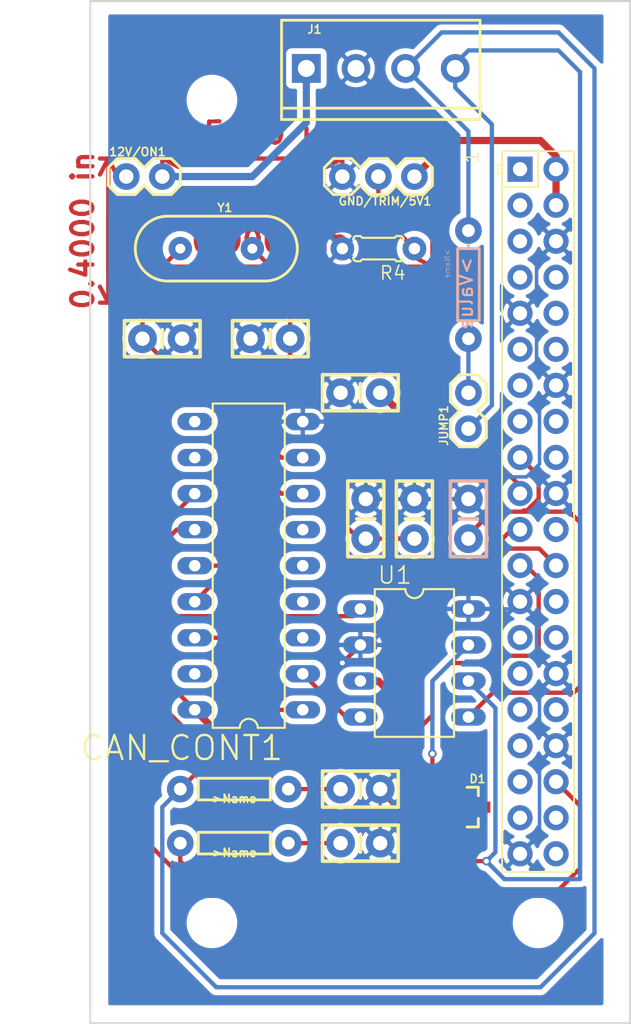
<source format=kicad_pcb>
(kicad_pcb (version 20171130) (host pcbnew "(5.0.2)-1")

  (general
    (thickness 1.6)
    (drawings 7)
    (tracks 218)
    (zones 0)
    (modules 21)
    (nets 51)
  )

  (page A4)
  (layers
    (0 Top signal)
    (31 Bottom signal)
    (32 B.Adhes user)
    (33 F.Adhes user)
    (34 B.Paste user)
    (35 F.Paste user)
    (36 B.SilkS user)
    (37 F.SilkS user)
    (38 B.Mask user)
    (39 F.Mask user)
    (40 Dwgs.User user)
    (41 Cmts.User user)
    (42 Eco1.User user)
    (43 Eco2.User user)
    (44 Edge.Cuts user)
    (45 Margin user)
    (46 B.CrtYd user)
    (47 F.CrtYd user)
    (48 B.Fab user)
    (49 F.Fab user)
  )

  (setup
    (last_trace_width 0.25)
    (trace_clearance 0.1524)
    (zone_clearance 0.508)
    (zone_45_only no)
    (trace_min 0.2)
    (segment_width 0.2)
    (edge_width 0.15)
    (via_size 0.8)
    (via_drill 0.4)
    (via_min_size 0.4)
    (via_min_drill 0.3)
    (uvia_size 0.3)
    (uvia_drill 0.1)
    (uvias_allowed no)
    (uvia_min_size 0.2)
    (uvia_min_drill 0.1)
    (pcb_text_width 0.3)
    (pcb_text_size 1.5 1.5)
    (mod_edge_width 0.15)
    (mod_text_size 1 1)
    (mod_text_width 0.15)
    (pad_size 1.524 1.524)
    (pad_drill 0.762)
    (pad_to_mask_clearance 0.051)
    (solder_mask_min_width 0.25)
    (aux_axis_origin 0 0)
    (visible_elements FFFFFF7F)
    (pcbplotparams
      (layerselection 0x010fc_ffffffff)
      (usegerberextensions false)
      (usegerberattributes false)
      (usegerberadvancedattributes false)
      (creategerberjobfile false)
      (excludeedgelayer true)
      (linewidth 0.100000)
      (plotframeref false)
      (viasonmask false)
      (mode 1)
      (useauxorigin false)
      (hpglpennumber 1)
      (hpglpenspeed 20)
      (hpglpendiameter 15.000000)
      (psnegative false)
      (psa4output false)
      (plotreference true)
      (plotvalue true)
      (plotinvisibletext false)
      (padsonsilk false)
      (subtractmaskfromsilk false)
      (outputformat 1)
      (mirror false)
      (drillshape 1)
      (scaleselection 1)
      (outputdirectory ""))
  )

  (net 0 "")
  (net 1 5V)
  (net 2 GND)
  (net 3 3V3)
  (net 4 /CANH)
  (net 5 "Net-(C2-Pad1)")
  (net 6 /CANL)
  (net 7 "Net-(C3-Pad1)")
  (net 8 "Net-(C1-Pad2)")
  (net 9 "Net-(C4-Pad2)")
  (net 10 /CANRXD)
  (net 11 /CANTXD)
  (net 12 "Net-(U$1-Pad40)")
  (net 13 "Net-(U$1-Pad38)")
  (net 14 "Net-(U$1-Pad37)")
  (net 15 /CAN_C_INT)
  (net 16 "Net-(U$1-Pad35)")
  (net 17 "Net-(U$1-Pad33)")
  (net 18 "Net-(U$1-Pad32)")
  (net 19 "Net-(U$1-Pad31)")
  (net 20 "Net-(U$1-Pad29)")
  (net 21 "Net-(U$1-Pad28)")
  (net 22 "Net-(U$1-Pad27)")
  (net 23 "Net-(U$1-Pad26)")
  (net 24 /CAN_C_CS)
  (net 25 /CAN_C_SCK)
  (net 26 "Net-(U$1-Pad22)")
  (net 27 /CAN_C_SO)
  (net 28 /CAN_C_SI)
  (net 29 "Net-(U$1-Pad18)")
  (net 30 "Net-(U$1-Pad16)")
  (net 31 "Net-(U$1-Pad15)")
  (net 32 "Net-(U$1-Pad13)")
  (net 33 "Net-(U$1-Pad12)")
  (net 34 "Net-(U$1-Pad11)")
  (net 35 "Net-(U$1-Pad10)")
  (net 36 "Net-(U$1-Pad8)")
  (net 37 "Net-(U$1-Pad7)")
  (net 38 "Net-(U$1-Pad5)")
  (net 39 "Net-(U$1-Pad3)")
  (net 40 /TRIM)
  (net 41 /12V)
  (net 42 "Net-(JUMP1-Pad2)")
  (net 43 "Net-(CAN_CONT1-Pad17)")
  (net 44 "Net-(CAN_CONT1-Pad11)")
  (net 45 "Net-(CAN_CONT1-Pad10)")
  (net 46 "Net-(CAN_CONT1-Pad6)")
  (net 47 "Net-(CAN_CONT1-Pad5)")
  (net 48 "Net-(CAN_CONT1-Pad4)")
  (net 49 "Net-(CAN_CONT1-Pad3)")
  (net 50 "Net-(12V/ON1-Pad1)")

  (net_class Default "This is the default net class."
    (clearance 0.1524)
    (trace_width 0.25)
    (via_dia 0.8)
    (via_drill 0.4)
    (uvia_dia 0.3)
    (uvia_drill 0.1)
    (add_net /12V)
    (add_net /CANH)
    (add_net /CANL)
    (add_net /CANRXD)
    (add_net /CANTXD)
    (add_net /CAN_C_CS)
    (add_net /CAN_C_INT)
    (add_net /CAN_C_SCK)
    (add_net /CAN_C_SI)
    (add_net /CAN_C_SO)
    (add_net /TRIM)
    (add_net 3V3)
    (add_net 5V)
    (add_net GND)
    (add_net "Net-(12V/ON1-Pad1)")
    (add_net "Net-(C1-Pad2)")
    (add_net "Net-(C2-Pad1)")
    (add_net "Net-(C3-Pad1)")
    (add_net "Net-(C4-Pad2)")
    (add_net "Net-(CAN_CONT1-Pad10)")
    (add_net "Net-(CAN_CONT1-Pad11)")
    (add_net "Net-(CAN_CONT1-Pad17)")
    (add_net "Net-(CAN_CONT1-Pad3)")
    (add_net "Net-(CAN_CONT1-Pad4)")
    (add_net "Net-(CAN_CONT1-Pad5)")
    (add_net "Net-(CAN_CONT1-Pad6)")
    (add_net "Net-(JUMP1-Pad2)")
    (add_net "Net-(U$1-Pad10)")
    (add_net "Net-(U$1-Pad11)")
    (add_net "Net-(U$1-Pad12)")
    (add_net "Net-(U$1-Pad13)")
    (add_net "Net-(U$1-Pad15)")
    (add_net "Net-(U$1-Pad16)")
    (add_net "Net-(U$1-Pad18)")
    (add_net "Net-(U$1-Pad22)")
    (add_net "Net-(U$1-Pad26)")
    (add_net "Net-(U$1-Pad27)")
    (add_net "Net-(U$1-Pad28)")
    (add_net "Net-(U$1-Pad29)")
    (add_net "Net-(U$1-Pad3)")
    (add_net "Net-(U$1-Pad31)")
    (add_net "Net-(U$1-Pad32)")
    (add_net "Net-(U$1-Pad33)")
    (add_net "Net-(U$1-Pad35)")
    (add_net "Net-(U$1-Pad37)")
    (add_net "Net-(U$1-Pad38)")
    (add_net "Net-(U$1-Pad40)")
    (add_net "Net-(U$1-Pad5)")
    (add_net "Net-(U$1-Pad7)")
    (add_net "Net-(U$1-Pad8)")
  )

  (module RPI_CAN:SOT23-3 (layer Top) (tedit 0) (tstamp 5CB3C29D)
    (at 156.1311 125.7936 270)
    (descr SOT23-3)
    (path /C78C3FBD)
    (fp_text reference D1 (at -1.651 0) (layer F.SilkS)
      (effects (font (size 0.57912 0.57912) (thickness 0.115824)) (justify left bottom))
    )
    (fp_text value PESD1CAN (at 1.651 0) (layer F.Fab)
      (effects (font (size 0.57912 0.57912) (thickness 0.115824)) (justify left bottom))
    )
    (fp_line (start 1.4 -0.7) (end 1.4 0.1) (layer F.SilkS) (width 0.2032))
    (fp_line (start 0.8 -0.7) (end 1.4 -0.7) (layer F.SilkS) (width 0.2032))
    (fp_line (start -1.4 -0.7) (end -1.4 0.1) (layer F.SilkS) (width 0.2032))
    (fp_line (start -0.8 -0.7) (end -1.4 -0.7) (layer F.SilkS) (width 0.2032))
    (fp_line (start -1.4224 -0.6604) (end 1.4224 -0.6604) (layer F.Fab) (width 0.1524))
    (fp_line (start -1.4224 0.6604) (end -1.4224 -0.6604) (layer F.Fab) (width 0.1524))
    (fp_line (start 1.4224 0.6604) (end -1.4224 0.6604) (layer F.Fab) (width 0.1524))
    (fp_line (start 1.4224 -0.6604) (end 1.4224 0.6604) (layer F.Fab) (width 0.1524))
    (pad 3 smd rect (at 0 -1.1 270) (size 0.8 0.9) (layers Top F.Paste F.Mask)
      (net 2 GND) (solder_mask_margin 0.0635))
    (pad 2 smd rect (at 0.95 1 270) (size 0.8 0.9) (layers Top F.Paste F.Mask)
      (net 6 /CANL) (solder_mask_margin 0.0635))
    (pad 1 smd rect (at -0.95 1 270) (size 0.8 0.9) (layers Top F.Paste F.Mask)
      (net 4 /CANH) (solder_mask_margin 0.0635))
  )

  (module RPI_CAN:1X02 (layer Top) (tedit 0) (tstamp 5CB3C2AB)
    (at 156.1311 99.1236 90)
    (descr "<h3>Plated Through Hole</h3>\n<p>Specifications:\n<ul><li>Pin count:2</li>\n<li>Pin pitch:0.1\"</li>\n</ul></p>\n<p>Example device(s):\n<ul><li>CONN_02</li>\n</ul></p>")
    (path /774C1134)
    (fp_text reference JUMP1 (at -1.27 -1.397 90) (layer F.SilkS)
      (effects (font (size 0.57912 0.57912) (thickness 0.115824)) (justify left bottom))
    )
    (fp_text value 2 (at -1.27 2.032 90) (layer F.Fab)
      (effects (font (size 0.57912 0.57912) (thickness 0.115824)) (justify left bottom))
    )
    (fp_poly (pts (xy -0.254 0.254) (xy 0.254 0.254) (xy 0.254 -0.254) (xy -0.254 -0.254)) (layer F.Fab) (width 0))
    (fp_poly (pts (xy 2.286 0.254) (xy 2.794 0.254) (xy 2.794 -0.254) (xy 2.286 -0.254)) (layer F.Fab) (width 0))
    (fp_line (start 3.81 -0.635) (end 3.81 0.635) (layer F.SilkS) (width 0.2032))
    (fp_line (start 0.635 1.27) (end -0.635 1.27) (layer F.SilkS) (width 0.2032))
    (fp_line (start -1.27 0.635) (end -0.635 1.27) (layer F.SilkS) (width 0.2032))
    (fp_line (start -0.635 -1.27) (end -1.27 -0.635) (layer F.SilkS) (width 0.2032))
    (fp_line (start -1.27 -0.635) (end -1.27 0.635) (layer F.SilkS) (width 0.2032))
    (fp_line (start 1.905 1.27) (end 1.27 0.635) (layer F.SilkS) (width 0.2032))
    (fp_line (start 3.175 1.27) (end 1.905 1.27) (layer F.SilkS) (width 0.2032))
    (fp_line (start 3.81 0.635) (end 3.175 1.27) (layer F.SilkS) (width 0.2032))
    (fp_line (start 3.175 -1.27) (end 3.81 -0.635) (layer F.SilkS) (width 0.2032))
    (fp_line (start 1.905 -1.27) (end 3.175 -1.27) (layer F.SilkS) (width 0.2032))
    (fp_line (start 1.27 -0.635) (end 1.905 -1.27) (layer F.SilkS) (width 0.2032))
    (fp_line (start 1.27 0.635) (end 0.635 1.27) (layer F.SilkS) (width 0.2032))
    (fp_line (start 0.635 -1.27) (end 1.27 -0.635) (layer F.SilkS) (width 0.2032))
    (fp_line (start -0.635 -1.27) (end 0.635 -1.27) (layer F.SilkS) (width 0.2032))
    (pad 2 thru_hole circle (at 2.54 0 180) (size 1.8796 1.8796) (drill 1.016) (layers *.Cu *.Mask)
      (net 42 "Net-(JUMP1-Pad2)") (solder_mask_margin 0.0635))
    (pad 1 thru_hole circle (at 0 0 180) (size 1.8796 1.8796) (drill 1.016) (layers *.Cu *.Mask)
      (net 6 /CANL) (solder_mask_margin 0.0635))
  )

  (module RPI_CAN:AXIAL-0.3EZ (layer Top) (tedit 0) (tstamp 5CB3C2C0)
    (at 139.6211 124.5236 180)
    (descr "This is the \"EZ\" version of the standard .3\" spaced resistor package.<br>\nIt has a reduced top mask to make it harder to install upside-down.")
    (path /E6C7F8B8)
    (fp_text reference R1 (at 0 0) (layer F.SilkS) hide
      (effects (font (size 0.57912 0.57912) (thickness 0.115824)) (justify right top))
    )
    (fp_text value 100 (at 0 0) (layer F.SilkS) hide
      (effects (font (size 0.57912 0.57912) (thickness 0.115824)) (justify right top))
    )
    (fp_circle (center 3.81 0) (end 4.857268 0) (layer B.Mask) (width 0))
    (fp_circle (center -3.81 0) (end -2.786094 0) (layer B.Mask) (width 0))
    (fp_circle (center 3.81 0) (end 4.333634 0) (layer F.Mask) (width 0))
    (fp_circle (center -3.81 0) (end -3.302 0) (layer F.Mask) (width 0))
    (fp_text user >Value (at 0 1.016 180) (layer F.Fab)
      (effects (font (size 0.57912 0.57912) (thickness 0.12192)) (justify top))
    )
    (fp_text user >Name (at 0 -1.016 180) (layer F.SilkS)
      (effects (font (size 0.57912 0.57912) (thickness 0.12192)) (justify bottom))
    )
    (fp_line (start -2.54 0) (end -2.794 0) (layer F.SilkS) (width 0.2032))
    (fp_line (start 2.54 0) (end 2.794 0) (layer F.SilkS) (width 0.2032))
    (fp_line (start -2.54 0) (end -2.54 -0.762) (layer F.SilkS) (width 0.2032))
    (fp_line (start -2.54 0.762) (end -2.54 0) (layer F.SilkS) (width 0.2032))
    (fp_line (start 2.54 0.762) (end -2.54 0.762) (layer F.SilkS) (width 0.2032))
    (fp_line (start 2.54 0) (end 2.54 0.762) (layer F.SilkS) (width 0.2032))
    (fp_line (start 2.54 -0.762) (end 2.54 0) (layer F.SilkS) (width 0.2032))
    (fp_line (start -2.54 -0.762) (end 2.54 -0.762) (layer F.SilkS) (width 0.2032))
    (pad P$2 thru_hole circle (at 3.81 0 180) (size 1.8796 1.8796) (drill 0.9) (layers *.Cu *.Mask)
      (net 4 /CANH) (solder_mask_margin 0.0635))
    (pad P$1 thru_hole circle (at -3.81 0 180) (size 1.8796 1.8796) (drill 0.9) (layers *.Cu *.Mask)
      (net 5 "Net-(C2-Pad1)") (solder_mask_margin 0.0635))
  )

  (module RPI_CAN:AXIAL-0.3EZ (layer Top) (tedit 0) (tstamp 5CB3C2D3)
    (at 139.6211 128.3336 180)
    (descr "This is the \"EZ\" version of the standard .3\" spaced resistor package.<br>\nIt has a reduced top mask to make it harder to install upside-down.")
    (path /37FF1F05)
    (fp_text reference R2 (at 0 0) (layer F.SilkS) hide
      (effects (font (size 0.57912 0.57912) (thickness 0.115824)) (justify right top))
    )
    (fp_text value 100 (at 0 0) (layer F.SilkS) hide
      (effects (font (size 0.57912 0.57912) (thickness 0.115824)) (justify right top))
    )
    (fp_circle (center 3.81 0) (end 4.857268 0) (layer B.Mask) (width 0))
    (fp_circle (center -3.81 0) (end -2.786094 0) (layer B.Mask) (width 0))
    (fp_circle (center 3.81 0) (end 4.333634 0) (layer F.Mask) (width 0))
    (fp_circle (center -3.81 0) (end -3.302 0) (layer F.Mask) (width 0))
    (fp_text user >Value (at 0 1.016 180) (layer F.Fab)
      (effects (font (size 0.57912 0.57912) (thickness 0.12192)) (justify top))
    )
    (fp_text user >Name (at 0 -1.016 180) (layer F.SilkS)
      (effects (font (size 0.57912 0.57912) (thickness 0.12192)) (justify bottom))
    )
    (fp_line (start -2.54 0) (end -2.794 0) (layer F.SilkS) (width 0.2032))
    (fp_line (start 2.54 0) (end 2.794 0) (layer F.SilkS) (width 0.2032))
    (fp_line (start -2.54 0) (end -2.54 -0.762) (layer F.SilkS) (width 0.2032))
    (fp_line (start -2.54 0.762) (end -2.54 0) (layer F.SilkS) (width 0.2032))
    (fp_line (start 2.54 0.762) (end -2.54 0.762) (layer F.SilkS) (width 0.2032))
    (fp_line (start 2.54 0) (end 2.54 0.762) (layer F.SilkS) (width 0.2032))
    (fp_line (start 2.54 -0.762) (end 2.54 0) (layer F.SilkS) (width 0.2032))
    (fp_line (start -2.54 -0.762) (end 2.54 -0.762) (layer F.SilkS) (width 0.2032))
    (pad P$2 thru_hole circle (at 3.81 0 180) (size 1.8796 1.8796) (drill 0.9) (layers *.Cu *.Mask)
      (net 6 /CANL) (solder_mask_margin 0.0635))
    (pad P$1 thru_hole circle (at -3.81 0 180) (size 1.8796 1.8796) (drill 0.9) (layers *.Cu *.Mask)
      (net 7 "Net-(C3-Pad1)") (solder_mask_margin 0.0635))
  )

  (module RPI_CAN:AXIAL-0.3 (layer Bottom) (tedit 0) (tstamp 5CB3C2E6)
    (at 156.1311 88.9636 270)
    (path /93EDAD52)
    (fp_text reference R3 (at 0 0 90) (layer B.SilkS) hide
      (effects (font (size 0.38608 0.38608) (thickness 0.030886)) (justify right top mirror))
    )
    (fp_text value 120 (at 0 0 90) (layer B.SilkS) hide
      (effects (font (size 0.9652 0.9652) (thickness 0.14478)) (justify right top mirror))
    )
    (fp_text user >Value (at -2.032 -0.381 270) (layer B.SilkS)
      (effects (font (size 0.9652 0.9652) (thickness 0.1524)) (justify left bottom mirror))
    )
    (fp_text user >Name (at -2.54 1.27 270) (layer B.SilkS)
      (effects (font (size 0.38608 0.38608) (thickness 0.032512)) (justify left bottom mirror))
    )
    (fp_line (start -2.54 0) (end -2.794 0) (layer B.SilkS) (width 0.2032))
    (fp_line (start 2.54 0) (end 2.794 0) (layer B.SilkS) (width 0.2032))
    (fp_line (start -2.54 0) (end -2.54 0.762) (layer B.SilkS) (width 0.2032))
    (fp_line (start -2.54 -0.762) (end -2.54 0) (layer B.SilkS) (width 0.2032))
    (fp_line (start 2.54 -0.762) (end -2.54 -0.762) (layer B.SilkS) (width 0.2032))
    (fp_line (start 2.54 0) (end 2.54 -0.762) (layer B.SilkS) (width 0.2032))
    (fp_line (start 2.54 0.762) (end 2.54 0) (layer B.SilkS) (width 0.2032))
    (fp_line (start -2.54 0.762) (end 2.54 0.762) (layer B.SilkS) (width 0.2032))
    (pad P$2 thru_hole circle (at 3.81 0 270) (size 1.8796 1.8796) (drill 0.9) (layers *.Cu *.Mask)
      (net 42 "Net-(JUMP1-Pad2)") (solder_mask_margin 0.0635))
    (pad P$1 thru_hole circle (at -3.81 0 270) (size 1.8796 1.8796) (drill 0.9) (layers *.Cu *.Mask)
      (net 4 /CANH) (solder_mask_margin 0.0635))
  )

  (module RPI_CAN:RASP_PI_ZERO_BOARD_FULL (layer Top) (tedit 0) (tstamp 5CB3C2F5)
    (at 134.5411 72.4536 270)
    (descr "Raspberry Pi board model B+, full outline with position of big connectors &amp; drill holes")
    (path /89E33A62)
    (fp_text reference U$1 (at 0 0 270) (layer F.SilkS) hide
      (effects (font (size 1.27 1.27) (thickness 0.15)) (justify right top))
    )
    (fp_text value RPI-ZERO (at 0 0 270) (layer F.SilkS) hide
      (effects (font (size 1.27 1.27) (thickness 0.15)) (justify right top))
    )
    (fp_line (start 58.1 0.5) (end 57.85 0) (layer B.Fab) (width 0.127))
    (fp_line (start 50.1 0.5) (end 58.1 0.5) (layer B.Fab) (width 0.127))
    (fp_line (start 50.35 0) (end 50.1 0.5) (layer B.Fab) (width 0.127))
    (fp_line (start 57.85 -5.75) (end 57.85 0) (layer B.Fab) (width 0.127))
    (fp_line (start 50.35 -5.75) (end 57.85 -5.75) (layer B.Fab) (width 0.127))
    (fp_line (start 50.35 0) (end 50.35 -5.75) (layer B.Fab) (width 0.127))
    (fp_line (start 50.35 0) (end 57.85 0) (layer B.Fab) (width 0.254))
    (fp_line (start 49.5 0) (end 50.35 0) (layer B.Fab) (width 0.254))
    (fp_line (start 45.5 0.5) (end 45.25 0) (layer B.Fab) (width 0.127))
    (fp_line (start 37.5 0.5) (end 45.5 0.5) (layer B.Fab) (width 0.127))
    (fp_line (start 37.75 0) (end 37.5 0.5) (layer B.Fab) (width 0.127))
    (fp_line (start 45.25 -5.75) (end 45.25 0) (layer B.Fab) (width 0.127))
    (fp_line (start 37.75 -5.75) (end 45.25 -5.75) (layer B.Fab) (width 0.127))
    (fp_line (start 37.75 0) (end 37.75 -5.75) (layer B.Fab) (width 0.127))
    (fp_line (start 37.75 0) (end 45.25 0) (layer B.Fab) (width 0.254))
    (fp_line (start 36.9 0) (end 37.75 0) (layer B.Fab) (width 0.254))
    (fp_text user 1 (at 8.0525 -22.3725 270) (layer F.SilkS)
      (effects (font (size 0.9652 0.9652) (thickness 0.1016)) (justify left bottom))
    )
    (fp_line (start 14.6 0.5) (end 14.35 0) (layer B.Fab) (width 0.127))
    (fp_line (start 6.6 0.5) (end 14.6 0.5) (layer B.Fab) (width 0.127))
    (fp_line (start 6.85 0) (end 6.6 0.5) (layer B.Fab) (width 0.127))
    (fp_line (start 14.35 -5.75) (end 14.35 0) (layer B.Fab) (width 0.127))
    (fp_line (start 6.85 -5.75) (end 14.35 -5.75) (layer B.Fab) (width 0.127))
    (fp_line (start 6.85 0) (end 6.85 -5.75) (layer B.Fab) (width 0.127))
    (fp_line (start 8.6875 -23.6425) (end 8.6875 -23.96) (layer F.SilkS) (width 0.127))
    (fp_line (start 8.0525 -23.6425) (end 8.6875 -23.6425) (layer F.SilkS) (width 0.127))
    (fp_line (start 8.0525 -23.96) (end 8.0525 -23.6425) (layer F.SilkS) (width 0.127))
    (fp_line (start 9.64 -26.5) (end 9.64 -23.96) (layer F.SilkS) (width 0.127))
    (fp_line (start 7.1 -26.5) (end 9.64 -26.5) (layer F.SilkS) (width 0.127))
    (fp_line (start 57.9 -29.04) (end 7.1 -29.04) (layer F.SilkS) (width 0.127))
    (fp_line (start 57.9 -23.96) (end 57.9 -29.04) (layer F.SilkS) (width 0.127))
    (fp_line (start 9.64 -23.96) (end 57.9 -23.96) (layer F.SilkS) (width 0.127))
    (fp_line (start 8.6875 -23.96) (end 9.64 -23.96) (layer F.SilkS) (width 0.127))
    (fp_line (start 8.0525 -23.96) (end 8.6875 -23.96) (layer F.SilkS) (width 0.127))
    (fp_line (start 7.1 -23.96) (end 8.0525 -23.96) (layer F.SilkS) (width 0.127))
    (fp_line (start 7.1 -26.5) (end 7.1 -23.96) (layer F.SilkS) (width 0.127))
    (fp_line (start 7.1 -29.04) (end 7.1 -26.5) (layer F.SilkS) (width 0.127))
    (fp_line (start 0 -27) (end 0 -3) (layer B.Fab) (width 0.254))
    (fp_arc (start 3 -27) (end 3 -30) (angle -90) (layer B.Fab) (width 0.254))
    (fp_line (start 62 -30) (end 3 -30) (layer B.Fab) (width 0.254))
    (fp_arc (start 62 -27) (end 65 -27) (angle -90) (layer B.Fab) (width 0.254))
    (fp_line (start 65 -3) (end 65 -27) (layer B.Fab) (width 0.254))
    (fp_arc (start 62 -3) (end 62 0) (angle -90) (layer B.Fab) (width 0.254))
    (fp_line (start 14.35 0) (end 62 0) (layer B.Fab) (width 0.254))
    (fp_line (start 6.85 0) (end 14.35 0) (layer B.Fab) (width 0.254))
    (fp_line (start 3 0) (end 6.85 0) (layer B.Fab) (width 0.254))
    (fp_arc (start 3 -3) (end 0 -3) (angle -90) (layer B.Fab) (width 0.254))
    (fp_circle (center 3.5 -26.5) (end 6.6 -26.5) (layer B.Fab) (width 0.127))
    (fp_circle (center 61.5 -26.5) (end 64.6 -26.5) (layer B.Fab) (width 0.127))
    (fp_circle (center 61.5 -3.5) (end 64.6 -3.5) (layer B.Fab) (width 0.127))
    (fp_circle (center 3.5 -3.5) (end 6.6 -3.5) (layer B.Fab) (width 0.127))
    (pad "" np_thru_hole circle (at 61.5 -26.5 270) (size 2.75 2.75) (drill 2.75) (layers *.Cu *.Mask))
    (pad "" np_thru_hole circle (at 61.5 -3.5 270) (size 2.75 2.75) (drill 2.75) (layers *.Cu *.Mask))
    (pad "" np_thru_hole circle (at 3.5 -26.5 270) (size 2.75 2.75) (drill 2.75) (layers *.Cu *.Mask))
    (pad "" np_thru_hole circle (at 3.5 -3.5 270) (size 2.75 2.75) (drill 2.75) (layers *.Cu *.Mask))
    (pad 40 thru_hole circle (at 56.63 -27.77 270) (size 1.778 1.778) (drill 1) (layers *.Cu *.Mask)
      (net 12 "Net-(U$1-Pad40)") (solder_mask_margin 0.0635))
    (pad 39 thru_hole circle (at 56.63 -25.23 270) (size 1.778 1.778) (drill 1) (layers *.Cu *.Mask)
      (net 2 GND) (solder_mask_margin 0.0635))
    (pad 38 thru_hole circle (at 54.09 -27.77 270) (size 1.778 1.778) (drill 1) (layers *.Cu *.Mask)
      (net 13 "Net-(U$1-Pad38)") (solder_mask_margin 0.0635))
    (pad 37 thru_hole circle (at 54.09 -25.23 270) (size 1.778 1.778) (drill 1) (layers *.Cu *.Mask)
      (net 14 "Net-(U$1-Pad37)") (solder_mask_margin 0.0635))
    (pad 36 thru_hole circle (at 51.55 -27.77 270) (size 1.778 1.778) (drill 1) (layers *.Cu *.Mask)
      (net 15 /CAN_C_INT) (solder_mask_margin 0.0635))
    (pad 35 thru_hole circle (at 51.55 -25.23 270) (size 1.778 1.778) (drill 1) (layers *.Cu *.Mask)
      (net 16 "Net-(U$1-Pad35)") (solder_mask_margin 0.0635))
    (pad 34 thru_hole circle (at 49.01 -27.77 270) (size 1.778 1.778) (drill 1) (layers *.Cu *.Mask)
      (net 2 GND) (solder_mask_margin 0.0635))
    (pad 33 thru_hole circle (at 49.01 -25.23 270) (size 1.778 1.778) (drill 1) (layers *.Cu *.Mask)
      (net 17 "Net-(U$1-Pad33)") (solder_mask_margin 0.0635))
    (pad 32 thru_hole circle (at 46.47 -27.77 270) (size 1.778 1.778) (drill 1) (layers *.Cu *.Mask)
      (net 18 "Net-(U$1-Pad32)") (solder_mask_margin 0.0635))
    (pad 31 thru_hole circle (at 46.47 -25.23 270) (size 1.778 1.778) (drill 1) (layers *.Cu *.Mask)
      (net 19 "Net-(U$1-Pad31)") (solder_mask_margin 0.0635))
    (pad 30 thru_hole circle (at 43.93 -27.77 270) (size 1.778 1.778) (drill 1) (layers *.Cu *.Mask)
      (net 2 GND) (solder_mask_margin 0.0635))
    (pad 29 thru_hole circle (at 43.93 -25.23 270) (size 1.778 1.778) (drill 1) (layers *.Cu *.Mask)
      (net 20 "Net-(U$1-Pad29)") (solder_mask_margin 0.0635))
    (pad 28 thru_hole circle (at 41.39 -27.77 270) (size 1.778 1.778) (drill 1) (layers *.Cu *.Mask)
      (net 21 "Net-(U$1-Pad28)") (solder_mask_margin 0.0635))
    (pad 27 thru_hole circle (at 41.39 -25.23 270) (size 1.778 1.778) (drill 1) (layers *.Cu *.Mask)
      (net 22 "Net-(U$1-Pad27)") (solder_mask_margin 0.0635))
    (pad 26 thru_hole circle (at 38.85 -27.77 270) (size 1.778 1.778) (drill 1) (layers *.Cu *.Mask)
      (net 23 "Net-(U$1-Pad26)") (solder_mask_margin 0.0635))
    (pad 25 thru_hole circle (at 38.85 -25.23 270) (size 1.778 1.778) (drill 1) (layers *.Cu *.Mask)
      (net 2 GND) (solder_mask_margin 0.0635))
    (pad 24 thru_hole circle (at 36.31 -27.77 270) (size 1.778 1.778) (drill 1) (layers *.Cu *.Mask)
      (net 24 /CAN_C_CS) (solder_mask_margin 0.0635))
    (pad 23 thru_hole circle (at 36.31 -25.23 270) (size 1.778 1.778) (drill 1) (layers *.Cu *.Mask)
      (net 25 /CAN_C_SCK) (solder_mask_margin 0.0635))
    (pad 22 thru_hole circle (at 33.77 -27.77 270) (size 1.778 1.778) (drill 1) (layers *.Cu *.Mask)
      (net 26 "Net-(U$1-Pad22)") (solder_mask_margin 0.0635))
    (pad 21 thru_hole circle (at 33.77 -25.23 270) (size 1.778 1.778) (drill 1) (layers *.Cu *.Mask)
      (net 27 /CAN_C_SO) (solder_mask_margin 0.0635))
    (pad 20 thru_hole circle (at 31.23 -27.77 270) (size 1.778 1.778) (drill 1) (layers *.Cu *.Mask)
      (net 2 GND) (solder_mask_margin 0.0635))
    (pad 19 thru_hole circle (at 31.23 -25.23 270) (size 1.778 1.778) (drill 1) (layers *.Cu *.Mask)
      (net 28 /CAN_C_SI) (solder_mask_margin 0.0635))
    (pad 18 thru_hole circle (at 28.69 -27.77 270) (size 1.778 1.778) (drill 1) (layers *.Cu *.Mask)
      (net 29 "Net-(U$1-Pad18)") (solder_mask_margin 0.0635))
    (pad 17 thru_hole circle (at 28.69 -25.23 270) (size 1.778 1.778) (drill 1) (layers *.Cu *.Mask)
      (net 3 3V3) (solder_mask_margin 0.0635))
    (pad 16 thru_hole circle (at 26.15 -27.77 270) (size 1.778 1.778) (drill 1) (layers *.Cu *.Mask)
      (net 30 "Net-(U$1-Pad16)") (solder_mask_margin 0.0635))
    (pad 15 thru_hole circle (at 26.15 -25.23 270) (size 1.778 1.778) (drill 1) (layers *.Cu *.Mask)
      (net 31 "Net-(U$1-Pad15)") (solder_mask_margin 0.0635))
    (pad 14 thru_hole circle (at 23.61 -27.77 270) (size 1.778 1.778) (drill 1) (layers *.Cu *.Mask)
      (net 2 GND) (solder_mask_margin 0.0635))
    (pad 13 thru_hole circle (at 23.61 -25.23 270) (size 1.778 1.778) (drill 1) (layers *.Cu *.Mask)
      (net 32 "Net-(U$1-Pad13)") (solder_mask_margin 0.0635))
    (pad 12 thru_hole circle (at 21.07 -27.77 270) (size 1.778 1.778) (drill 1) (layers *.Cu *.Mask)
      (net 33 "Net-(U$1-Pad12)") (solder_mask_margin 0.0635))
    (pad 11 thru_hole circle (at 21.07 -25.23 270) (size 1.778 1.778) (drill 1) (layers *.Cu *.Mask)
      (net 34 "Net-(U$1-Pad11)") (solder_mask_margin 0.0635))
    (pad 10 thru_hole circle (at 18.53 -27.77 270) (size 1.778 1.778) (drill 1) (layers *.Cu *.Mask)
      (net 35 "Net-(U$1-Pad10)") (solder_mask_margin 0.0635))
    (pad 9 thru_hole circle (at 18.53 -25.23 270) (size 1.778 1.778) (drill 1) (layers *.Cu *.Mask)
      (net 2 GND) (solder_mask_margin 0.0635))
    (pad 8 thru_hole circle (at 15.99 -27.77 270) (size 1.778 1.778) (drill 1) (layers *.Cu *.Mask)
      (net 36 "Net-(U$1-Pad8)") (solder_mask_margin 0.0635))
    (pad 7 thru_hole circle (at 15.99 -25.23 270) (size 1.778 1.778) (drill 1) (layers *.Cu *.Mask)
      (net 37 "Net-(U$1-Pad7)") (solder_mask_margin 0.0635))
    (pad 6 thru_hole circle (at 13.45 -27.77 270) (size 1.778 1.778) (drill 1) (layers *.Cu *.Mask)
      (net 2 GND) (solder_mask_margin 0.0635))
    (pad 5 thru_hole circle (at 13.45 -25.23 270) (size 1.778 1.778) (drill 1) (layers *.Cu *.Mask)
      (net 38 "Net-(U$1-Pad5)") (solder_mask_margin 0.0635))
    (pad 4 thru_hole circle (at 10.91 -27.77 270) (size 1.778 1.778) (drill 1) (layers *.Cu *.Mask)
      (net 1 5V) (solder_mask_margin 0.0635))
    (pad 3 thru_hole circle (at 10.91 -25.23 270) (size 1.778 1.778) (drill 1) (layers *.Cu *.Mask)
      (net 39 "Net-(U$1-Pad3)") (solder_mask_margin 0.0635))
    (pad 2 thru_hole circle (at 8.37 -27.77 270) (size 1.778 1.778) (drill 1) (layers *.Cu *.Mask)
      (net 1 5V) (solder_mask_margin 0.0635))
    (pad 1 thru_hole rect (at 8.37 -25.23 270) (size 1.778 1.778) (drill 1) (layers *.Cu *.Mask)
      (net 3 3V3) (solder_mask_margin 0.0635))
  )

  (module RPI_CAN:DIL08 (layer Top) (tedit 0) (tstamp 5CB3C356)
    (at 152.3211 115.6336 270)
    (path /94FABF20)
    (fp_text reference U1 (at -5.4864 2.667) (layer F.SilkS)
      (effects (font (size 1.2065 1.2065) (thickness 0.12065)) (justify left bottom))
    )
    (fp_text value MCP2562DIL08_2 (at -4.191 0.7366 90) (layer F.Fab)
      (effects (font (size 1.2065 1.2065) (thickness 0.12065)) (justify right top))
    )
    (fp_line (start -5.207 -2.794) (end -5.207 -0.635) (layer F.SilkS) (width 0.1524))
    (fp_line (start 5.207 -2.794) (end -5.207 -2.794) (layer F.SilkS) (width 0.1524))
    (fp_line (start 5.207 2.794) (end 5.207 -2.794) (layer F.SilkS) (width 0.1524))
    (fp_line (start -5.207 2.794) (end 5.207 2.794) (layer F.SilkS) (width 0.1524))
    (fp_line (start -5.207 0.635) (end -5.207 2.794) (layer F.SilkS) (width 0.1524))
    (fp_arc (start -5.207 0) (end -5.207 0.635) (angle -180) (layer F.SilkS) (width 0.1524))
    (pad 8 thru_hole oval (at -3.81 -3.81) (size 2.4384 1.2192) (drill 0.8128) (layers *.Cu *.Mask)
      (net 2 GND) (solder_mask_margin 0.0635))
    (pad 7 thru_hole oval (at -1.27 -3.81) (size 2.4384 1.2192) (drill 0.8128) (layers *.Cu *.Mask)
      (net 4 /CANH) (solder_mask_margin 0.0635))
    (pad 6 thru_hole oval (at 1.27 -3.81) (size 2.4384 1.2192) (drill 0.8128) (layers *.Cu *.Mask)
      (net 6 /CANL) (solder_mask_margin 0.0635))
    (pad 5 thru_hole oval (at 3.81 -3.81) (size 2.4384 1.2192) (drill 0.8128) (layers *.Cu *.Mask)
      (net 3 3V3) (solder_mask_margin 0.0635))
    (pad 4 thru_hole oval (at 3.81 3.81) (size 2.4384 1.2192) (drill 0.8128) (layers *.Cu *.Mask)
      (net 10 /CANRXD) (solder_mask_margin 0.0635))
    (pad 3 thru_hole oval (at 1.27 3.81) (size 2.4384 1.2192) (drill 0.8128) (layers *.Cu *.Mask)
      (net 1 5V) (solder_mask_margin 0.0635))
    (pad 2 thru_hole oval (at -1.27 3.81) (size 2.4384 1.2192) (drill 0.8128) (layers *.Cu *.Mask)
      (net 2 GND) (solder_mask_margin 0.0635))
    (pad 1 thru_hole oval (at -3.81 3.81) (size 2.4384 1.2192) (drill 0.8128) (layers *.Cu *.Mask)
      (net 11 /CANTXD) (solder_mask_margin 0.0635))
  )

  (module RPI_CAN:HC49US (layer Top) (tedit 0) (tstamp 5CB3C367)
    (at 138.3511 86.4236)
    (descr "<h3>HC49/US 11.6x4.6mm PTH Crystal</h3>\n<p><a href=\"https://www.digikey.com/Web%20Export/Supplier%20Content/Citizen_300/PDF/Citizen_HC49US.pdf?redirected=1\">Example Datasheet</a></p>")
    (path /031B2028)
    (fp_text reference Y1 (at 0 -2.54) (layer F.SilkS)
      (effects (font (size 0.57912 0.57912) (thickness 0.115824)) (justify left bottom))
    )
    (fp_text value 16MHz (at 0 2.54) (layer F.Fab)
      (effects (font (size 0.57912 0.57912) (thickness 0.115824)) (justify left bottom))
    )
    (fp_arc (start -3.429 0) (end -3.429 -2.286) (angle -180) (layer F.SilkS) (width 0.2032))
    (fp_arc (start 3.429 0) (end 3.429 -2.286) (angle 180) (layer F.SilkS) (width 0.2032))
    (fp_line (start 3.429 -2.286) (end -3.429 -2.286) (layer F.SilkS) (width 0.2032))
    (fp_line (start -3.429 2.286) (end 3.429 2.286) (layer F.SilkS) (width 0.2032))
    (pad 2 thru_hole circle (at 2.54 0 90) (size 1.651 1.651) (drill 0.7) (layers *.Cu *.Mask)
      (net 8 "Net-(C1-Pad2)") (solder_mask_margin 0.0635))
    (pad 1 thru_hole circle (at -2.54 0 90) (size 1.651 1.651) (drill 0.7) (layers *.Cu *.Mask)
      (net 9 "Net-(C4-Pad2)") (solder_mask_margin 0.0635))
  )

  (module RPI_CAN:DIL18 (layer Top) (tedit 0) (tstamp 5CB3C370)
    (at 140.6371 108.7756 90)
    (descr "<B>Dual In Line</B><p>\npackage type P")
    (path /DC7623FC)
    (fp_text reference CAN_CONT1 (at -11.8618 2.54) (layer F.SilkS)
      (effects (font (size 1.6891 1.6891) (thickness 0.16891)) (justify right top))
    )
    (fp_text value MCP2515P (at -10.16 0.889 90) (layer F.Fab)
      (effects (font (size 1.6891 1.6891) (thickness 0.16891)) (justify left bottom))
    )
    (fp_line (start -11.43 -2.54) (end -11.43 -0.635) (layer F.SilkS) (width 0.1524))
    (fp_line (start -11.43 -2.54) (end 11.43 -2.54) (layer F.SilkS) (width 0.1524))
    (fp_line (start 11.43 2.54) (end 11.43 -2.54) (layer F.SilkS) (width 0.1524))
    (fp_line (start 11.43 2.54) (end -11.43 2.54) (layer F.SilkS) (width 0.1524))
    (fp_arc (start -11.43 0) (end -11.43 0.635) (angle -180) (layer F.SilkS) (width 0.1524))
    (fp_line (start -11.43 0.635) (end -11.43 2.54) (layer F.SilkS) (width 0.1524))
    (pad 18 thru_hole oval (at -10.16 -3.81 180) (size 2.4384 1.2192) (drill 0.8128) (layers *.Cu *.Mask)
      (net 1 5V) (solder_mask_margin 0.0635))
    (pad 17 thru_hole oval (at -7.62 -3.81 180) (size 2.4384 1.2192) (drill 0.8128) (layers *.Cu *.Mask)
      (net 43 "Net-(CAN_CONT1-Pad17)") (solder_mask_margin 0.0635))
    (pad 16 thru_hole oval (at -5.08 -3.81 180) (size 2.4384 1.2192) (drill 0.8128) (layers *.Cu *.Mask)
      (net 24 /CAN_C_CS) (solder_mask_margin 0.0635))
    (pad 15 thru_hole oval (at -2.54 -3.81 180) (size 2.4384 1.2192) (drill 0.8128) (layers *.Cu *.Mask)
      (net 27 /CAN_C_SO) (solder_mask_margin 0.0635))
    (pad 14 thru_hole oval (at 0 -3.81 180) (size 2.4384 1.2192) (drill 0.8128) (layers *.Cu *.Mask)
      (net 28 /CAN_C_SI) (solder_mask_margin 0.0635))
    (pad 13 thru_hole oval (at 2.54 -3.81 180) (size 2.4384 1.2192) (drill 0.8128) (layers *.Cu *.Mask)
      (net 25 /CAN_C_SCK) (solder_mask_margin 0.0635))
    (pad 12 thru_hole oval (at 5.08 -3.81 180) (size 2.4384 1.2192) (drill 0.8128) (layers *.Cu *.Mask)
      (net 15 /CAN_C_INT) (solder_mask_margin 0.0635))
    (pad 11 thru_hole oval (at 7.62 -3.81 180) (size 2.4384 1.2192) (drill 0.8128) (layers *.Cu *.Mask)
      (net 44 "Net-(CAN_CONT1-Pad11)") (solder_mask_margin 0.0635))
    (pad 10 thru_hole oval (at 10.16 -3.81 180) (size 2.4384 1.2192) (drill 0.8128) (layers *.Cu *.Mask)
      (net 45 "Net-(CAN_CONT1-Pad10)") (solder_mask_margin 0.0635))
    (pad 9 thru_hole oval (at 10.16 3.81 180) (size 2.4384 1.2192) (drill 0.8128) (layers *.Cu *.Mask)
      (net 2 GND) (solder_mask_margin 0.0635))
    (pad 8 thru_hole oval (at 7.62 3.81 180) (size 2.4384 1.2192) (drill 0.8128) (layers *.Cu *.Mask)
      (net 8 "Net-(C1-Pad2)") (solder_mask_margin 0.0635))
    (pad 7 thru_hole oval (at 5.08 3.81 180) (size 2.4384 1.2192) (drill 0.8128) (layers *.Cu *.Mask)
      (net 9 "Net-(C4-Pad2)") (solder_mask_margin 0.0635))
    (pad 6 thru_hole oval (at 2.54 3.81 180) (size 2.4384 1.2192) (drill 0.8128) (layers *.Cu *.Mask)
      (net 46 "Net-(CAN_CONT1-Pad6)") (solder_mask_margin 0.0635))
    (pad 5 thru_hole oval (at 0 3.81 180) (size 2.4384 1.2192) (drill 0.8128) (layers *.Cu *.Mask)
      (net 47 "Net-(CAN_CONT1-Pad5)") (solder_mask_margin 0.0635))
    (pad 4 thru_hole oval (at -2.54 3.81 180) (size 2.4384 1.2192) (drill 0.8128) (layers *.Cu *.Mask)
      (net 48 "Net-(CAN_CONT1-Pad4)") (solder_mask_margin 0.0635))
    (pad 3 thru_hole oval (at -5.08 3.81 180) (size 2.4384 1.2192) (drill 0.8128) (layers *.Cu *.Mask)
      (net 49 "Net-(CAN_CONT1-Pad3)") (solder_mask_margin 0.0635))
    (pad 2 thru_hole oval (at -7.62 3.81 180) (size 2.4384 1.2192) (drill 0.8128) (layers *.Cu *.Mask)
      (net 10 /CANRXD) (solder_mask_margin 0.0635))
    (pad 1 thru_hole oval (at -10.16 3.81 180) (size 2.4384 1.2192) (drill 0.8128) (layers *.Cu *.Mask)
      (net 11 /CANTXD) (solder_mask_margin 0.0635))
  )

  (module RPI_CAN:1X03 (layer Top) (tedit 0) (tstamp 5CB3C38B)
    (at 152.3211 81.3436 180)
    (descr "<h3>Plated Through Hole - 3 Pin</h3>\n<p>Specifications:\n<ul><li>Pin count:3</li>\n<li>Pin pitch:0.1\"</li>\n</ul></p>\n<p>Example device(s):\n<ul><li>CONN_03</li>\n</ul></p>")
    (path /574EF8FD)
    (fp_text reference GND/TRIM/5V1 (at -1.27 -1.397) (layer F.SilkS)
      (effects (font (size 0.57912 0.57912) (thickness 0.115824)) (justify right top))
    )
    (fp_text value 1 (at -1.27 2.032) (layer F.Fab)
      (effects (font (size 0.57912 0.57912) (thickness 0.115824)) (justify right top))
    )
    (fp_poly (pts (xy -0.254 0.254) (xy 0.254 0.254) (xy 0.254 -0.254) (xy -0.254 -0.254)) (layer F.Fab) (width 0))
    (fp_poly (pts (xy 2.286 0.254) (xy 2.794 0.254) (xy 2.794 -0.254) (xy 2.286 -0.254)) (layer F.Fab) (width 0))
    (fp_poly (pts (xy 4.826 0.254) (xy 5.334 0.254) (xy 5.334 -0.254) (xy 4.826 -0.254)) (layer F.Fab) (width 0))
    (fp_line (start 6.35 -0.635) (end 6.35 0.635) (layer F.SilkS) (width 0.2032))
    (fp_line (start 0.635 1.27) (end -0.635 1.27) (layer F.SilkS) (width 0.2032))
    (fp_line (start -1.27 0.635) (end -0.635 1.27) (layer F.SilkS) (width 0.2032))
    (fp_line (start -0.635 -1.27) (end -1.27 -0.635) (layer F.SilkS) (width 0.2032))
    (fp_line (start -1.27 -0.635) (end -1.27 0.635) (layer F.SilkS) (width 0.2032))
    (fp_line (start 1.905 1.27) (end 1.27 0.635) (layer F.SilkS) (width 0.2032))
    (fp_line (start 3.175 1.27) (end 1.905 1.27) (layer F.SilkS) (width 0.2032))
    (fp_line (start 3.81 0.635) (end 3.175 1.27) (layer F.SilkS) (width 0.2032))
    (fp_line (start 3.175 -1.27) (end 3.81 -0.635) (layer F.SilkS) (width 0.2032))
    (fp_line (start 1.905 -1.27) (end 3.175 -1.27) (layer F.SilkS) (width 0.2032))
    (fp_line (start 1.27 -0.635) (end 1.905 -1.27) (layer F.SilkS) (width 0.2032))
    (fp_line (start 1.27 0.635) (end 0.635 1.27) (layer F.SilkS) (width 0.2032))
    (fp_line (start 0.635 -1.27) (end 1.27 -0.635) (layer F.SilkS) (width 0.2032))
    (fp_line (start -0.635 -1.27) (end 0.635 -1.27) (layer F.SilkS) (width 0.2032))
    (fp_line (start 4.445 1.27) (end 3.81 0.635) (layer F.SilkS) (width 0.2032))
    (fp_line (start 5.715 1.27) (end 4.445 1.27) (layer F.SilkS) (width 0.2032))
    (fp_line (start 6.35 0.635) (end 5.715 1.27) (layer F.SilkS) (width 0.2032))
    (fp_line (start 5.715 -1.27) (end 6.35 -0.635) (layer F.SilkS) (width 0.2032))
    (fp_line (start 4.445 -1.27) (end 5.715 -1.27) (layer F.SilkS) (width 0.2032))
    (fp_line (start 3.81 -0.635) (end 4.445 -1.27) (layer F.SilkS) (width 0.2032))
    (pad 3 thru_hole circle (at 5.08 0 270) (size 1.8796 1.8796) (drill 1.016) (layers *.Cu *.Mask)
      (net 2 GND) (solder_mask_margin 0.0635))
    (pad 2 thru_hole circle (at 2.54 0 270) (size 1.8796 1.8796) (drill 1.016) (layers *.Cu *.Mask)
      (net 40 /TRIM) (solder_mask_margin 0.0635))
    (pad 1 thru_hole circle (at 0 0 270) (size 1.8796 1.8796) (drill 1.016) (layers *.Cu *.Mask)
      (net 1 5V) (solder_mask_margin 0.0635))
  )

  (module RPI_CAN:0204_5 (layer Top) (tedit 0) (tstamp 5CB3C3A8)
    (at 149.7811 86.4236 180)
    (descr "<b>RESISTOR</b><p>\ntype 0204, grid 5 mm")
    (path /0DA467EC)
    (fp_text reference R4 (at -2.0066 -1.1684) (layer F.SilkS)
      (effects (font (size 0.94107 0.94107) (thickness 0.112928)) (justify right top))
    )
    (fp_text value 1472ohms (at -2.1336 2.3114) (layer F.Fab)
      (effects (font (size 0.94107 0.94107) (thickness 0.112928)) (justify right top))
    )
    (fp_poly (pts (xy 1.778 0.254) (xy 2.032 0.254) (xy 2.032 -0.254) (xy 1.778 -0.254)) (layer F.Fab) (width 0))
    (fp_poly (pts (xy -2.032 0.254) (xy -1.778 0.254) (xy -1.778 -0.254) (xy -2.032 -0.254)) (layer F.Fab) (width 0))
    (fp_line (start 1.778 0.635) (end 1.778 -0.635) (layer F.Fab) (width 0.1524))
    (fp_line (start 1.524 0.889) (end 1.27 0.889) (layer F.SilkS) (width 0.1524))
    (fp_line (start 1.524 -0.889) (end 1.27 -0.889) (layer F.SilkS) (width 0.1524))
    (fp_line (start 1.143 0.762) (end -1.143 0.762) (layer F.SilkS) (width 0.1524))
    (fp_line (start 1.143 0.762) (end 1.27 0.889) (layer F.SilkS) (width 0.1524))
    (fp_line (start 1.143 -0.762) (end -1.143 -0.762) (layer F.SilkS) (width 0.1524))
    (fp_line (start 1.143 -0.762) (end 1.27 -0.889) (layer F.SilkS) (width 0.1524))
    (fp_line (start -1.143 0.762) (end -1.27 0.889) (layer F.SilkS) (width 0.1524))
    (fp_line (start -1.524 0.889) (end -1.27 0.889) (layer F.SilkS) (width 0.1524))
    (fp_line (start -1.143 -0.762) (end -1.27 -0.889) (layer F.SilkS) (width 0.1524))
    (fp_line (start -1.524 -0.889) (end -1.27 -0.889) (layer F.SilkS) (width 0.1524))
    (fp_line (start -1.778 0.635) (end -1.778 -0.635) (layer F.Fab) (width 0.1524))
    (fp_arc (start 1.524 -0.635) (end 1.524 -0.889) (angle 90) (layer F.SilkS) (width 0.1524))
    (fp_arc (start 1.524 0.635) (end 1.524 0.889) (angle -90) (layer F.SilkS) (width 0.1524))
    (fp_arc (start -1.524 0.635) (end -1.778 0.635) (angle -90) (layer F.SilkS) (width 0.1524))
    (fp_arc (start -1.524 -0.635) (end -1.778 -0.635) (angle 90) (layer F.SilkS) (width 0.1524))
    (fp_line (start -2.54 0) (end -2.032 0) (layer F.Fab) (width 0.508))
    (fp_line (start 2.54 0) (end 2.032 0) (layer F.Fab) (width 0.508))
    (pad 2 thru_hole circle (at 2.54 0 180) (size 1.6764 1.6764) (drill 0.8128) (layers *.Cu *.Mask)
      (net 2 GND) (solder_mask_margin 0.0635))
    (pad 1 thru_hole circle (at -2.54 0 180) (size 1.6764 1.6764) (drill 0.8128) (layers *.Cu *.Mask)
      (net 40 /TRIM) (solder_mask_margin 0.0635))
  )

  (module RPI_CAN:1X02 (layer Top) (tedit 0) (tstamp 5CB3C3C1)
    (at 132.0011 81.3436)
    (descr "<h3>Plated Through Hole</h3>\n<p>Specifications:\n<ul><li>Pin count:2</li>\n<li>Pin pitch:0.1\"</li>\n</ul></p>\n<p>Example device(s):\n<ul><li>CONN_02</li>\n</ul></p>")
    (path /788E3DBB)
    (fp_text reference 12V/ON1 (at -1.27 -1.397) (layer F.SilkS)
      (effects (font (size 0.57912 0.57912) (thickness 0.115824)) (justify left bottom))
    )
    (fp_text value 1 (at -1.27 2.032) (layer F.Fab)
      (effects (font (size 0.57912 0.57912) (thickness 0.115824)) (justify left bottom))
    )
    (fp_poly (pts (xy -0.254 0.254) (xy 0.254 0.254) (xy 0.254 -0.254) (xy -0.254 -0.254)) (layer F.Fab) (width 0))
    (fp_poly (pts (xy 2.286 0.254) (xy 2.794 0.254) (xy 2.794 -0.254) (xy 2.286 -0.254)) (layer F.Fab) (width 0))
    (fp_line (start 3.81 -0.635) (end 3.81 0.635) (layer F.SilkS) (width 0.2032))
    (fp_line (start 0.635 1.27) (end -0.635 1.27) (layer F.SilkS) (width 0.2032))
    (fp_line (start -1.27 0.635) (end -0.635 1.27) (layer F.SilkS) (width 0.2032))
    (fp_line (start -0.635 -1.27) (end -1.27 -0.635) (layer F.SilkS) (width 0.2032))
    (fp_line (start -1.27 -0.635) (end -1.27 0.635) (layer F.SilkS) (width 0.2032))
    (fp_line (start 1.905 1.27) (end 1.27 0.635) (layer F.SilkS) (width 0.2032))
    (fp_line (start 3.175 1.27) (end 1.905 1.27) (layer F.SilkS) (width 0.2032))
    (fp_line (start 3.81 0.635) (end 3.175 1.27) (layer F.SilkS) (width 0.2032))
    (fp_line (start 3.175 -1.27) (end 3.81 -0.635) (layer F.SilkS) (width 0.2032))
    (fp_line (start 1.905 -1.27) (end 3.175 -1.27) (layer F.SilkS) (width 0.2032))
    (fp_line (start 1.27 -0.635) (end 1.905 -1.27) (layer F.SilkS) (width 0.2032))
    (fp_line (start 1.27 0.635) (end 0.635 1.27) (layer F.SilkS) (width 0.2032))
    (fp_line (start 0.635 -1.27) (end 1.27 -0.635) (layer F.SilkS) (width 0.2032))
    (fp_line (start -0.635 -1.27) (end 0.635 -1.27) (layer F.SilkS) (width 0.2032))
    (pad 2 thru_hole circle (at 2.54 0 90) (size 1.8796 1.8796) (drill 1.016) (layers *.Cu *.Mask)
      (net 41 /12V) (solder_mask_margin 0.0635))
    (pad 1 thru_hole circle (at 0 0 90) (size 1.8796 1.8796) (drill 1.016) (layers *.Cu *.Mask)
      (net 50 "Net-(12V/ON1-Pad1)") (solder_mask_margin 0.0635))
  )

  (module RPI_CAN:SCREWTERMINAL-3.5MM-4 (layer Top) (tedit 0) (tstamp 5CB3C3D6)
    (at 144.7011 73.7236)
    (descr "<h3>Screw Terminal  3.5mm Pitch -4 Pin PTH</h3>\n<p>Specifications:\n<ul><li>Pin count: 4</li>\n<li>Pin pitch: 3.5mm/138mil</li>\n</ul></p>\n<p><a href=”https://www.sparkfun.com/datasheets/Prototyping/Screw-Terminal-3.5mm.pdf”>Datasheet referenced for footprint</a></p>\n<p>Example device(s):\n<ul><li>CONN_04</li>\n</ul></p>")
    (path /1348FF5C)
    (fp_text reference J1 (at 0 -2.413) (layer F.SilkS)
      (effects (font (size 0.57912 0.57912) (thickness 0.115824)) (justify left bottom))
    )
    (fp_text value 1 (at 0 2.286) (layer F.Fab)
      (effects (font (size 0.57912 0.57912) (thickness 0.115824)) (justify left bottom))
    )
    (fp_circle (center 10.5 0) (end 10.925 0) (layer F.Fab) (width 0.001))
    (fp_circle (center 7 0) (end 7.425 0) (layer F.Fab) (width 0.001))
    (fp_circle (center 3.5 0) (end 3.925 0) (layer F.Fab) (width 0.001))
    (fp_circle (center 0 0) (end 0.425 0) (layer F.Fab) (width 0.001))
    (fp_line (start 12.75 -2.15) (end 12.25 -2.15) (layer F.Fab) (width 0.2032))
    (fp_line (start 12.75 -3.15) (end 12.75 -2.15) (layer F.Fab) (width 0.2032))
    (fp_line (start 12.25 -3.15) (end 12.75 -3.15) (layer F.Fab) (width 0.2032))
    (fp_line (start -2.25 2.35) (end -1.75 2.35) (layer F.Fab) (width 0.2032))
    (fp_line (start -2.25 1.35) (end -2.25 2.35) (layer F.Fab) (width 0.2032))
    (fp_line (start -1.75 1.35) (end -2.25 1.35) (layer F.Fab) (width 0.2032))
    (fp_line (start 12.25 2.8) (end -1.75 2.8) (layer F.SilkS) (width 0.2032))
    (fp_line (start -1.75 2.8) (end -1.75 -3.4) (layer F.SilkS) (width 0.2032))
    (fp_line (start -1.75 3.6) (end -1.75 2.8) (layer F.SilkS) (width 0.2032))
    (fp_line (start 12.25 3.6) (end -1.75 3.6) (layer F.SilkS) (width 0.2032))
    (fp_line (start 12.25 2.8) (end 12.25 3.6) (layer F.SilkS) (width 0.2032))
    (fp_line (start 12.25 -3.4) (end 12.25 2.8) (layer F.SilkS) (width 0.2032))
    (fp_line (start -1.75 -3.4) (end 12.25 -3.4) (layer F.SilkS) (width 0.2032))
    (pad 4 thru_hole circle (at 10.5 0) (size 2.032 2.032) (drill 1.2) (layers *.Cu *.Mask)
      (net 6 /CANL) (solder_mask_margin 0.0635))
    (pad 3 thru_hole circle (at 7 0) (size 2.032 2.032) (drill 1.2) (layers *.Cu *.Mask)
      (net 4 /CANH) (solder_mask_margin 0.0635))
    (pad 2 thru_hole circle (at 3.5 0) (size 2.032 2.032) (drill 1.2) (layers *.Cu *.Mask)
      (net 2 GND) (solder_mask_margin 0.0635))
    (pad 1 thru_hole rect (at 0 0) (size 2.032 2.032) (drill 1.2) (layers *.Cu *.Mask)
      (net 41 /12V) (solder_mask_margin 0.0635))
  )

  (module RPI_CAN:CAP-PTH-SMALL-KIT (layer Top) (tedit 0) (tstamp 5CB3C3EE)
    (at 142.1611 92.7736)
    (descr "<h3>CAP-PTH-SMALL-KIT</h3>\nCommonly used for small ceramic capacitors. Like our 0.1uF (http://www.sparkfun.com/products/8375) or 22pF caps (http://www.sparkfun.com/products/8571).<br>\n<br>\n<b>Warning:</b> This is the KIT version of this package. This package has a smaller diameter top stop mask, which doesn't cover the diameter of the pad. This means only the bottom side of the pads' copper will be exposed. You'll only be able to solder to the bottom side.")
    (path /7EE2FFE3)
    (fp_text reference C1 (at 0 0) (layer F.SilkS) hide
      (effects (font (size 1.27 1.27) (thickness 0.15)))
    )
    (fp_text value 22pF (at 0 0) (layer F.SilkS) hide
      (effects (font (size 1.27 1.27) (thickness 0.15)))
    )
    (fp_poly (pts (xy 1.3945 0.4395) (xy 1.394501 0.4395) (xy 1.227502 0.410335) (xy 1.084381 0.319474)
      (xy 0.986933 0.180754) (xy 0.95 0.0153) (xy 0.980341 -0.160033) (xy 1.075469 -0.310409)
      (xy 1.3945 -0.452) (xy 1.394499 -0.452) (xy 1.565937 -0.414876) (xy 1.710119 -0.314971)
      (xy 1.8364 0.0051) (xy 1.8364 0.005099) (xy 1.801626 0.172494) (xy 1.705432 0.313834)) (layer F.Mask) (width 0))
    (fp_poly (pts (xy 1.397 0.9475) (xy 1.397001 0.9475) (xy 1.187003 0.926679) (xy 0.986904 0.85965)
      (xy 0.806737 0.749776) (xy 0.655536 0.602566) (xy 0.540884 0.425401) (xy 0.4421 0.0178)
      (xy 0.46369 -0.196984) (xy 0.532538 -0.401577) (xy 0.645192 -0.585717) (xy 0.796001 -0.740168)
      (xy 0.9774 -0.857183) (xy 1.180292 -0.930892) (xy 1.3945 -0.9576) (xy 1.608659 -0.930315)
      (xy 1.811377 -0.85606) (xy 1.99249 -0.738557) (xy 2.142914 -0.583699) (xy 2.255108 -0.39925)
      (xy 2.323446 -0.194461) (xy 2.3445 0.0204) (xy 2.3445 0.020398) (xy 2.318767 0.228728)
      (xy 2.247309 0.426104) (xy 2.133712 0.602624) (xy 1.983674 0.749431) (xy 1.804725 0.85916)) (layer B.Mask) (width 0))
    (fp_poly (pts (xy -1.4046 0.4395) (xy -1.404598 0.4395) (xy -1.571597 0.410335) (xy -1.714718 0.319474)
      (xy -1.812166 0.180754) (xy -1.8491 0.0153) (xy -1.818759 -0.160033) (xy -1.723631 -0.310409)
      (xy -1.4046 -0.452) (xy -1.404601 -0.452) (xy -1.233163 -0.414876) (xy -1.088981 -0.314971)
      (xy -0.9627 0.0051) (xy -0.997474 0.172495) (xy -1.093669 0.313834)) (layer F.Mask) (width 0))
    (fp_poly (pts (xy -1.4021 0.9475) (xy -1.402099 0.9475) (xy -1.612097 0.926679) (xy -1.812196 0.85965)
      (xy -1.992363 0.749776) (xy -2.143564 0.602566) (xy -2.258216 0.425401) (xy -2.357 0.0178)
      (xy -2.357 0.017801) (xy -2.33541 -0.196984) (xy -2.266562 -0.401577) (xy -2.153909 -0.585717)
      (xy -2.0031 -0.740168) (xy -1.8217 -0.857183) (xy -1.618808 -0.930893) (xy -1.4046 -0.9576)
      (xy -1.190441 -0.930315) (xy -0.987723 -0.85606) (xy -0.80661 -0.738557) (xy -0.656186 -0.583699)
      (xy -0.543992 -0.39925) (xy -0.475654 -0.194461) (xy -0.4546 0.0204) (xy -0.4546 0.020399)
      (xy -0.480334 0.228729) (xy -0.551792 0.426104) (xy -0.665389 0.602624) (xy -0.815426 0.749431)
      (xy -0.994376 0.859159)) (layer B.Mask) (width 0))
    (fp_line (start -2.667 1.27) (end -2.667 -1.27) (layer F.SilkS) (width 0.254))
    (fp_line (start 2.667 1.27) (end -2.667 1.27) (layer F.SilkS) (width 0.254))
    (fp_line (start 2.667 -1.27) (end 2.667 1.27) (layer F.SilkS) (width 0.254))
    (fp_line (start -2.667 -1.27) (end 2.667 -1.27) (layer F.SilkS) (width 0.254))
    (fp_line (start 0 -0.635) (end 0 0.635) (layer F.SilkS) (width 0.254))
    (pad 2 thru_hole circle (at 1.397 0) (size 2.032 2.032) (drill 1.016) (layers *.Cu *.Mask)
      (net 8 "Net-(C1-Pad2)") (solder_mask_margin 0.0635))
    (pad 1 thru_hole circle (at -1.397 0) (size 2.032 2.032) (drill 1.016) (layers *.Cu *.Mask)
      (net 2 GND) (solder_mask_margin 0.0635))
  )

  (module RPI_CAN:CAP-PTH-SMALL-KIT (layer Top) (tedit 0) (tstamp 5CB3C3FC)
    (at 134.5411 92.7736 180)
    (descr "<h3>CAP-PTH-SMALL-KIT</h3>\nCommonly used for small ceramic capacitors. Like our 0.1uF (http://www.sparkfun.com/products/8375) or 22pF caps (http://www.sparkfun.com/products/8571).<br>\n<br>\n<b>Warning:</b> This is the KIT version of this package. This package has a smaller diameter top stop mask, which doesn't cover the diameter of the pad. This means only the bottom side of the pads' copper will be exposed. You'll only be able to solder to the bottom side.")
    (path /D14D4BF0)
    (fp_text reference C4 (at 0 0 180) (layer F.SilkS) hide
      (effects (font (size 1.27 1.27) (thickness 0.15)) (justify right top))
    )
    (fp_text value 22pF (at 0 0 180) (layer F.SilkS) hide
      (effects (font (size 1.27 1.27) (thickness 0.15)) (justify right top))
    )
    (fp_poly (pts (xy 1.3945 0.4395) (xy 1.394501 0.4395) (xy 1.227502 0.410335) (xy 1.084381 0.319474)
      (xy 0.986933 0.180754) (xy 0.95 0.0153) (xy 0.980341 -0.160033) (xy 1.075469 -0.310409)
      (xy 1.3945 -0.452) (xy 1.394499 -0.452) (xy 1.565937 -0.414876) (xy 1.710119 -0.314971)
      (xy 1.8364 0.0051) (xy 1.8364 0.005099) (xy 1.801626 0.172494) (xy 1.705432 0.313834)) (layer F.Mask) (width 0))
    (fp_poly (pts (xy 1.397 0.9475) (xy 1.397001 0.9475) (xy 1.187003 0.926679) (xy 0.986904 0.85965)
      (xy 0.806737 0.749776) (xy 0.655536 0.602566) (xy 0.540884 0.425401) (xy 0.4421 0.0178)
      (xy 0.46369 -0.196984) (xy 0.532538 -0.401577) (xy 0.645192 -0.585717) (xy 0.796001 -0.740168)
      (xy 0.9774 -0.857183) (xy 1.180292 -0.930892) (xy 1.3945 -0.9576) (xy 1.608659 -0.930315)
      (xy 1.811377 -0.85606) (xy 1.99249 -0.738557) (xy 2.142914 -0.583699) (xy 2.255108 -0.39925)
      (xy 2.323446 -0.194461) (xy 2.3445 0.0204) (xy 2.3445 0.020398) (xy 2.318767 0.228728)
      (xy 2.247309 0.426104) (xy 2.133712 0.602624) (xy 1.983674 0.749431) (xy 1.804725 0.85916)) (layer B.Mask) (width 0))
    (fp_poly (pts (xy -1.4046 0.4395) (xy -1.404598 0.4395) (xy -1.571597 0.410335) (xy -1.714718 0.319474)
      (xy -1.812166 0.180754) (xy -1.8491 0.0153) (xy -1.818759 -0.160033) (xy -1.723631 -0.310409)
      (xy -1.4046 -0.452) (xy -1.404601 -0.452) (xy -1.233163 -0.414876) (xy -1.088981 -0.314971)
      (xy -0.9627 0.0051) (xy -0.997474 0.172495) (xy -1.093669 0.313834)) (layer F.Mask) (width 0))
    (fp_poly (pts (xy -1.4021 0.9475) (xy -1.402099 0.9475) (xy -1.612097 0.926679) (xy -1.812196 0.85965)
      (xy -1.992363 0.749776) (xy -2.143564 0.602566) (xy -2.258216 0.425401) (xy -2.357 0.0178)
      (xy -2.357 0.017801) (xy -2.33541 -0.196984) (xy -2.266562 -0.401577) (xy -2.153909 -0.585717)
      (xy -2.0031 -0.740168) (xy -1.8217 -0.857183) (xy -1.618808 -0.930893) (xy -1.4046 -0.9576)
      (xy -1.190441 -0.930315) (xy -0.987723 -0.85606) (xy -0.80661 -0.738557) (xy -0.656186 -0.583699)
      (xy -0.543992 -0.39925) (xy -0.475654 -0.194461) (xy -0.4546 0.0204) (xy -0.4546 0.020399)
      (xy -0.480334 0.228729) (xy -0.551792 0.426104) (xy -0.665389 0.602624) (xy -0.815426 0.749431)
      (xy -0.994376 0.859159)) (layer B.Mask) (width 0))
    (fp_line (start -2.667 1.27) (end -2.667 -1.27) (layer F.SilkS) (width 0.254))
    (fp_line (start 2.667 1.27) (end -2.667 1.27) (layer F.SilkS) (width 0.254))
    (fp_line (start 2.667 -1.27) (end 2.667 1.27) (layer F.SilkS) (width 0.254))
    (fp_line (start -2.667 -1.27) (end 2.667 -1.27) (layer F.SilkS) (width 0.254))
    (fp_line (start 0 -0.635) (end 0 0.635) (layer F.SilkS) (width 0.254))
    (pad 2 thru_hole circle (at 1.397 0 180) (size 2.032 2.032) (drill 1.016) (layers *.Cu *.Mask)
      (net 9 "Net-(C4-Pad2)") (solder_mask_margin 0.0635))
    (pad 1 thru_hole circle (at -1.397 0 180) (size 2.032 2.032) (drill 1.016) (layers *.Cu *.Mask)
      (net 2 GND) (solder_mask_margin 0.0635))
  )

  (module RPI_CAN:CAP-PTH-SMALL-KIT (layer Top) (tedit 0) (tstamp 5CB3C40A)
    (at 152.3211 105.4736 90)
    (descr "<h3>CAP-PTH-SMALL-KIT</h3>\nCommonly used for small ceramic capacitors. Like our 0.1uF (http://www.sparkfun.com/products/8375) or 22pF caps (http://www.sparkfun.com/products/8571).<br>\n<br>\n<b>Warning:</b> This is the KIT version of this package. This package has a smaller diameter top stop mask, which doesn't cover the diameter of the pad. This means only the bottom side of the pads' copper will be exposed. You'll only be able to solder to the bottom side.")
    (path /2BF069D8)
    (fp_text reference C5 (at 0 0 90) (layer F.SilkS) hide
      (effects (font (size 1.27 1.27) (thickness 0.15)))
    )
    (fp_text value 0.1uF (at 0 0 90) (layer F.SilkS) hide
      (effects (font (size 1.27 1.27) (thickness 0.15)))
    )
    (fp_poly (pts (xy 1.3945 0.4395) (xy 1.394501 0.4395) (xy 1.227502 0.410335) (xy 1.084381 0.319474)
      (xy 0.986933 0.180754) (xy 0.95 0.0153) (xy 0.980341 -0.160033) (xy 1.075469 -0.310409)
      (xy 1.3945 -0.452) (xy 1.394499 -0.452) (xy 1.565937 -0.414876) (xy 1.710119 -0.314971)
      (xy 1.8364 0.0051) (xy 1.8364 0.005099) (xy 1.801626 0.172494) (xy 1.705432 0.313834)) (layer F.Mask) (width 0))
    (fp_poly (pts (xy 1.397 0.9475) (xy 1.397001 0.9475) (xy 1.187003 0.926679) (xy 0.986904 0.85965)
      (xy 0.806737 0.749776) (xy 0.655536 0.602566) (xy 0.540884 0.425401) (xy 0.4421 0.0178)
      (xy 0.46369 -0.196984) (xy 0.532538 -0.401577) (xy 0.645192 -0.585717) (xy 0.796001 -0.740168)
      (xy 0.9774 -0.857183) (xy 1.180292 -0.930892) (xy 1.3945 -0.9576) (xy 1.608659 -0.930315)
      (xy 1.811377 -0.85606) (xy 1.99249 -0.738557) (xy 2.142914 -0.583699) (xy 2.255108 -0.39925)
      (xy 2.323446 -0.194461) (xy 2.3445 0.0204) (xy 2.3445 0.020398) (xy 2.318767 0.228728)
      (xy 2.247309 0.426104) (xy 2.133712 0.602624) (xy 1.983674 0.749431) (xy 1.804725 0.85916)) (layer B.Mask) (width 0))
    (fp_poly (pts (xy -1.4046 0.4395) (xy -1.404598 0.4395) (xy -1.571597 0.410335) (xy -1.714718 0.319474)
      (xy -1.812166 0.180754) (xy -1.8491 0.0153) (xy -1.818759 -0.160033) (xy -1.723631 -0.310409)
      (xy -1.4046 -0.452) (xy -1.404601 -0.452) (xy -1.233163 -0.414876) (xy -1.088981 -0.314971)
      (xy -0.9627 0.0051) (xy -0.997474 0.172495) (xy -1.093669 0.313834)) (layer F.Mask) (width 0))
    (fp_poly (pts (xy -1.4021 0.9475) (xy -1.402099 0.9475) (xy -1.612097 0.926679) (xy -1.812196 0.85965)
      (xy -1.992363 0.749776) (xy -2.143564 0.602566) (xy -2.258216 0.425401) (xy -2.357 0.0178)
      (xy -2.357 0.017801) (xy -2.33541 -0.196984) (xy -2.266562 -0.401577) (xy -2.153909 -0.585717)
      (xy -2.0031 -0.740168) (xy -1.8217 -0.857183) (xy -1.618808 -0.930893) (xy -1.4046 -0.9576)
      (xy -1.190441 -0.930315) (xy -0.987723 -0.85606) (xy -0.80661 -0.738557) (xy -0.656186 -0.583699)
      (xy -0.543992 -0.39925) (xy -0.475654 -0.194461) (xy -0.4546 0.0204) (xy -0.4546 0.020399)
      (xy -0.480334 0.228729) (xy -0.551792 0.426104) (xy -0.665389 0.602624) (xy -0.815426 0.749431)
      (xy -0.994376 0.859159)) (layer B.Mask) (width 0))
    (fp_line (start -2.667 1.27) (end -2.667 -1.27) (layer F.SilkS) (width 0.254))
    (fp_line (start 2.667 1.27) (end -2.667 1.27) (layer F.SilkS) (width 0.254))
    (fp_line (start 2.667 -1.27) (end 2.667 1.27) (layer F.SilkS) (width 0.254))
    (fp_line (start -2.667 -1.27) (end 2.667 -1.27) (layer F.SilkS) (width 0.254))
    (fp_line (start 0 -0.635) (end 0 0.635) (layer F.SilkS) (width 0.254))
    (pad 2 thru_hole circle (at 1.397 0 90) (size 2.032 2.032) (drill 1.016) (layers *.Cu *.Mask)
      (net 2 GND) (solder_mask_margin 0.0635))
    (pad 1 thru_hole circle (at -1.397 0 90) (size 2.032 2.032) (drill 1.016) (layers *.Cu *.Mask)
      (net 1 5V) (solder_mask_margin 0.0635))
  )

  (module RPI_CAN:CAP-PTH-SMALL-KIT (layer Top) (tedit 0) (tstamp 5CB3C418)
    (at 148.8921 105.4736 270)
    (descr "<h3>CAP-PTH-SMALL-KIT</h3>\nCommonly used for small ceramic capacitors. Like our 0.1uF (http://www.sparkfun.com/products/8375) or 22pF caps (http://www.sparkfun.com/products/8571).<br>\n<br>\n<b>Warning:</b> This is the KIT version of this package. This package has a smaller diameter top stop mask, which doesn't cover the diameter of the pad. This means only the bottom side of the pads' copper will be exposed. You'll only be able to solder to the bottom side.")
    (path /8451312A)
    (fp_text reference C6 (at 0 0 270) (layer F.SilkS) hide
      (effects (font (size 1.27 1.27) (thickness 0.15)) (justify right top))
    )
    (fp_text value 0.1uF (at 0 0 270) (layer F.SilkS) hide
      (effects (font (size 1.27 1.27) (thickness 0.15)) (justify right top))
    )
    (fp_poly (pts (xy 1.3945 0.4395) (xy 1.394501 0.4395) (xy 1.227502 0.410335) (xy 1.084381 0.319474)
      (xy 0.986933 0.180754) (xy 0.95 0.0153) (xy 0.980341 -0.160033) (xy 1.075469 -0.310409)
      (xy 1.3945 -0.452) (xy 1.394499 -0.452) (xy 1.565937 -0.414876) (xy 1.710119 -0.314971)
      (xy 1.8364 0.0051) (xy 1.8364 0.005099) (xy 1.801626 0.172494) (xy 1.705432 0.313834)) (layer F.Mask) (width 0))
    (fp_poly (pts (xy 1.397 0.9475) (xy 1.397001 0.9475) (xy 1.187003 0.926679) (xy 0.986904 0.85965)
      (xy 0.806737 0.749776) (xy 0.655536 0.602566) (xy 0.540884 0.425401) (xy 0.4421 0.0178)
      (xy 0.46369 -0.196984) (xy 0.532538 -0.401577) (xy 0.645192 -0.585717) (xy 0.796001 -0.740168)
      (xy 0.9774 -0.857183) (xy 1.180292 -0.930892) (xy 1.3945 -0.9576) (xy 1.608659 -0.930315)
      (xy 1.811377 -0.85606) (xy 1.99249 -0.738557) (xy 2.142914 -0.583699) (xy 2.255108 -0.39925)
      (xy 2.323446 -0.194461) (xy 2.3445 0.0204) (xy 2.3445 0.020398) (xy 2.318767 0.228728)
      (xy 2.247309 0.426104) (xy 2.133712 0.602624) (xy 1.983674 0.749431) (xy 1.804725 0.85916)) (layer B.Mask) (width 0))
    (fp_poly (pts (xy -1.4046 0.4395) (xy -1.404598 0.4395) (xy -1.571597 0.410335) (xy -1.714718 0.319474)
      (xy -1.812166 0.180754) (xy -1.8491 0.0153) (xy -1.818759 -0.160033) (xy -1.723631 -0.310409)
      (xy -1.4046 -0.452) (xy -1.404601 -0.452) (xy -1.233163 -0.414876) (xy -1.088981 -0.314971)
      (xy -0.9627 0.0051) (xy -0.997474 0.172495) (xy -1.093669 0.313834)) (layer F.Mask) (width 0))
    (fp_poly (pts (xy -1.4021 0.9475) (xy -1.402099 0.9475) (xy -1.612097 0.926679) (xy -1.812196 0.85965)
      (xy -1.992363 0.749776) (xy -2.143564 0.602566) (xy -2.258216 0.425401) (xy -2.357 0.0178)
      (xy -2.357 0.017801) (xy -2.33541 -0.196984) (xy -2.266562 -0.401577) (xy -2.153909 -0.585717)
      (xy -2.0031 -0.740168) (xy -1.8217 -0.857183) (xy -1.618808 -0.930893) (xy -1.4046 -0.9576)
      (xy -1.190441 -0.930315) (xy -0.987723 -0.85606) (xy -0.80661 -0.738557) (xy -0.656186 -0.583699)
      (xy -0.543992 -0.39925) (xy -0.475654 -0.194461) (xy -0.4546 0.0204) (xy -0.4546 0.020399)
      (xy -0.480334 0.228729) (xy -0.551792 0.426104) (xy -0.665389 0.602624) (xy -0.815426 0.749431)
      (xy -0.994376 0.859159)) (layer B.Mask) (width 0))
    (fp_line (start -2.667 1.27) (end -2.667 -1.27) (layer F.SilkS) (width 0.254))
    (fp_line (start 2.667 1.27) (end -2.667 1.27) (layer F.SilkS) (width 0.254))
    (fp_line (start 2.667 -1.27) (end 2.667 1.27) (layer F.SilkS) (width 0.254))
    (fp_line (start -2.667 -1.27) (end 2.667 -1.27) (layer F.SilkS) (width 0.254))
    (fp_line (start 0 -0.635) (end 0 0.635) (layer F.SilkS) (width 0.254))
    (pad 2 thru_hole circle (at 1.397 0 270) (size 2.032 2.032) (drill 1.016) (layers *.Cu *.Mask)
      (net 1 5V) (solder_mask_margin 0.0635))
    (pad 1 thru_hole circle (at -1.397 0 270) (size 2.032 2.032) (drill 1.016) (layers *.Cu *.Mask)
      (net 2 GND) (solder_mask_margin 0.0635))
  )

  (module RPI_CAN:CAP-PTH-SMALL-KIT (layer Bottom) (tedit 0) (tstamp 5CB3C426)
    (at 156.1311 105.4736 270)
    (descr "<h3>CAP-PTH-SMALL-KIT</h3>\nCommonly used for small ceramic capacitors. Like our 0.1uF (http://www.sparkfun.com/products/8375) or 22pF caps (http://www.sparkfun.com/products/8571).<br>\n<br>\n<b>Warning:</b> This is the KIT version of this package. This package has a smaller diameter top stop mask, which doesn't cover the diameter of the pad. This means only the bottom side of the pads' copper will be exposed. You'll only be able to solder to the bottom side.")
    (path /C15D389E)
    (fp_text reference C7 (at 0 0 270) (layer B.SilkS) hide
      (effects (font (size 1.27 1.27) (thickness 0.15)) (justify mirror))
    )
    (fp_text value 0.1uF (at 0 0 270) (layer B.SilkS) hide
      (effects (font (size 1.27 1.27) (thickness 0.15)) (justify mirror))
    )
    (fp_poly (pts (xy 1.3945 -0.4395) (xy 1.394501 -0.4395) (xy 1.227502 -0.410335) (xy 1.084381 -0.319474)
      (xy 0.986933 -0.180754) (xy 0.95 -0.0153) (xy 0.980341 0.160033) (xy 1.075469 0.310409)
      (xy 1.3945 0.452) (xy 1.394499 0.452) (xy 1.565937 0.414876) (xy 1.710119 0.314971)
      (xy 1.8364 -0.0051) (xy 1.8364 -0.005099) (xy 1.801626 -0.172494) (xy 1.705432 -0.313834)) (layer B.Mask) (width 0))
    (fp_poly (pts (xy 1.397 -0.9475) (xy 1.397001 -0.9475) (xy 1.187003 -0.926679) (xy 0.986904 -0.85965)
      (xy 0.806737 -0.749776) (xy 0.655536 -0.602566) (xy 0.540884 -0.425401) (xy 0.4421 -0.0178)
      (xy 0.46369 0.196984) (xy 0.532538 0.401577) (xy 0.645192 0.585717) (xy 0.796001 0.740168)
      (xy 0.9774 0.857183) (xy 1.180292 0.930892) (xy 1.3945 0.9576) (xy 1.608659 0.930315)
      (xy 1.811377 0.85606) (xy 1.99249 0.738557) (xy 2.142914 0.583699) (xy 2.255108 0.39925)
      (xy 2.323446 0.194461) (xy 2.3445 -0.0204) (xy 2.3445 -0.020398) (xy 2.318767 -0.228728)
      (xy 2.247309 -0.426104) (xy 2.133712 -0.602624) (xy 1.983674 -0.749431) (xy 1.804725 -0.85916)) (layer F.Mask) (width 0))
    (fp_poly (pts (xy -1.4046 -0.4395) (xy -1.404598 -0.4395) (xy -1.571597 -0.410335) (xy -1.714718 -0.319474)
      (xy -1.812166 -0.180754) (xy -1.8491 -0.0153) (xy -1.818759 0.160033) (xy -1.723631 0.310409)
      (xy -1.4046 0.452) (xy -1.404601 0.452) (xy -1.233163 0.414876) (xy -1.088981 0.314971)
      (xy -0.9627 -0.0051) (xy -0.997474 -0.172495) (xy -1.093669 -0.313834)) (layer B.Mask) (width 0))
    (fp_poly (pts (xy -1.4021 -0.9475) (xy -1.402099 -0.9475) (xy -1.612097 -0.926679) (xy -1.812196 -0.85965)
      (xy -1.992363 -0.749776) (xy -2.143564 -0.602566) (xy -2.258216 -0.425401) (xy -2.357 -0.0178)
      (xy -2.357 -0.017801) (xy -2.33541 0.196984) (xy -2.266562 0.401577) (xy -2.153909 0.585717)
      (xy -2.0031 0.740168) (xy -1.8217 0.857183) (xy -1.618808 0.930893) (xy -1.4046 0.9576)
      (xy -1.190441 0.930315) (xy -0.987723 0.85606) (xy -0.80661 0.738557) (xy -0.656186 0.583699)
      (xy -0.543992 0.39925) (xy -0.475654 0.194461) (xy -0.4546 -0.0204) (xy -0.4546 -0.020399)
      (xy -0.480334 -0.228729) (xy -0.551792 -0.426104) (xy -0.665389 -0.602624) (xy -0.815426 -0.749431)
      (xy -0.994376 -0.859159)) (layer F.Mask) (width 0))
    (fp_line (start -2.667 -1.27) (end -2.667 1.27) (layer B.SilkS) (width 0.254))
    (fp_line (start 2.667 -1.27) (end -2.667 -1.27) (layer B.SilkS) (width 0.254))
    (fp_line (start 2.667 1.27) (end 2.667 -1.27) (layer B.SilkS) (width 0.254))
    (fp_line (start -2.667 1.27) (end 2.667 1.27) (layer B.SilkS) (width 0.254))
    (fp_line (start 0 0.635) (end 0 -0.635) (layer B.SilkS) (width 0.254))
    (pad 2 thru_hole circle (at 1.397 0 270) (size 2.032 2.032) (drill 1.016) (layers *.Cu *.Mask)
      (net 3 3V3) (solder_mask_margin 0.0635))
    (pad 1 thru_hole circle (at -1.397 0 270) (size 2.032 2.032) (drill 1.016) (layers *.Cu *.Mask)
      (net 2 GND) (solder_mask_margin 0.0635))
  )

  (module RPI_CAN:CAP-PTH-SMALL-KIT (layer Top) (tedit 0) (tstamp 5CB3C434)
    (at 148.5111 96.5836 180)
    (descr "<h3>CAP-PTH-SMALL-KIT</h3>\nCommonly used for small ceramic capacitors. Like our 0.1uF (http://www.sparkfun.com/products/8375) or 22pF caps (http://www.sparkfun.com/products/8571).<br>\n<br>\n<b>Warning:</b> This is the KIT version of this package. This package has a smaller diameter top stop mask, which doesn't cover the diameter of the pad. This means only the bottom side of the pads' copper will be exposed. You'll only be able to solder to the bottom side.")
    (path /A7E76009)
    (fp_text reference C8 (at 0 0 180) (layer F.SilkS) hide
      (effects (font (size 1.27 1.27) (thickness 0.15)) (justify right top))
    )
    (fp_text value 0.1uF (at 0 0 180) (layer F.SilkS) hide
      (effects (font (size 1.27 1.27) (thickness 0.15)) (justify right top))
    )
    (fp_poly (pts (xy 1.3945 0.4395) (xy 1.394501 0.4395) (xy 1.227502 0.410335) (xy 1.084381 0.319474)
      (xy 0.986933 0.180754) (xy 0.95 0.0153) (xy 0.980341 -0.160033) (xy 1.075469 -0.310409)
      (xy 1.3945 -0.452) (xy 1.394499 -0.452) (xy 1.565937 -0.414876) (xy 1.710119 -0.314971)
      (xy 1.8364 0.0051) (xy 1.8364 0.005099) (xy 1.801626 0.172494) (xy 1.705432 0.313834)) (layer F.Mask) (width 0))
    (fp_poly (pts (xy 1.397 0.9475) (xy 1.397001 0.9475) (xy 1.187003 0.926679) (xy 0.986904 0.85965)
      (xy 0.806737 0.749776) (xy 0.655536 0.602566) (xy 0.540884 0.425401) (xy 0.4421 0.0178)
      (xy 0.46369 -0.196984) (xy 0.532538 -0.401577) (xy 0.645192 -0.585717) (xy 0.796001 -0.740168)
      (xy 0.9774 -0.857183) (xy 1.180292 -0.930892) (xy 1.3945 -0.9576) (xy 1.608659 -0.930315)
      (xy 1.811377 -0.85606) (xy 1.99249 -0.738557) (xy 2.142914 -0.583699) (xy 2.255108 -0.39925)
      (xy 2.323446 -0.194461) (xy 2.3445 0.0204) (xy 2.3445 0.020398) (xy 2.318767 0.228728)
      (xy 2.247309 0.426104) (xy 2.133712 0.602624) (xy 1.983674 0.749431) (xy 1.804725 0.85916)) (layer B.Mask) (width 0))
    (fp_poly (pts (xy -1.4046 0.4395) (xy -1.404598 0.4395) (xy -1.571597 0.410335) (xy -1.714718 0.319474)
      (xy -1.812166 0.180754) (xy -1.8491 0.0153) (xy -1.818759 -0.160033) (xy -1.723631 -0.310409)
      (xy -1.4046 -0.452) (xy -1.404601 -0.452) (xy -1.233163 -0.414876) (xy -1.088981 -0.314971)
      (xy -0.9627 0.0051) (xy -0.997474 0.172495) (xy -1.093669 0.313834)) (layer F.Mask) (width 0))
    (fp_poly (pts (xy -1.4021 0.9475) (xy -1.402099 0.9475) (xy -1.612097 0.926679) (xy -1.812196 0.85965)
      (xy -1.992363 0.749776) (xy -2.143564 0.602566) (xy -2.258216 0.425401) (xy -2.357 0.0178)
      (xy -2.357 0.017801) (xy -2.33541 -0.196984) (xy -2.266562 -0.401577) (xy -2.153909 -0.585717)
      (xy -2.0031 -0.740168) (xy -1.8217 -0.857183) (xy -1.618808 -0.930893) (xy -1.4046 -0.9576)
      (xy -1.190441 -0.930315) (xy -0.987723 -0.85606) (xy -0.80661 -0.738557) (xy -0.656186 -0.583699)
      (xy -0.543992 -0.39925) (xy -0.475654 -0.194461) (xy -0.4546 0.0204) (xy -0.4546 0.020399)
      (xy -0.480334 0.228729) (xy -0.551792 0.426104) (xy -0.665389 0.602624) (xy -0.815426 0.749431)
      (xy -0.994376 0.859159)) (layer B.Mask) (width 0))
    (fp_line (start -2.667 1.27) (end -2.667 -1.27) (layer F.SilkS) (width 0.254))
    (fp_line (start 2.667 1.27) (end -2.667 1.27) (layer F.SilkS) (width 0.254))
    (fp_line (start 2.667 -1.27) (end 2.667 1.27) (layer F.SilkS) (width 0.254))
    (fp_line (start -2.667 -1.27) (end 2.667 -1.27) (layer F.SilkS) (width 0.254))
    (fp_line (start 0 -0.635) (end 0 0.635) (layer F.SilkS) (width 0.254))
    (pad 2 thru_hole circle (at 1.397 0 180) (size 2.032 2.032) (drill 1.016) (layers *.Cu *.Mask)
      (net 2 GND) (solder_mask_margin 0.0635))
    (pad 1 thru_hole circle (at -1.397 0 180) (size 2.032 2.032) (drill 1.016) (layers *.Cu *.Mask)
      (net 1 5V) (solder_mask_margin 0.0635))
  )

  (module RPI_CAN:CAP-PTH-SMALL-KIT (layer Top) (tedit 0) (tstamp 5CB3C442)
    (at 148.5111 124.5236)
    (descr "<h3>CAP-PTH-SMALL-KIT</h3>\nCommonly used for small ceramic capacitors. Like our 0.1uF (http://www.sparkfun.com/products/8375) or 22pF caps (http://www.sparkfun.com/products/8571).<br>\n<br>\n<b>Warning:</b> This is the KIT version of this package. This package has a smaller diameter top stop mask, which doesn't cover the diameter of the pad. This means only the bottom side of the pads' copper will be exposed. You'll only be able to solder to the bottom side.")
    (path /5EA26073)
    (fp_text reference C2 (at 0 0) (layer F.SilkS) hide
      (effects (font (size 1.27 1.27) (thickness 0.15)))
    )
    (fp_text value 560pF (at 0 0) (layer F.SilkS) hide
      (effects (font (size 1.27 1.27) (thickness 0.15)))
    )
    (fp_poly (pts (xy 1.3945 0.4395) (xy 1.394501 0.4395) (xy 1.227502 0.410335) (xy 1.084381 0.319474)
      (xy 0.986933 0.180754) (xy 0.95 0.0153) (xy 0.980341 -0.160033) (xy 1.075469 -0.310409)
      (xy 1.3945 -0.452) (xy 1.394499 -0.452) (xy 1.565937 -0.414876) (xy 1.710119 -0.314971)
      (xy 1.8364 0.0051) (xy 1.8364 0.005099) (xy 1.801626 0.172494) (xy 1.705432 0.313834)) (layer F.Mask) (width 0))
    (fp_poly (pts (xy 1.397 0.9475) (xy 1.397001 0.9475) (xy 1.187003 0.926679) (xy 0.986904 0.85965)
      (xy 0.806737 0.749776) (xy 0.655536 0.602566) (xy 0.540884 0.425401) (xy 0.4421 0.0178)
      (xy 0.46369 -0.196984) (xy 0.532538 -0.401577) (xy 0.645192 -0.585717) (xy 0.796001 -0.740168)
      (xy 0.9774 -0.857183) (xy 1.180292 -0.930892) (xy 1.3945 -0.9576) (xy 1.608659 -0.930315)
      (xy 1.811377 -0.85606) (xy 1.99249 -0.738557) (xy 2.142914 -0.583699) (xy 2.255108 -0.39925)
      (xy 2.323446 -0.194461) (xy 2.3445 0.0204) (xy 2.3445 0.020398) (xy 2.318767 0.228728)
      (xy 2.247309 0.426104) (xy 2.133712 0.602624) (xy 1.983674 0.749431) (xy 1.804725 0.85916)) (layer B.Mask) (width 0))
    (fp_poly (pts (xy -1.4046 0.4395) (xy -1.404598 0.4395) (xy -1.571597 0.410335) (xy -1.714718 0.319474)
      (xy -1.812166 0.180754) (xy -1.8491 0.0153) (xy -1.818759 -0.160033) (xy -1.723631 -0.310409)
      (xy -1.4046 -0.452) (xy -1.404601 -0.452) (xy -1.233163 -0.414876) (xy -1.088981 -0.314971)
      (xy -0.9627 0.0051) (xy -0.997474 0.172495) (xy -1.093669 0.313834)) (layer F.Mask) (width 0))
    (fp_poly (pts (xy -1.4021 0.9475) (xy -1.402099 0.9475) (xy -1.612097 0.926679) (xy -1.812196 0.85965)
      (xy -1.992363 0.749776) (xy -2.143564 0.602566) (xy -2.258216 0.425401) (xy -2.357 0.0178)
      (xy -2.357 0.017801) (xy -2.33541 -0.196984) (xy -2.266562 -0.401577) (xy -2.153909 -0.585717)
      (xy -2.0031 -0.740168) (xy -1.8217 -0.857183) (xy -1.618808 -0.930893) (xy -1.4046 -0.9576)
      (xy -1.190441 -0.930315) (xy -0.987723 -0.85606) (xy -0.80661 -0.738557) (xy -0.656186 -0.583699)
      (xy -0.543992 -0.39925) (xy -0.475654 -0.194461) (xy -0.4546 0.0204) (xy -0.4546 0.020399)
      (xy -0.480334 0.228729) (xy -0.551792 0.426104) (xy -0.665389 0.602624) (xy -0.815426 0.749431)
      (xy -0.994376 0.859159)) (layer B.Mask) (width 0))
    (fp_line (start -2.667 1.27) (end -2.667 -1.27) (layer F.SilkS) (width 0.254))
    (fp_line (start 2.667 1.27) (end -2.667 1.27) (layer F.SilkS) (width 0.254))
    (fp_line (start 2.667 -1.27) (end 2.667 1.27) (layer F.SilkS) (width 0.254))
    (fp_line (start -2.667 -1.27) (end 2.667 -1.27) (layer F.SilkS) (width 0.254))
    (fp_line (start 0 -0.635) (end 0 0.635) (layer F.SilkS) (width 0.254))
    (pad 2 thru_hole circle (at 1.397 0) (size 2.032 2.032) (drill 1.016) (layers *.Cu *.Mask)
      (net 2 GND) (solder_mask_margin 0.0635))
    (pad 1 thru_hole circle (at -1.397 0) (size 2.032 2.032) (drill 1.016) (layers *.Cu *.Mask)
      (net 5 "Net-(C2-Pad1)") (solder_mask_margin 0.0635))
  )

  (module RPI_CAN:CAP-PTH-SMALL-KIT (layer Top) (tedit 0) (tstamp 5CB3C450)
    (at 148.5111 128.3336)
    (descr "<h3>CAP-PTH-SMALL-KIT</h3>\nCommonly used for small ceramic capacitors. Like our 0.1uF (http://www.sparkfun.com/products/8375) or 22pF caps (http://www.sparkfun.com/products/8571).<br>\n<br>\n<b>Warning:</b> This is the KIT version of this package. This package has a smaller diameter top stop mask, which doesn't cover the diameter of the pad. This means only the bottom side of the pads' copper will be exposed. You'll only be able to solder to the bottom side.")
    (path /1E18E96B)
    (fp_text reference C3 (at 0 0) (layer F.SilkS) hide
      (effects (font (size 1.27 1.27) (thickness 0.15)))
    )
    (fp_text value 560pF (at 0 0) (layer F.SilkS) hide
      (effects (font (size 1.27 1.27) (thickness 0.15)))
    )
    (fp_poly (pts (xy 1.3945 0.4395) (xy 1.394501 0.4395) (xy 1.227502 0.410335) (xy 1.084381 0.319474)
      (xy 0.986933 0.180754) (xy 0.95 0.0153) (xy 0.980341 -0.160033) (xy 1.075469 -0.310409)
      (xy 1.3945 -0.452) (xy 1.394499 -0.452) (xy 1.565937 -0.414876) (xy 1.710119 -0.314971)
      (xy 1.8364 0.0051) (xy 1.8364 0.005099) (xy 1.801626 0.172494) (xy 1.705432 0.313834)) (layer F.Mask) (width 0))
    (fp_poly (pts (xy 1.397 0.9475) (xy 1.397001 0.9475) (xy 1.187003 0.926679) (xy 0.986904 0.85965)
      (xy 0.806737 0.749776) (xy 0.655536 0.602566) (xy 0.540884 0.425401) (xy 0.4421 0.0178)
      (xy 0.46369 -0.196984) (xy 0.532538 -0.401577) (xy 0.645192 -0.585717) (xy 0.796001 -0.740168)
      (xy 0.9774 -0.857183) (xy 1.180292 -0.930892) (xy 1.3945 -0.9576) (xy 1.608659 -0.930315)
      (xy 1.811377 -0.85606) (xy 1.99249 -0.738557) (xy 2.142914 -0.583699) (xy 2.255108 -0.39925)
      (xy 2.323446 -0.194461) (xy 2.3445 0.0204) (xy 2.3445 0.020398) (xy 2.318767 0.228728)
      (xy 2.247309 0.426104) (xy 2.133712 0.602624) (xy 1.983674 0.749431) (xy 1.804725 0.85916)) (layer B.Mask) (width 0))
    (fp_poly (pts (xy -1.4046 0.4395) (xy -1.404598 0.4395) (xy -1.571597 0.410335) (xy -1.714718 0.319474)
      (xy -1.812166 0.180754) (xy -1.8491 0.0153) (xy -1.818759 -0.160033) (xy -1.723631 -0.310409)
      (xy -1.4046 -0.452) (xy -1.404601 -0.452) (xy -1.233163 -0.414876) (xy -1.088981 -0.314971)
      (xy -0.9627 0.0051) (xy -0.997474 0.172495) (xy -1.093669 0.313834)) (layer F.Mask) (width 0))
    (fp_poly (pts (xy -1.4021 0.9475) (xy -1.402099 0.9475) (xy -1.612097 0.926679) (xy -1.812196 0.85965)
      (xy -1.992363 0.749776) (xy -2.143564 0.602566) (xy -2.258216 0.425401) (xy -2.357 0.0178)
      (xy -2.357 0.017801) (xy -2.33541 -0.196984) (xy -2.266562 -0.401577) (xy -2.153909 -0.585717)
      (xy -2.0031 -0.740168) (xy -1.8217 -0.857183) (xy -1.618808 -0.930893) (xy -1.4046 -0.9576)
      (xy -1.190441 -0.930315) (xy -0.987723 -0.85606) (xy -0.80661 -0.738557) (xy -0.656186 -0.583699)
      (xy -0.543992 -0.39925) (xy -0.475654 -0.194461) (xy -0.4546 0.0204) (xy -0.4546 0.020399)
      (xy -0.480334 0.228729) (xy -0.551792 0.426104) (xy -0.665389 0.602624) (xy -0.815426 0.749431)
      (xy -0.994376 0.859159)) (layer B.Mask) (width 0))
    (fp_line (start -2.667 1.27) (end -2.667 -1.27) (layer F.SilkS) (width 0.254))
    (fp_line (start 2.667 1.27) (end -2.667 1.27) (layer F.SilkS) (width 0.254))
    (fp_line (start 2.667 -1.27) (end 2.667 1.27) (layer F.SilkS) (width 0.254))
    (fp_line (start -2.667 -1.27) (end 2.667 -1.27) (layer F.SilkS) (width 0.254))
    (fp_line (start 0 -0.635) (end 0 0.635) (layer F.SilkS) (width 0.254))
    (pad 2 thru_hole circle (at 1.397 0) (size 2.032 2.032) (drill 1.016) (layers *.Cu *.Mask)
      (net 2 GND) (solder_mask_margin 0.0635))
    (pad 1 thru_hole circle (at -1.397 0) (size 2.032 2.032) (drill 1.016) (layers *.Cu *.Mask)
      (net 7 "Net-(C3-Pad1)") (solder_mask_margin 0.0635))
  )

  (gr_line (start 129.4611 141.0336) (end 167.5411 141.0336) (layer Edge.Cuts) (width 0.15) (tstamp B9F5B90))
  (gr_line (start 167.5411 141.0336) (end 167.5411 68.9736) (layer Edge.Cuts) (width 0.15) (tstamp B9F7210))
  (gr_line (start 167.5411 68.9736) (end 129.4611 68.9736) (layer Edge.Cuts) (width 0.15) (tstamp B9F7B70))
  (gr_line (start 129.4611 68.9736) (end 129.4611 141.0336) (layer Edge.Cuts) (width 0.15) (tstamp B9F7490))
  (dimension 12.7 (width 0.3) (layer Top)
    (gr_text "12.700 mm" (at 140.8911 77.9736) (layer Top)
      (effects (font (size 1.5 1.5) (thickness 0.3)))
    )
    (feature1 (pts (xy 134.5411 81.3436) (xy 134.5411 79.487179)))
    (feature2 (pts (xy 147.2411 81.3436) (xy 147.2411 79.487179)))
    (crossbar (pts (xy 147.2411 80.0736) (xy 134.5411 80.0736)))
    (arrow1a (pts (xy 134.5411 80.0736) (xy 135.667604 79.487179)))
    (arrow1b (pts (xy 134.5411 80.0736) (xy 135.667604 80.660021)))
    (arrow2a (pts (xy 147.2411 80.0736) (xy 146.114596 79.487179)))
    (arrow2b (pts (xy 147.2411 80.0736) (xy 146.114596 80.660021)))
  )
  (dimension 22.86 (width 0.3) (layer Top)
    (gr_text "22.860 mm" (at 142.1611 89.7936) (layer Top)
      (effects (font (size 1.5 1.5) (thickness 0.3)))
    )
    (feature1 (pts (xy 130.7311 83.8836) (xy 130.7311 88.280021)))
    (feature2 (pts (xy 153.5911 83.8836) (xy 153.5911 88.280021)))
    (crossbar (pts (xy 153.5911 87.6936) (xy 130.7311 87.6936)))
    (arrow1a (pts (xy 130.7311 87.6936) (xy 131.857604 87.107179)))
    (arrow1b (pts (xy 130.7311 87.6936) (xy 131.857604 88.280021)))
    (arrow2a (pts (xy 153.5911 87.6936) (xy 152.464596 87.107179)))
    (arrow2b (pts (xy 153.5911 87.6936) (xy 152.464596 88.280021)))
  )
  (dimension 10.16 (width 0.3) (layer Top)
    (gr_text "10.160 mm" (at 128.6311 85.1536 270) (layer Top)
      (effects (font (size 1.5 1.5) (thickness 0.3)))
    )
    (feature1 (pts (xy 130.7311 90.2336) (xy 130.144679 90.2336)))
    (feature2 (pts (xy 130.7311 80.0736) (xy 130.144679 80.0736)))
    (crossbar (pts (xy 130.7311 80.0736) (xy 130.7311 90.2336)))
    (arrow1a (pts (xy 130.7311 90.2336) (xy 130.144679 89.107096)))
    (arrow1b (pts (xy 130.7311 90.2336) (xy 131.317521 89.107096)))
    (arrow2a (pts (xy 130.7311 80.0736) (xy 130.144679 81.200104)))
    (arrow2b (pts (xy 130.7311 80.0736) (xy 131.317521 81.200104)))
  )

  (segment (start 135.8111 124.5236) (end 138.3511 121.9836) (width 0.3048) (layer Top) (net 4) (tstamp B9CEEF0))
  (segment (start 152.3211 121.9836) (end 153.5911 123.2536) (width 0.3048) (layer Top) (net 4) (tstamp B9CE590))
  (segment (start 153.5911 123.2536) (end 155.1311 124.7936) (width 0.3048) (layer Top) (net 4) (tstamp B9CF670))
  (segment (start 155.1311 124.7936) (end 155.1311 124.8436) (width 0.3048) (layer Top) (net 4) (tstamp B9CEDB0))
  (segment (start 138.3511 121.9836) (end 152.3211 121.9836) (width 0.3048) (layer Top) (net 4) (tstamp B9CDAF0))
  (segment (start 151.7011 73.7236) (end 156.1311 78.1536) (width 0.3048) (layer Bottom) (net 4) (tstamp B9CDE10))
  (segment (start 156.1311 78.1536) (end 156.1311 85.1536) (width 0.3048) (layer Bottom) (net 4) (tstamp B9CF7B0))
  (segment (start 156.1311 114.3636) (end 153.5911 116.9036) (width 0.3048) (layer Bottom) (net 4) (tstamp B9CF2B0))
  (segment (start 153.5911 116.9036) (end 153.5911 122.0316) (width 0.3048) (layer Bottom) (net 4) (tstamp B9CE6D0))
  (via (at 153.5911 122.0316) (size 0.604) (drill 0.35) (layers Top Bottom) (net 4) (tstamp B9CDFF0))
  (segment (start 153.5911 122.0316) (end 153.5911 123.2536) (width 0.3048) (layer Top) (net 4) (tstamp B9CF710))
  (segment (start 135.8111 124.5236) (end 134.5411 125.7936) (width 0.3048) (layer Bottom) (net 4) (tstamp B9CF850))
  (segment (start 134.5411 125.7936) (end 134.5411 134.6836) (width 0.3048) (layer Bottom) (net 4) (tstamp B9CEE50))
  (segment (start 134.5411 134.6836) (end 138.3511 138.4936) (width 0.3048) (layer Bottom) (net 4) (tstamp B9CDEB0))
  (segment (start 138.3511 138.4936) (end 161.2111 138.4936) (width 0.3048) (layer Bottom) (net 4) (tstamp B9CFB70))
  (segment (start 161.2111 138.4936) (end 165.0211 134.6836) (width 0.3048) (layer Bottom) (net 4) (tstamp B9CF990))
  (segment (start 165.0211 134.6836) (end 165.0211 73.7236) (width 0.3048) (layer Bottom) (net 4) (tstamp B9CE810))
  (segment (start 162.4811 71.1836) (end 165.0211 73.7236) (width 0.3048) (layer Bottom) (net 4) (tstamp B9CDF50))
  (segment (start 151.7011 73.7236) (end 154.2411 71.1836) (width 0.3048) (layer Bottom) (net 4) (tstamp B9D1330))
  (segment (start 154.2411 71.1836) (end 162.4811 71.1836) (width 0.3048) (layer Bottom) (net 4) (tstamp B9D13D0))
  (segment (start 135.8111 128.3336) (end 135.8111 129.6036) (width 0.3048) (layer Top) (net 6) (tstamp B9CFFD0))
  (segment (start 135.8111 129.6036) (end 137.0811 130.8736) (width 0.3048) (layer Top) (net 6) (tstamp B9D04D0))
  (segment (start 137.0811 130.8736) (end 152.3211 130.8736) (width 0.3048) (layer Top) (net 6) (tstamp B9CFCB0))
  (segment (start 155.1311 128.0636) (end 155.1311 126.7436) (width 0.3048) (layer Top) (net 6) (tstamp B9CFE90))
  (segment (start 152.3211 130.8736) (end 153.5911 129.6036) (width 0.3048) (layer Top) (net 6) (tstamp B9D1650))
  (segment (start 153.5911 129.6036) (end 155.1311 128.0636) (width 0.3048) (layer Top) (net 6) (tstamp B9D22D0))
  (segment (start 155.2011 73.7236) (end 155.2011 75.0796) (width 0.3048) (layer Bottom) (net 6) (tstamp B9D11F0))
  (segment (start 155.2011 75.0796) (end 157.7821 77.6606) (width 0.3048) (layer Bottom) (net 6) (tstamp B9D0890))
  (segment (start 157.7821 97.4726) (end 157.7821 77.6606) (width 0.3048) (layer Bottom) (net 6) (tstamp B9D1BF0))
  (segment (start 156.1311 116.9036) (end 158.0361 118.8086) (width 0.3048) (layer Bottom) (net 6) (tstamp B9CFF30))
  (segment (start 158.0361 128.9686) (end 157.4011 129.6036) (width 0.3048) (layer Bottom) (net 6) (tstamp B9D20F0))
  (via (at 157.4011 129.6036) (size 0.604) (drill 0.35) (layers Top Bottom) (net 6) (tstamp B9D18D0))
  (segment (start 157.4011 129.6036) (end 153.5911 129.6036) (width 0.3048) (layer Top) (net 6) (tstamp B9D1150))
  (segment (start 158.0361 118.8086) (end 158.0361 128.9686) (width 0.3048) (layer Bottom) (net 6) (tstamp B9D0070))
  (segment (start 157.4011 129.6036) (end 158.6711 130.8736) (width 0.3048) (layer Bottom) (net 6) (tstamp B9D01B0))
  (segment (start 158.6711 130.8736) (end 164.0051 130.8736) (width 0.3048) (layer Bottom) (net 6) (tstamp B9D1FB0))
  (segment (start 164.0051 130.8736) (end 164.0051 73.9776) (width 0.3048) (layer Bottom) (net 6) (tstamp B9D1970))
  (segment (start 162.4811 72.4536) (end 156.1311 72.4536) (width 0.3048) (layer Bottom) (net 6) (tstamp B9D1290))
  (segment (start 156.1311 72.4536) (end 155.2011 73.3836) (width 0.3048) (layer Bottom) (net 6) (tstamp B9D1D30))
  (segment (start 155.2011 73.3836) (end 155.2011 73.7236) (width 0.3048) (layer Bottom) (net 6) (tstamp B9D16F0))
  (segment (start 164.0051 73.9776) (end 162.4811 72.4536) (width 0.3048) (layer Bottom) (net 6) (tstamp B9D0C50))
  (segment (start 156.1311 99.1236) (end 157.7821 97.4726) (width 0.3048) (layer Bottom) (net 6) (tstamp B9D1790))
  (segment (start 152.3211 81.3436) (end 154.2261 79.4386) (width 0.508) (layer Top) (net 1) (tstamp B9D1010))
  (segment (start 154.2261 79.4386) (end 154.8611 78.8036) (width 0.508) (layer Top) (net 1) (tstamp B9D0D90))
  (segment (start 154.8611 78.8036) (end 161.2111 78.8036) (width 0.508) (layer Top) (net 1) (tstamp B9D0250))
  (segment (start 161.2111 78.8036) (end 162.3111 79.9036) (width 0.508) (layer Top) (net 1) (tstamp B9D1F10))
  (segment (start 162.3111 79.9036) (end 162.3111 80.8236) (width 0.508) (layer Top) (net 1) (tstamp B9D1A10))
  (segment (start 162.3111 80.8236) (end 162.3111 83.3636) (width 0.508) (layer Top) (net 1) (tstamp B9D1AB0))
  (segment (start 154.2261 79.4386) (end 154.2261 96.0756) (width 0.508) (layer Top) (net 1) (tstamp B9CFC10))
  (segment (start 136.8271 118.9356) (end 138.6051 120.7136) (width 0.508) (layer Top) (net 1) (tstamp B9D1B50))
  (segment (start 149.9081 120.7136) (end 151.0511 119.5706) (width 0.508) (layer Top) (net 1) (tstamp B9D2050))
  (segment (start 151.0511 119.5706) (end 151.0511 118.1736) (width 0.508) (layer Top) (net 1) (tstamp B9D02F0))
  (segment (start 151.0511 118.1736) (end 149.7811 116.9036) (width 0.508) (layer Top) (net 1) (tstamp B9D0390))
  (segment (start 149.7811 116.9036) (end 148.5111 116.9036) (width 0.508) (layer Top) (net 1) (tstamp B9D2190))
  (segment (start 138.6051 120.7136) (end 149.9081 120.7136) (width 0.508) (layer Top) (net 1) (tstamp B9D0430))
  (segment (start 139.7481 107.6326) (end 142.4151 104.9656) (width 0.3048) (layer Top) (net 1) (tstamp B9D0570))
  (segment (start 142.4151 104.9656) (end 146.4791 104.9656) (width 0.3048) (layer Top) (net 1) (tstamp B9D0750))
  (segment (start 133.2711 115.3796) (end 133.2711 109.9186) (width 0.3048) (layer Top) (net 1) (tstamp B9D0CF0))
  (segment (start 133.2711 109.9186) (end 135.5571 107.6326) (width 0.3048) (layer Top) (net 1) (tstamp B9D0930))
  (segment (start 135.5571 107.6326) (end 139.7481 107.6326) (width 0.3048) (layer Top) (net 1) (tstamp B9D10B0))
  (segment (start 146.4791 104.9656) (end 148.3841 106.8706) (width 0.3048) (layer Top) (net 1) (tstamp B9D0610))
  (segment (start 136.8271 118.9356) (end 133.2711 115.3796) (width 0.3048) (layer Top) (net 1) (tstamp B9D1510))
  (segment (start 148.3841 106.8706) (end 148.8921 106.8706) (width 0.3048) (layer Top) (net 1) (tstamp B9D0A70))
  (segment (start 154.2261 96.0756) (end 152.3846 97.9171) (width 0.508) (layer Top) (net 1) (tstamp B9D0B10))
  (segment (start 150.5431 99.7586) (end 152.3846 97.9171) (width 0.508) (layer Top) (net 1) (tstamp B9D0BB0))
  (segment (start 149.9081 96.5836) (end 151.2416 97.9171) (width 0.508) (layer Top) (net 1) (tstamp B9D0ED0))
  (segment (start 151.2416 97.9171) (end 152.3846 97.9171) (width 0.508) (layer Top) (net 1) (tstamp B9D0F70))
  (segment (start 148.8921 106.8706) (end 151.0511 106.8706) (width 0.3048) (layer Top) (net 1) (tstamp B9D2C30))
  (segment (start 151.0511 106.8706) (end 152.3211 106.8706) (width 0.3048) (layer Top) (net 1) (tstamp B9D2870))
  (segment (start 151.0511 106.8706) (end 150.5431 106.3626) (width 0.508) (layer Top) (net 1) (tstamp B9D3EF0))
  (segment (start 150.5431 106.3626) (end 150.5431 99.7586) (width 0.508) (layer Top) (net 1) (tstamp B9D3130))
  (segment (start 144.4471 118.9356) (end 142.4151 118.9356) (width 0.3048) (layer Top) (net 11) (tstamp B9D2A50))
  (segment (start 138.6051 115.1256) (end 135.3031 115.1256) (width 0.3048) (layer Top) (net 11) (tstamp B9D4490))
  (segment (start 142.4151 118.9356) (end 138.6051 115.1256) (width 0.3048) (layer Top) (net 11) (tstamp B9D3A90))
  (segment (start 135.3031 115.1256) (end 134.5411 114.3636) (width 0.3048) (layer Top) (net 11) (tstamp B9D2690))
  (segment (start 134.5411 114.3636) (end 134.5411 113.0936) (width 0.3048) (layer Top) (net 11) (tstamp B9D2AF0))
  (segment (start 134.5411 113.0936) (end 134.6681 113.0936) (width 0.3048) (layer Top) (net 11) (tstamp B9D24B0))
  (segment (start 134.6681 113.0936) (end 135.4301 112.3316) (width 0.3048) (layer Top) (net 11) (tstamp B9D3310))
  (segment (start 135.4301 112.3316) (end 148.0031 112.3316) (width 0.3048) (layer Top) (net 11) (tstamp B9D3630))
  (segment (start 148.0031 112.3316) (end 148.5111 111.8236) (width 0.3048) (layer Top) (net 11) (tstamp B9D29B0))
  (segment (start 144.4471 116.3956) (end 147.4951 119.4436) (width 0.3048) (layer Top) (net 10) (tstamp B9D31D0))
  (segment (start 147.4951 119.4436) (end 148.5111 119.4436) (width 0.3048) (layer Top) (net 10) (tstamp B9D2EB0))
  (segment (start 143.4311 124.5236) (end 147.1141 124.5236) (width 0.3048) (layer Top) (net 5) (tstamp B9D33B0))
  (segment (start 147.1141 128.3336) (end 143.4311 128.3336) (width 0.3048) (layer Top) (net 7) (tstamp B9D2B90))
  (segment (start 144.4471 101.1556) (end 142.9231 101.1556) (width 0.3048) (layer Top) (net 8) (tstamp B9D2410))
  (segment (start 142.9231 101.1556) (end 142.1611 100.3936) (width 0.3048) (layer Top) (net 8) (tstamp B9D27D0))
  (segment (start 142.1611 95.3136) (end 142.1611 100.3936) (width 0.3048) (layer Top) (net 8) (tstamp B9D4B70))
  (segment (start 143.5581 89.0906) (end 143.5581 92.7736) (width 0.3048) (layer Top) (net 8) (tstamp B9D3DB0))
  (segment (start 140.8911 86.4236) (end 143.5581 89.0906) (width 0.3048) (layer Top) (net 8) (tstamp B9D4710))
  (segment (start 143.5581 92.7736) (end 143.5581 93.9166) (width 0.3048) (layer Top) (net 8) (tstamp B9D2910))
  (segment (start 143.5581 93.9166) (end 142.1611 95.3136) (width 0.3048) (layer Top) (net 8) (tstamp B9D3C70))
  (segment (start 138.3511 97.3456) (end 140.3831 97.3456) (width 0.3048) (layer Top) (net 9) (tstamp B9D3950))
  (segment (start 140.3831 97.3456) (end 140.8911 97.8536) (width 0.3048) (layer Top) (net 9) (tstamp B9D4170))
  (segment (start 140.8911 97.8536) (end 140.8911 101.6636) (width 0.3048) (layer Top) (net 9) (tstamp B9D2D70))
  (segment (start 140.8911 101.6636) (end 142.9231 103.6956) (width 0.3048) (layer Top) (net 9) (tstamp B9D34F0))
  (segment (start 142.9231 103.6956) (end 144.4471 103.6956) (width 0.3048) (layer Top) (net 9) (tstamp B9D36D0))
  (segment (start 135.8111 86.4236) (end 133.1441 89.0906) (width 0.3048) (layer Top) (net 9) (tstamp B9D2E10))
  (segment (start 133.1441 89.0906) (end 133.1441 92.7736) (width 0.3048) (layer Top) (net 9) (tstamp B9D4210))
  (segment (start 133.1441 92.7736) (end 137.7161 97.3456) (width 0.3048) (layer Top) (net 9) (tstamp B9D4850))
  (segment (start 137.7161 97.3456) (end 138.3511 97.3456) (width 0.3048) (layer Top) (net 9) (tstamp B9D2F50))
  (segment (start 136.8271 113.8556) (end 141.6531 113.8556) (width 0.3048) (layer Top) (net 24) (tstamp B9D4AD0))
  (segment (start 141.6531 113.8556) (end 143.0501 115.2526) (width 0.3048) (layer Top) (net 24) (tstamp B9D3090))
  (segment (start 143.0501 115.2526) (end 145.9711 115.2526) (width 0.3048) (layer Top) (net 24) (tstamp B9D3D10))
  (segment (start 151.9401 113.0936) (end 155.7501 109.2836) (width 0.3048) (layer Top) (net 24) (tstamp B9D3590))
  (segment (start 155.7501 109.2836) (end 157.2741 109.2836) (width 0.3048) (layer Top) (net 24) (tstamp B9D3770))
  (segment (start 158.9879 107.5698) (end 161.1173 107.5698) (width 0.3048) (layer Top) (net 24) (tstamp B9D3810))
  (segment (start 157.2741 109.2836) (end 158.9879 107.5698) (width 0.3048) (layer Top) (net 24) (tstamp B9D3BD0))
  (segment (start 161.1173 107.5698) (end 162.3111 108.7636) (width 0.3048) (layer Top) (net 24) (tstamp B9D42B0))
  (segment (start 145.9711 115.2526) (end 146.4791 114.7446) (width 0.3048) (layer Top) (net 24) (tstamp B9D6470))
  (segment (start 146.4791 114.7446) (end 146.4791 113.8556) (width 0.3048) (layer Top) (net 24) (tstamp B9D65B0))
  (segment (start 146.4791 113.8556) (end 147.2411 113.0936) (width 0.3048) (layer Top) (net 24) (tstamp B9D5E30))
  (segment (start 147.2411 113.0936) (end 151.9401 113.0936) (width 0.3048) (layer Top) (net 24) (tstamp B9D4E90))
  (segment (start 136.8271 106.2356) (end 135.5571 106.2356) (width 0.3048) (layer Top) (net 25) (tstamp B9D6150))
  (segment (start 135.5571 106.2356) (end 132.2551 109.5376) (width 0.3048) (layer Top) (net 25) (tstamp B9D5890))
  (segment (start 132.2551 116.3956) (end 137.2081 121.3486) (width 0.3048) (layer Top) (net 25) (tstamp B9D51B0))
  (segment (start 132.2551 109.5376) (end 132.2551 116.3956) (width 0.3048) (layer Top) (net 25) (tstamp B9D7370))
  (segment (start 137.2081 121.3486) (end 151.5591 121.3486) (width 0.3048) (layer Top) (net 25) (tstamp B9D5A70))
  (segment (start 151.5591 121.3486) (end 153.5911 119.3166) (width 0.3048) (layer Top) (net 25) (tstamp B9D6F10))
  (segment (start 153.5911 119.3166) (end 153.5911 116.9036) (width 0.3048) (layer Top) (net 25) (tstamp B9D4D50))
  (segment (start 153.5911 116.9036) (end 154.8611 115.6336) (width 0.3048) (layer Top) (net 25) (tstamp B9D6E70))
  (segment (start 157.4011 115.6336) (end 157.9091 115.1256) (width 0.3048) (layer Top) (net 25) (tstamp B9D72D0))
  (segment (start 157.9091 115.1256) (end 160.7031 115.1256) (width 0.3048) (layer Top) (net 25) (tstamp B9D6970))
  (segment (start 160.7031 115.1256) (end 161.0841 114.7446) (width 0.3048) (layer Top) (net 25) (tstamp B9D61F0))
  (segment (start 160.1831 108.7636) (end 159.7711 108.7636) (width 0.3048) (layer Top) (net 25) (tstamp B9D5070))
  (segment (start 154.8611 115.6336) (end 157.4011 115.6336) (width 0.3048) (layer Top) (net 25) (tstamp B9D6510))
  (segment (start 161.0841 114.7446) (end 161.0841 109.6646) (width 0.3048) (layer Top) (net 25) (tstamp B9D6650))
  (segment (start 161.0841 109.6646) (end 160.1831 108.7636) (width 0.3048) (layer Top) (net 25) (tstamp B9D6FB0))
  (segment (start 136.8271 108.7756) (end 141.1451 108.7756) (width 0.3048) (layer Top) (net 28) (tstamp B9D6A10))
  (segment (start 141.1451 108.7756) (end 142.4151 107.5056) (width 0.3048) (layer Top) (net 28) (tstamp B9D4CB0))
  (segment (start 142.4151 107.5056) (end 145.4631 107.5056) (width 0.3048) (layer Top) (net 28) (tstamp B9D6830))
  (segment (start 145.4631 107.5056) (end 147.2411 109.2836) (width 0.3048) (layer Top) (net 28) (tstamp B9D4C10))
  (segment (start 147.2411 109.2836) (end 153.5911 109.2836) (width 0.3048) (layer Top) (net 28) (tstamp B9D68D0))
  (segment (start 153.5911 109.2836) (end 154.4801 108.3946) (width 0.3048) (layer Top) (net 28) (tstamp B9D5390))
  (segment (start 154.4801 108.3946) (end 154.4801 102.6796) (width 0.3048) (layer Top) (net 28) (tstamp B9D4DF0))
  (segment (start 154.4801 102.6796) (end 155.4961 101.6636) (width 0.3048) (layer Top) (net 28) (tstamp B9D6290))
  (segment (start 155.4961 101.6636) (end 158.2901 101.6636) (width 0.3048) (layer Top) (net 28) (tstamp B9D59D0))
  (segment (start 159.7711 103.1446) (end 159.7711 103.6836) (width 0.3048) (layer Top) (net 28) (tstamp B9D5B10))
  (segment (start 158.2901 101.6636) (end 159.7711 103.1446) (width 0.3048) (layer Top) (net 28) (tstamp B9D5C50))
  (segment (start 136.8271 111.3156) (end 138.0971 110.0456) (width 0.3048) (layer Top) (net 27) (tstamp B9D5ED0))
  (segment (start 154.0991 110.0456) (end 155.6231 108.5216) (width 0.3048) (layer Top) (net 27) (tstamp B9D6790))
  (segment (start 155.6231 108.5216) (end 156.8931 108.5216) (width 0.3048) (layer Top) (net 27) (tstamp B9D5BB0))
  (segment (start 159.1911 106.2236) (end 159.7711 106.2236) (width 0.3048) (layer Top) (net 27) (tstamp B9D4F30))
  (segment (start 138.0971 110.0456) (end 154.0991 110.0456) (width 0.3048) (layer Top) (net 27) (tstamp B9D6BF0))
  (segment (start 156.8931 108.5216) (end 159.1911 106.2236) (width 0.3048) (layer Top) (net 27) (tstamp B9D6B50))
  (segment (start 143.4311 96.5836) (end 144.4471 97.5996) (width 0.3048) (layer Bottom) (net 2) (tstamp B9D5570))
  (segment (start 144.4471 97.5996) (end 144.4471 98.6156) (width 0.3048) (layer Bottom) (net 2) (tstamp B9D5610))
  (segment (start 139.2401 96.5836) (end 143.4311 96.5836) (width 0.3048) (layer Bottom) (net 2) (tstamp B9D56B0))
  (segment (start 148.5111 114.3636) (end 147.2411 115.6336) (width 0.3048) (layer Top) (net 2) (tstamp B9D93F0))
  (via (at 147.2411 115.6336) (size 0.604) (drill 0.35) (layers Top Bottom) (net 2) (tstamp B9D8950))
  (segment (start 157.2311 125.7936) (end 151.0511 125.7936) (width 0.3048) (layer Top) (net 2) (tstamp B9D9350))
  (segment (start 156.1311 104.0766) (end 152.3211 104.0766) (width 0.3048) (layer Bottom) (net 2) (tstamp B9D7A50))
  (segment (start 152.3211 104.0766) (end 148.8921 104.0766) (width 0.3048) (layer Bottom) (net 2) (tstamp B9D8270))
  (segment (start 148.8921 104.0766) (end 148.8921 103.0606) (width 0.3048) (layer Bottom) (net 2) (tstamp B9D7CD0))
  (segment (start 151.0511 125.7936) (end 149.9081 124.6506) (width 0.3048) (layer Top) (net 2) (tstamp B9D7870))
  (segment (start 149.9081 124.6506) (end 149.9081 124.5236) (width 0.3048) (layer Top) (net 2) (tstamp B9D8C70))
  (segment (start 152.3211 101.7906) (end 147.1141 96.5836) (width 0.25) (layer Bottom) (net 2))
  (segment (start 152.3211 104.0766) (end 152.3211 101.7906) (width 0.25) (layer Bottom) (net 2))
  (segment (start 149.1207 114.3636) (end 148.5111 114.3636) (width 0.25) (layer Bottom) (net 2))
  (segment (start 149.9803 113.504) (end 149.1207 114.3636) (width 0.25) (layer Bottom) (net 2))
  (segment (start 149.9803 112.8944) (end 149.9803 113.504) (width 0.25) (layer Bottom) (net 2))
  (segment (start 151.0511 111.8236) (end 149.9803 112.8944) (width 0.25) (layer Bottom) (net 2))
  (segment (start 156.1311 111.8236) (end 151.0511 111.8236) (width 0.25) (layer Bottom) (net 2))
  (segment (start 159.2511 111.8236) (end 159.7711 111.3036) (width 0.25) (layer Bottom) (net 2))
  (segment (start 156.1311 111.8236) (end 159.2511 111.8236) (width 0.25) (layer Bottom) (net 2))
  (segment (start 149.9081 124.5236) (end 149.9081 128.3336) (width 0.25) (layer Bottom) (net 2))
  (segment (start 161.422101 96.952599) (end 162.3111 96.0636) (width 0.25) (layer Bottom) (net 2))
  (segment (start 161.144699 97.230001) (end 161.422101 96.952599) (width 0.25) (layer Bottom) (net 2))
  (segment (start 161.144699 101.6) (end 161.144699 97.230001) (width 0.25) (layer Bottom) (net 2))
  (segment (start 160.2275 102.517199) (end 161.144699 101.6) (width 0.25) (layer Bottom) (net 2))
  (segment (start 157.690501 102.517199) (end 160.2275 102.517199) (width 0.25) (layer Bottom) (net 2))
  (segment (start 156.1311 104.0766) (end 157.690501 102.517199) (width 0.25) (layer Bottom) (net 2))
  (segment (start 161.422101 95.174601) (end 162.3111 96.0636) (width 0.25) (layer Bottom) (net 2))
  (segment (start 160.937501 94.690001) (end 161.422101 95.174601) (width 0.25) (layer Bottom) (net 2))
  (segment (start 160.937501 92.150001) (end 160.937501 94.690001) (width 0.25) (layer Bottom) (net 2))
  (segment (start 159.7711 90.9836) (end 160.937501 92.150001) (width 0.25) (layer Bottom) (net 2))
  (segment (start 161.422101 86.792599) (end 162.3111 85.9036) (width 0.25) (layer Bottom) (net 2))
  (segment (start 160.937501 87.277199) (end 161.422101 86.792599) (width 0.25) (layer Bottom) (net 2))
  (segment (start 160.937501 89.817199) (end 160.937501 87.277199) (width 0.25) (layer Bottom) (net 2))
  (segment (start 159.7711 90.9836) (end 160.937501 89.817199) (width 0.25) (layer Bottom) (net 2))
  (segment (start 161.422101 120.574601) (end 162.3111 121.4636) (width 0.25) (layer Bottom) (net 2))
  (segment (start 161.144699 120.297199) (end 161.422101 120.574601) (width 0.25) (layer Bottom) (net 2))
  (segment (start 161.144699 117.550001) (end 161.144699 120.297199) (width 0.25) (layer Bottom) (net 2))
  (segment (start 162.3111 116.3836) (end 161.144699 117.550001) (width 0.25) (layer Bottom) (net 2))
  (segment (start 160.660099 128.194601) (end 159.7711 129.0836) (width 0.25) (layer Bottom) (net 2))
  (segment (start 161.144699 127.710001) (end 160.660099 128.194601) (width 0.25) (layer Bottom) (net 2))
  (segment (start 161.144699 122.630001) (end 161.144699 127.710001) (width 0.25) (layer Bottom) (net 2))
  (segment (start 162.3111 121.4636) (end 161.144699 122.630001) (width 0.25) (layer Bottom) (net 2))
  (segment (start 161.422101 115.494601) (end 162.3111 116.3836) (width 0.25) (layer Bottom) (net 2))
  (segment (start 160.937501 115.010001) (end 161.422101 115.494601) (width 0.25) (layer Bottom) (net 2))
  (segment (start 160.937501 112.470001) (end 160.937501 115.010001) (width 0.25) (layer Bottom) (net 2))
  (segment (start 159.7711 111.3036) (end 160.937501 112.470001) (width 0.25) (layer Bottom) (net 2))
  (segment (start 156.1311 119.4436) (end 157.8449 117.7298) (width 0.3048) (layer Top) (net 3) (tstamp B9D8D10))
  (segment (start 163.5599 117.7298) (end 164.0051 117.2846) (width 0.3048) (layer Top) (net 3) (tstamp B9D97B0))
  (segment (start 164.0051 117.2846) (end 164.0051 105.7276) (width 0.3048) (layer Top) (net 3) (tstamp B9D9030))
  (segment (start 164.0051 105.7276) (end 163.2431 104.9656) (width 0.3048) (layer Top) (net 3) (tstamp B9D86D0))
  (segment (start 163.2431 104.9656) (end 159.9411 104.9656) (width 0.3048) (layer Top) (net 3) (tstamp B9D9170))
  (segment (start 159.9411 104.9656) (end 157.7821 104.9656) (width 0.3048) (layer Top) (net 3) (tstamp B9D8590))
  (segment (start 159.9411 104.9656) (end 160.0293 104.8774) (width 0.3048) (layer Top) (net 3) (tstamp B9D95D0))
  (segment (start 160.0293 104.8774) (end 160.265593 104.8774) (width 0.3048) (layer Top) (net 3) (tstamp B9D8630))
  (segment (start 160.265593 104.8774) (end 161.0841 104.058894) (width 0.3048) (layer Top) (net 3) (tstamp B9D89F0))
  (segment (start 161.0841 104.058894) (end 161.0841 102.4566) (width 0.3048) (layer Top) (net 3) (tstamp B9D8EF0))
  (segment (start 161.0841 102.4566) (end 159.7711 101.1436) (width 0.3048) (layer Top) (net 3) (tstamp B9D9850))
  (segment (start 157.8449 117.7298) (end 163.5599 117.7298) (width 0.3048) (layer Top) (net 3) (tstamp B9D90D0))
  (segment (start 157.7821 104.9656) (end 156.1311 106.6166) (width 0.3048) (layer Top) (net 3) (tstamp B9D9A30))
  (segment (start 156.1311 106.6166) (end 156.1311 106.8706) (width 0.3048) (layer Top) (net 3) (tstamp B9D8F90))
  (segment (start 156.1311 92.7736) (end 156.1311 96.5836) (width 0.3048) (layer Bottom) (net 42) (tstamp B9D7B90))
  (segment (start 136.8271 103.6956) (end 131.3661 109.1566) (width 0.3048) (layer Top) (net 15) (tstamp B9D9B70))
  (segment (start 131.3661 126.1746) (end 137.2367 132.0452) (width 0.3048) (layer Top) (net 15) (tstamp B9D7690))
  (segment (start 162.0715 132.0452) (end 164.0051 130.1116) (width 0.3048) (layer Top) (net 15) (tstamp B9D7EB0))
  (segment (start 164.0051 130.1116) (end 164.0051 125.6976) (width 0.3048) (layer Top) (net 15) (tstamp B9D98F0))
  (segment (start 164.0051 125.6976) (end 162.3111 124.0036) (width 0.3048) (layer Top) (net 15) (tstamp B9D83B0))
  (segment (start 131.3661 109.1566) (end 131.3661 126.1746) (width 0.3048) (layer Top) (net 15) (tstamp B9D7550))
  (segment (start 137.2367 132.0452) (end 162.0715 132.0452) (width 0.3048) (layer Top) (net 15) (tstamp B9D7FF0))
  (segment (start 134.5411 81.3436) (end 140.8911 81.3436) (width 0.508) (layer Bottom) (net 41) (tstamp B9D7730))
  (segment (start 140.8911 81.3436) (end 144.7011 77.5336) (width 0.508) (layer Bottom) (net 41) (tstamp B9D77D0))
  (segment (start 144.7011 77.5336) (end 144.7011 73.7236) (width 0.508) (layer Bottom) (net 41) (tstamp B9D7910))
  (segment (start 152.3211 86.4236) (end 149.7811 83.8836) (width 0.3048) (layer Top) (net 40) (tstamp B9D84F0))
  (segment (start 149.7811 83.8836) (end 149.7811 81.3436) (width 0.3048) (layer Top) (net 40) (tstamp B9D8A90))

  (zone (net 2) (net_name GND) (layer Bottom) (tstamp B9D7190) (hatch edge 0.508)
    (priority 6)
    (connect_pads (clearance 0.4064))
    (min_thickness 0.254)
    (fill yes (arc_segments 32) (thermal_gap 0.304) (thermal_bridge_width 0.304))
    (polygon
      (pts
        (xy 130.7311 69.9136) (xy 130.7311 139.7636) (xy 165.6561 139.7636) (xy 165.6561 69.9136)
      )
    )
    (filled_polygon
      (pts
        (xy 165.5291 73.261567) (xy 165.50838 73.23632) (xy 165.482213 73.214845) (xy 162.989858 70.722491) (xy 162.96838 70.69632)
        (xy 162.863953 70.610619) (xy 162.744814 70.546938) (xy 162.61554 70.507723) (xy 162.514789 70.4978) (xy 162.514779 70.4978)
        (xy 162.4811 70.494483) (xy 162.447421 70.4978) (xy 154.274778 70.4978) (xy 154.241099 70.494483) (xy 154.20742 70.4978)
        (xy 154.207411 70.4978) (xy 154.10666 70.507723) (xy 153.977386 70.546938) (xy 153.873629 70.602397) (xy 153.858245 70.61062)
        (xy 153.779987 70.674845) (xy 153.75382 70.69632) (xy 153.732347 70.722485) (xy 152.20116 72.253673) (xy 152.153043 72.233742)
        (xy 151.853703 72.1742) (xy 151.548497 72.1742) (xy 151.249157 72.233742) (xy 150.967184 72.350539) (xy 150.713415 72.520102)
        (xy 150.497602 72.735915) (xy 150.328039 72.989684) (xy 150.211242 73.271657) (xy 150.1517 73.570997) (xy 150.1517 73.876203)
        (xy 150.211242 74.175543) (xy 150.328039 74.457516) (xy 150.497602 74.711285) (xy 150.713415 74.927098) (xy 150.967184 75.096661)
        (xy 151.249157 75.213458) (xy 151.548497 75.273) (xy 151.853703 75.273) (xy 152.153043 75.213458) (xy 152.20116 75.193527)
        (xy 155.4453 78.437668) (xy 155.445301 83.843087) (xy 155.433278 83.848067) (xy 155.19199 84.009291) (xy 154.986791 84.21449)
        (xy 154.825567 84.455778) (xy 154.714514 84.723883) (xy 154.6579 85.008502) (xy 154.6579 85.298698) (xy 154.714514 85.583317)
        (xy 154.825567 85.851422) (xy 154.986791 86.09271) (xy 155.19199 86.297909) (xy 155.433278 86.459133) (xy 155.701383 86.570186)
        (xy 155.986002 86.6268) (xy 156.276198 86.6268) (xy 156.560817 86.570186) (xy 156.828922 86.459133) (xy 157.07021 86.297909)
        (xy 157.096301 86.271818) (xy 157.0963 91.655381) (xy 157.07021 91.629291) (xy 156.828922 91.468067) (xy 156.560817 91.357014)
        (xy 156.276198 91.3004) (xy 155.986002 91.3004) (xy 155.701383 91.357014) (xy 155.433278 91.468067) (xy 155.19199 91.629291)
        (xy 154.986791 91.83449) (xy 154.825567 92.075778) (xy 154.714514 92.343883) (xy 154.6579 92.628502) (xy 154.6579 92.918698)
        (xy 154.714514 93.203317) (xy 154.825567 93.471422) (xy 154.986791 93.71271) (xy 155.19199 93.917909) (xy 155.433278 94.079133)
        (xy 155.4453 94.084113) (xy 155.445301 95.273087) (xy 155.433278 95.278067) (xy 155.19199 95.439291) (xy 154.986791 95.64449)
        (xy 154.825567 95.885778) (xy 154.714514 96.153883) (xy 154.6579 96.438502) (xy 154.6579 96.728698) (xy 154.714514 97.013317)
        (xy 154.825567 97.281422) (xy 154.986791 97.52271) (xy 155.19199 97.727909) (xy 155.380099 97.8536) (xy 155.19199 97.979291)
        (xy 154.986791 98.18449) (xy 154.825567 98.425778) (xy 154.714514 98.693883) (xy 154.6579 98.978502) (xy 154.6579 99.268698)
        (xy 154.714514 99.553317) (xy 154.825567 99.821422) (xy 154.986791 100.06271) (xy 155.19199 100.267909) (xy 155.433278 100.429133)
        (xy 155.701383 100.540186) (xy 155.986002 100.5968) (xy 156.276198 100.5968) (xy 156.560817 100.540186) (xy 156.828922 100.429133)
        (xy 157.07021 100.267909) (xy 157.275409 100.06271) (xy 157.436633 99.821422) (xy 157.547686 99.553317) (xy 157.6043 99.268698)
        (xy 157.6043 98.978502) (xy 157.547686 98.693883) (xy 157.542706 98.681861) (xy 158.243214 97.981353) (xy 158.269379 97.95988)
        (xy 158.355081 97.855453) (xy 158.418762 97.736314) (xy 158.457977 97.60704) (xy 158.4679 97.506289) (xy 158.4679 97.506286)
        (xy 158.471218 97.4726) (xy 158.4679 97.438914) (xy 158.4679 96.634307) (xy 158.510586 96.737359) (xy 158.66625 96.970327)
        (xy 158.864373 97.16845) (xy 159.097341 97.324114) (xy 159.120242 97.3336) (xy 159.097341 97.343086) (xy 158.864373 97.49875)
        (xy 158.66625 97.696873) (xy 158.510586 97.929841) (xy 158.403362 98.188701) (xy 158.3487 98.463506) (xy 158.3487 98.743694)
        (xy 158.403362 99.018499) (xy 158.510586 99.277359) (xy 158.66625 99.510327) (xy 158.864373 99.70845) (xy 159.097341 99.864114)
        (xy 159.120242 99.8736) (xy 159.097341 99.883086) (xy 158.864373 100.03875) (xy 158.66625 100.236873) (xy 158.510586 100.469841)
        (xy 158.403362 100.728701) (xy 158.3487 101.003506) (xy 158.3487 101.283694) (xy 158.403362 101.558499) (xy 158.510586 101.817359)
        (xy 158.66625 102.050327) (xy 158.864373 102.24845) (xy 159.097341 102.404114) (xy 159.120242 102.4136) (xy 159.097341 102.423086)
        (xy 158.864373 102.57875) (xy 158.66625 102.776873) (xy 158.510586 103.009841) (xy 158.403362 103.268701) (xy 158.3487 103.543506)
        (xy 158.3487 103.823694) (xy 158.403362 104.098499) (xy 158.510586 104.357359) (xy 158.66625 104.590327) (xy 158.864373 104.78845)
        (xy 159.097341 104.944114) (xy 159.120242 104.9536) (xy 159.097341 104.963086) (xy 158.864373 105.11875) (xy 158.66625 105.316873)
        (xy 158.510586 105.549841) (xy 158.403362 105.808701) (xy 158.3487 106.083506) (xy 158.3487 106.363694) (xy 158.403362 106.638499)
        (xy 158.510586 106.897359) (xy 158.66625 107.130327) (xy 158.864373 107.32845) (xy 159.097341 107.484114) (xy 159.120242 107.4936)
        (xy 159.097341 107.503086) (xy 158.864373 107.65875) (xy 158.66625 107.856873) (xy 158.510586 108.089841) (xy 158.403362 108.348701)
        (xy 158.3487 108.623506) (xy 158.3487 108.903694) (xy 158.403362 109.178499) (xy 158.510586 109.437359) (xy 158.66625 109.670327)
        (xy 158.864373 109.86845) (xy 159.097341 110.024114) (xy 159.250404 110.087515) (xy 159.056872 110.185934) (xy 159.011833 110.216027)
        (xy 158.927252 110.424397) (xy 159.7711 111.268245) (xy 160.614948 110.424397) (xy 160.530367 110.216027) (xy 160.303602 110.088799)
        (xy 160.295259 110.086081) (xy 160.444859 110.024114) (xy 160.677827 109.86845) (xy 160.87595 109.670327) (xy 161.031614 109.437359)
        (xy 161.0411 109.414458) (xy 161.050586 109.437359) (xy 161.20625 109.670327) (xy 161.404373 109.86845) (xy 161.637341 110.024114)
        (xy 161.660242 110.0336) (xy 161.637341 110.043086) (xy 161.404373 110.19875) (xy 161.20625 110.396873) (xy 161.050586 110.629841)
        (xy 160.987185 110.782904) (xy 160.888766 110.589372) (xy 160.858673 110.544333) (xy 160.650303 110.459752) (xy 159.806455 111.3036)
        (xy 160.650303 112.147448) (xy 160.858673 112.062867) (xy 160.985901 111.836102) (xy 160.988619 111.827759) (xy 161.050586 111.977359)
        (xy 161.20625 112.210327) (xy 161.404373 112.40845) (xy 161.637341 112.564114) (xy 161.660242 112.5736) (xy 161.637341 112.583086)
        (xy 161.404373 112.73875) (xy 161.20625 112.936873) (xy 161.050586 113.169841) (xy 161.0411 113.192742) (xy 161.031614 113.169841)
        (xy 160.87595 112.936873) (xy 160.677827 112.73875) (xy 160.444859 112.583086) (xy 160.291796 112.519685) (xy 160.485328 112.421266)
        (xy 160.530367 112.391173) (xy 160.614948 112.182803) (xy 159.7711 111.338955) (xy 158.927252 112.182803) (xy 159.011833 112.391173)
        (xy 159.238598 112.518401) (xy 159.246941 112.521119) (xy 159.097341 112.583086) (xy 158.864373 112.73875) (xy 158.66625 112.936873)
        (xy 158.510586 113.169841) (xy 158.403362 113.428701) (xy 158.3487 113.703506) (xy 158.3487 113.983694) (xy 158.403362 114.258499)
        (xy 158.510586 114.517359) (xy 158.66625 114.750327) (xy 158.864373 114.94845) (xy 159.097341 115.104114) (xy 159.120242 115.1136)
        (xy 159.097341 115.123086) (xy 158.864373 115.27875) (xy 158.66625 115.476873) (xy 158.510586 115.709841) (xy 158.403362 115.968701)
        (xy 158.3487 116.243506) (xy 158.3487 116.523694) (xy 158.403362 116.798499) (xy 158.510586 117.057359) (xy 158.66625 117.290327)
        (xy 158.864373 117.48845) (xy 159.097341 117.644114) (xy 159.120242 117.6536) (xy 159.097341 117.663086) (xy 158.864373 117.81875)
        (xy 158.66625 118.016873) (xy 158.510586 118.249841) (xy 158.492023 118.294656) (xy 157.710781 117.513414) (xy 157.801803 117.343123)
        (xy 157.867161 117.127667) (xy 157.88923 116.9036) (xy 157.867161 116.679533) (xy 157.801803 116.464077) (xy 157.695668 116.265511)
        (xy 157.552833 116.091467) (xy 157.378789 115.948632) (xy 157.180223 115.842497) (xy 156.964767 115.777139) (xy 156.796846 115.7606)
        (xy 155.703968 115.7606) (xy 155.957968 115.5066) (xy 156.796846 115.5066) (xy 156.964767 115.490061) (xy 157.180223 115.424703)
        (xy 157.378789 115.318568) (xy 157.552833 115.175733) (xy 157.695668 115.001689) (xy 157.801803 114.803123) (xy 157.867161 114.587667)
        (xy 157.88923 114.3636) (xy 157.867161 114.139533) (xy 157.801803 113.924077) (xy 157.695668 113.725511) (xy 157.552833 113.551467)
        (xy 157.378789 113.408632) (xy 157.180223 113.302497) (xy 156.964767 113.237139) (xy 156.796846 113.2206) (xy 155.465354 113.2206)
        (xy 155.297433 113.237139) (xy 155.081977 113.302497) (xy 154.883411 113.408632) (xy 154.709367 113.551467) (xy 154.566532 113.725511)
        (xy 154.460397 113.924077) (xy 154.395039 114.139533) (xy 154.37297 114.3636) (xy 154.395039 114.587667) (xy 154.460397 114.803123)
        (xy 154.551419 114.973414) (xy 153.129988 116.394845) (xy 153.10382 116.416321) (xy 153.018119 116.520748) (xy 152.954438 116.639887)
        (xy 152.915223 116.769161) (xy 152.9053 116.869912) (xy 152.9053 116.869921) (xy 152.901983 116.9036) (xy 152.9053 116.937279)
        (xy 152.905301 121.554291) (xy 152.850778 121.63589) (xy 152.787804 121.787923) (xy 152.7557 121.94932) (xy 152.7557 122.11388)
        (xy 152.787804 122.275277) (xy 152.850778 122.42731) (xy 152.942203 122.564136) (xy 153.058564 122.680497) (xy 153.19539 122.771922)
        (xy 153.347423 122.834896) (xy 153.50882 122.867) (xy 153.67338 122.867) (xy 153.834777 122.834896) (xy 153.98681 122.771922)
        (xy 154.123636 122.680497) (xy 154.239997 122.564136) (xy 154.331422 122.42731) (xy 154.394396 122.275277) (xy 154.4265 122.11388)
        (xy 154.4265 121.94932) (xy 154.394396 121.787923) (xy 154.331422 121.63589) (xy 154.2769 121.554293) (xy 154.2769 117.187667)
        (xy 154.389826 117.074741) (xy 154.395039 117.127667) (xy 154.460397 117.343123) (xy 154.566532 117.541689) (xy 154.709367 117.715733)
        (xy 154.883411 117.858568) (xy 155.081977 117.964703) (xy 155.297433 118.030061) (xy 155.465354 118.0466) (xy 156.304233 118.0466)
        (xy 156.558233 118.3006) (xy 155.465354 118.3006) (xy 155.297433 118.317139) (xy 155.081977 118.382497) (xy 154.883411 118.488632)
        (xy 154.709367 118.631467) (xy 154.566532 118.805511) (xy 154.460397 119.004077) (xy 154.395039 119.219533) (xy 154.37297 119.4436)
        (xy 154.395039 119.667667) (xy 154.460397 119.883123) (xy 154.566532 120.081689) (xy 154.709367 120.255733) (xy 154.883411 120.398568)
        (xy 155.081977 120.504703) (xy 155.297433 120.570061) (xy 155.465354 120.5866) (xy 156.796846 120.5866) (xy 156.964767 120.570061)
        (xy 157.180223 120.504703) (xy 157.3503 120.413795) (xy 157.350301 128.684532) (xy 157.253675 128.781158) (xy 157.157423 128.800304)
        (xy 157.00539 128.863278) (xy 156.868564 128.954703) (xy 156.752203 129.071064) (xy 156.660778 129.20789) (xy 156.597804 129.359923)
        (xy 156.5657 129.52132) (xy 156.5657 129.68588) (xy 156.597804 129.847277) (xy 156.660778 129.99931) (xy 156.752203 130.136136)
        (xy 156.868564 130.252497) (xy 157.00539 130.343922) (xy 157.157423 130.406896) (xy 157.253674 130.426042) (xy 158.162347 131.334714)
        (xy 158.18382 131.36088) (xy 158.288247 131.446581) (xy 158.407386 131.510262) (xy 158.53666 131.549477) (xy 158.637411 131.5594)
        (xy 158.63742 131.5594) (xy 158.671099 131.562717) (xy 158.704778 131.5594) (xy 163.971411 131.5594) (xy 164.0051 131.562718)
        (xy 164.038788 131.5594) (xy 164.038789 131.5594) (xy 164.13954 131.549477) (xy 164.268814 131.510262) (xy 164.3353 131.474725)
        (xy 164.3353 134.399533) (xy 160.927033 137.8078) (xy 138.635167 137.8078) (xy 135.2269 134.399533) (xy 135.2269 133.765639)
        (xy 136.1327 133.765639) (xy 136.1327 134.141561) (xy 136.206039 134.51026) (xy 136.349898 134.857566) (xy 136.558749 135.170134)
        (xy 136.824566 135.435951) (xy 137.137134 135.644802) (xy 137.48444 135.788661) (xy 137.853139 135.862) (xy 138.229061 135.862)
        (xy 138.59776 135.788661) (xy 138.945066 135.644802) (xy 139.257634 135.435951) (xy 139.523451 135.170134) (xy 139.732302 134.857566)
        (xy 139.876161 134.51026) (xy 139.9495 134.141561) (xy 139.9495 133.765639) (xy 159.1327 133.765639) (xy 159.1327 134.141561)
        (xy 159.206039 134.51026) (xy 159.349898 134.857566) (xy 159.558749 135.170134) (xy 159.824566 135.435951) (xy 160.137134 135.644802)
        (xy 160.48444 135.788661) (xy 160.853139 135.862) (xy 161.229061 135.862) (xy 161.59776 135.788661) (xy 161.945066 135.644802)
        (xy 162.257634 135.435951) (xy 162.523451 135.170134) (xy 162.732302 134.857566) (xy 162.876161 134.51026) (xy 162.9495 134.141561)
        (xy 162.9495 133.765639) (xy 162.876161 133.39694) (xy 162.732302 133.049634) (xy 162.523451 132.737066) (xy 162.257634 132.471249)
        (xy 161.945066 132.262398) (xy 161.59776 132.118539) (xy 161.229061 132.0452) (xy 160.853139 132.0452) (xy 160.48444 132.118539)
        (xy 160.137134 132.262398) (xy 159.824566 132.471249) (xy 159.558749 132.737066) (xy 159.349898 133.049634) (xy 159.206039 133.39694)
        (xy 159.1327 133.765639) (xy 139.9495 133.765639) (xy 139.876161 133.39694) (xy 139.732302 133.049634) (xy 139.523451 132.737066)
        (xy 139.257634 132.471249) (xy 138.945066 132.262398) (xy 138.59776 132.118539) (xy 138.229061 132.0452) (xy 137.853139 132.0452)
        (xy 137.48444 132.118539) (xy 137.137134 132.262398) (xy 136.824566 132.471249) (xy 136.558749 132.737066) (xy 136.349898 133.049634)
        (xy 136.206039 133.39694) (xy 136.1327 133.765639) (xy 135.2269 133.765639) (xy 135.2269 129.686197) (xy 135.381383 129.750186)
        (xy 135.666002 129.8068) (xy 135.956198 129.8068) (xy 136.240817 129.750186) (xy 136.508922 129.639133) (xy 136.75021 129.477909)
        (xy 136.955409 129.27271) (xy 137.116633 129.031422) (xy 137.227686 128.763317) (xy 137.2843 128.478698) (xy 137.2843 128.188502)
        (xy 141.9579 128.188502) (xy 141.9579 128.478698) (xy 142.014514 128.763317) (xy 142.125567 129.031422) (xy 142.286791 129.27271)
        (xy 142.49199 129.477909) (xy 142.733278 129.639133) (xy 143.001383 129.750186) (xy 143.286002 129.8068) (xy 143.576198 129.8068)
        (xy 143.860817 129.750186) (xy 144.128922 129.639133) (xy 144.37021 129.477909) (xy 144.575409 129.27271) (xy 144.736633 129.031422)
        (xy 144.847686 128.763317) (xy 144.9043 128.478698) (xy 144.9043 128.188502) (xy 144.902808 128.180997) (xy 145.5647 128.180997)
        (xy 145.5647 128.486203) (xy 145.624242 128.785543) (xy 145.741039 129.067516) (xy 145.910602 129.321285) (xy 146.126415 129.537098)
        (xy 146.380184 129.706661) (xy 146.662157 129.823458) (xy 146.961497 129.883) (xy 147.266703 129.883) (xy 147.566043 129.823458)
        (xy 147.848016 129.706661) (xy 148.101785 129.537098) (xy 148.317598 129.321285) (xy 148.329777 129.303057) (xy 148.973999 129.303057)
        (xy 149.073811 129.524432) (xy 149.322162 129.664313) (xy 149.593029 129.753054) (xy 149.876005 129.787247) (xy 150.160214 129.765577)
        (xy 150.434734 129.688877) (xy 150.689017 129.560094) (xy 150.742389 129.524432) (xy 150.842201 129.303057) (xy 149.9081 128.368955)
        (xy 148.973999 129.303057) (xy 148.329777 129.303057) (xy 148.487161 129.067516) (xy 148.563933 128.882171) (xy 148.681606 129.114517)
        (xy 148.717268 129.167889) (xy 148.938643 129.267701) (xy 149.872745 128.3336) (xy 149.943455 128.3336) (xy 150.877557 129.267701)
        (xy 151.098932 129.167889) (xy 151.238813 128.919538) (xy 151.327554 128.648671) (xy 151.361747 128.365695) (xy 151.340077 128.081486)
        (xy 151.263377 127.806966) (xy 151.134594 127.552683) (xy 151.098932 127.499311) (xy 150.877557 127.399499) (xy 149.943455 128.3336)
        (xy 149.872745 128.3336) (xy 148.938643 127.399499) (xy 148.717268 127.499311) (xy 148.577387 127.747662) (xy 148.56461 127.786662)
        (xy 148.487161 127.599684) (xy 148.329778 127.364143) (xy 148.973999 127.364143) (xy 149.9081 128.298245) (xy 150.842201 127.364143)
        (xy 150.742389 127.142768) (xy 150.494038 127.002887) (xy 150.223171 126.914146) (xy 149.940195 126.879953) (xy 149.655986 126.901623)
        (xy 149.381466 126.978323) (xy 149.127183 127.107106) (xy 149.073811 127.142768) (xy 148.973999 127.364143) (xy 148.329778 127.364143)
        (xy 148.317598 127.345915) (xy 148.101785 127.130102) (xy 147.848016 126.960539) (xy 147.566043 126.843742) (xy 147.266703 126.7842)
        (xy 146.961497 126.7842) (xy 146.662157 126.843742) (xy 146.380184 126.960539) (xy 146.126415 127.130102) (xy 145.910602 127.345915)
        (xy 145.741039 127.599684) (xy 145.624242 127.881657) (xy 145.5647 128.180997) (xy 144.902808 128.180997) (xy 144.847686 127.903883)
        (xy 144.736633 127.635778) (xy 144.575409 127.39449) (xy 144.37021 127.189291) (xy 144.128922 127.028067) (xy 143.860817 126.917014)
        (xy 143.576198 126.8604) (xy 143.286002 126.8604) (xy 143.001383 126.917014) (xy 142.733278 127.028067) (xy 142.49199 127.189291)
        (xy 142.286791 127.39449) (xy 142.125567 127.635778) (xy 142.014514 127.903883) (xy 141.9579 128.188502) (xy 137.2843 128.188502)
        (xy 137.227686 127.903883) (xy 137.116633 127.635778) (xy 136.955409 127.39449) (xy 136.75021 127.189291) (xy 136.508922 127.028067)
        (xy 136.240817 126.917014) (xy 135.956198 126.8604) (xy 135.666002 126.8604) (xy 135.381383 126.917014) (xy 135.2269 126.981003)
        (xy 135.2269 126.077667) (xy 135.369361 125.935206) (xy 135.381383 125.940186) (xy 135.666002 125.9968) (xy 135.956198 125.9968)
        (xy 136.240817 125.940186) (xy 136.508922 125.829133) (xy 136.75021 125.667909) (xy 136.955409 125.46271) (xy 137.116633 125.221422)
        (xy 137.227686 124.953317) (xy 137.2843 124.668698) (xy 137.2843 124.378502) (xy 141.9579 124.378502) (xy 141.9579 124.668698)
        (xy 142.014514 124.953317) (xy 142.125567 125.221422) (xy 142.286791 125.46271) (xy 142.49199 125.667909) (xy 142.733278 125.829133)
        (xy 143.001383 125.940186) (xy 143.286002 125.9968) (xy 143.576198 125.9968) (xy 143.860817 125.940186) (xy 144.128922 125.829133)
        (xy 144.37021 125.667909) (xy 144.575409 125.46271) (xy 144.736633 125.221422) (xy 144.847686 124.953317) (xy 144.9043 124.668698)
        (xy 144.9043 124.378502) (xy 144.902808 124.370997) (xy 145.5647 124.370997) (xy 145.5647 124.676203) (xy 145.624242 124.975543)
        (xy 145.741039 125.257516) (xy 145.910602 125.511285) (xy 146.126415 125.727098) (xy 146.380184 125.896661) (xy 146.662157 126.013458)
        (xy 146.961497 126.073) (xy 147.266703 126.073) (xy 147.566043 126.013458) (xy 147.848016 125.896661) (xy 148.101785 125.727098)
        (xy 148.317598 125.511285) (xy 148.329777 125.493057) (xy 148.973999 125.493057) (xy 149.073811 125.714432) (xy 149.322162 125.854313)
        (xy 149.593029 125.943054) (xy 149.876005 125.977247) (xy 150.160214 125.955577) (xy 150.434734 125.878877) (xy 150.689017 125.750094)
        (xy 150.742389 125.714432) (xy 150.842201 125.493057) (xy 149.9081 124.558955) (xy 148.973999 125.493057) (xy 148.329777 125.493057)
        (xy 148.487161 125.257516) (xy 148.563933 125.072171) (xy 148.681606 125.304517) (xy 148.717268 125.357889) (xy 148.938643 125.457701)
        (xy 149.872745 124.5236) (xy 149.943455 124.5236) (xy 150.877557 125.457701) (xy 151.098932 125.357889) (xy 151.238813 125.109538)
        (xy 151.327554 124.838671) (xy 151.361747 124.555695) (xy 151.340077 124.271486) (xy 151.263377 123.996966) (xy 151.134594 123.742683)
        (xy 151.098932 123.689311) (xy 150.877557 123.589499) (xy 149.943455 124.5236) (xy 149.872745 124.5236) (xy 148.938643 123.589499)
        (xy 148.717268 123.689311) (xy 148.577387 123.937662) (xy 148.56461 123.976662) (xy 148.487161 123.789684) (xy 148.329778 123.554143)
        (xy 148.973999 123.554143) (xy 149.9081 124.488245) (xy 150.842201 123.554143) (xy 150.742389 123.332768) (xy 150.494038 123.192887)
        (xy 150.223171 123.104146) (xy 149.940195 123.069953) (xy 149.655986 123.091623) (xy 149.381466 123.168323) (xy 149.127183 123.297106)
        (xy 149.073811 123.332768) (xy 148.973999 123.554143) (xy 148.329778 123.554143) (xy 148.317598 123.535915) (xy 148.101785 123.320102)
        (xy 147.848016 123.150539) (xy 147.566043 123.033742) (xy 147.266703 122.9742) (xy 146.961497 122.9742) (xy 146.662157 123.033742)
        (xy 146.380184 123.150539) (xy 146.126415 123.320102) (xy 145.910602 123.535915) (xy 145.741039 123.789684) (xy 145.624242 124.071657)
        (xy 145.5647 124.370997) (xy 144.902808 124.370997) (xy 144.847686 124.093883) (xy 144.736633 123.825778) (xy 144.575409 123.58449)
        (xy 144.37021 123.379291) (xy 144.128922 123.218067) (xy 143.860817 123.107014) (xy 143.576198 123.0504) (xy 143.286002 123.0504)
        (xy 143.001383 123.107014) (xy 142.733278 123.218067) (xy 142.49199 123.379291) (xy 142.286791 123.58449) (xy 142.125567 123.825778)
        (xy 142.014514 124.093883) (xy 141.9579 124.378502) (xy 137.2843 124.378502) (xy 137.227686 124.093883) (xy 137.116633 123.825778)
        (xy 136.955409 123.58449) (xy 136.75021 123.379291) (xy 136.508922 123.218067) (xy 136.240817 123.107014) (xy 135.956198 123.0504)
        (xy 135.666002 123.0504) (xy 135.381383 123.107014) (xy 135.113278 123.218067) (xy 134.87199 123.379291) (xy 134.666791 123.58449)
        (xy 134.505567 123.825778) (xy 134.394514 124.093883) (xy 134.3379 124.378502) (xy 134.3379 124.668698) (xy 134.394514 124.953317)
        (xy 134.399494 124.965339) (xy 134.079986 125.284846) (xy 134.05382 125.306321) (xy 133.968119 125.410748) (xy 133.904438 125.529887)
        (xy 133.865223 125.659161) (xy 133.8553 125.759912) (xy 133.8553 125.759921) (xy 133.851983 125.7936) (xy 133.8553 125.827279)
        (xy 133.855301 134.649911) (xy 133.851983 134.6836) (xy 133.855301 134.717288) (xy 133.855301 134.717289) (xy 133.865224 134.81804)
        (xy 133.904439 134.947314) (xy 133.96812 135.066453) (xy 134.053821 135.17088) (xy 134.079986 135.192353) (xy 137.842342 138.954709)
        (xy 137.86382 138.98088) (xy 137.968247 139.066581) (xy 138.087386 139.130262) (xy 138.21666 139.169477) (xy 138.317411 139.1794)
        (xy 138.317414 139.1794) (xy 138.3511 139.182718) (xy 138.384786 139.1794) (xy 161.177421 139.1794) (xy 161.2111 139.182717)
        (xy 161.244779 139.1794) (xy 161.244789 139.1794) (xy 161.34554 139.169477) (xy 161.474814 139.130262) (xy 161.593953 139.066581)
        (xy 161.69838 138.98088) (xy 161.719858 138.954709) (xy 165.482214 135.192353) (xy 165.508379 135.17088) (xy 165.5291 135.145632)
        (xy 165.5291 139.6366) (xy 130.8581 139.6366) (xy 130.8581 118.9356) (xy 135.06897 118.9356) (xy 135.091039 119.159667)
        (xy 135.156397 119.375123) (xy 135.262532 119.573689) (xy 135.405367 119.747733) (xy 135.579411 119.890568) (xy 135.777977 119.996703)
        (xy 135.993433 120.062061) (xy 136.161354 120.0786) (xy 137.492846 120.0786) (xy 137.660767 120.062061) (xy 137.876223 119.996703)
        (xy 138.074789 119.890568) (xy 138.248833 119.747733) (xy 138.391668 119.573689) (xy 138.497803 119.375123) (xy 138.563161 119.159667)
        (xy 138.58523 118.9356) (xy 142.68897 118.9356) (xy 142.711039 119.159667) (xy 142.776397 119.375123) (xy 142.882532 119.573689)
        (xy 143.025367 119.747733) (xy 143.199411 119.890568) (xy 143.397977 119.996703) (xy 143.613433 120.062061) (xy 143.781354 120.0786)
        (xy 145.112846 120.0786) (xy 145.280767 120.062061) (xy 145.496223 119.996703) (xy 145.694789 119.890568) (xy 145.868833 119.747733)
        (xy 146.011668 119.573689) (xy 146.081201 119.4436) (xy 146.75297 119.4436) (xy 146.775039 119.667667) (xy 146.840397 119.883123)
        (xy 146.946532 120.081689) (xy 147.089367 120.255733) (xy 147.263411 120.398568) (xy 147.461977 120.504703) (xy 147.677433 120.570061)
        (xy 147.845354 120.5866) (xy 149.176846 120.5866) (xy 149.344767 120.570061) (xy 149.560223 120.504703) (xy 149.758789 120.398568)
        (xy 149.932833 120.255733) (xy 150.075668 120.081689) (xy 150.181803 119.883123) (xy 150.247161 119.667667) (xy 150.26923 119.4436)
        (xy 150.247161 119.219533) (xy 150.181803 119.004077) (xy 150.075668 118.805511) (xy 149.932833 118.631467) (xy 149.758789 118.488632)
        (xy 149.560223 118.382497) (xy 149.344767 118.317139) (xy 149.176846 118.3006) (xy 147.845354 118.3006) (xy 147.677433 118.317139)
        (xy 147.461977 118.382497) (xy 147.263411 118.488632) (xy 147.089367 118.631467) (xy 146.946532 118.805511) (xy 146.840397 119.004077)
        (xy 146.775039 119.219533) (xy 146.75297 119.4436) (xy 146.081201 119.4436) (xy 146.117803 119.375123) (xy 146.183161 119.159667)
        (xy 146.20523 118.9356) (xy 146.183161 118.711533) (xy 146.117803 118.496077) (xy 146.011668 118.297511) (xy 145.868833 118.123467)
        (xy 145.694789 117.980632) (xy 145.496223 117.874497) (xy 145.280767 117.809139) (xy 145.112846 117.7926) (xy 143.781354 117.7926)
        (xy 143.613433 117.809139) (xy 143.397977 117.874497) (xy 143.199411 117.980632) (xy 143.025367 118.123467) (xy 142.882532 118.297511)
        (xy 142.776397 118.496077) (xy 142.711039 118.711533) (xy 142.68897 118.9356) (xy 138.58523 118.9356) (xy 138.563161 118.711533)
        (xy 138.497803 118.496077) (xy 138.391668 118.297511) (xy 138.248833 118.123467) (xy 138.074789 117.980632) (xy 137.876223 117.874497)
        (xy 137.660767 117.809139) (xy 137.492846 117.7926) (xy 136.161354 117.7926) (xy 135.993433 117.809139) (xy 135.777977 117.874497)
        (xy 135.579411 117.980632) (xy 135.405367 118.123467) (xy 135.262532 118.297511) (xy 135.156397 118.496077) (xy 135.091039 118.711533)
        (xy 135.06897 118.9356) (xy 130.8581 118.9356) (xy 130.8581 116.3956) (xy 135.06897 116.3956) (xy 135.091039 116.619667)
        (xy 135.156397 116.835123) (xy 135.262532 117.033689) (xy 135.405367 117.207733) (xy 135.579411 117.350568) (xy 135.777977 117.456703)
        (xy 135.993433 117.522061) (xy 136.161354 117.5386) (xy 137.492846 117.5386) (xy 137.660767 117.522061) (xy 137.876223 117.456703)
        (xy 138.074789 117.350568) (xy 138.248833 117.207733) (xy 138.391668 117.033689) (xy 138.497803 116.835123) (xy 138.563161 116.619667)
        (xy 138.58523 116.3956) (xy 142.68897 116.3956) (xy 142.711039 116.619667) (xy 142.776397 116.835123) (xy 142.882532 117.033689)
        (xy 143.025367 117.207733) (xy 143.199411 117.350568) (xy 143.397977 117.456703) (xy 143.613433 117.522061) (xy 143.781354 117.5386)
        (xy 145.112846 117.5386) (xy 145.280767 117.522061) (xy 145.496223 117.456703) (xy 145.694789 117.350568) (xy 145.868833 117.207733)
        (xy 146.011668 117.033689) (xy 146.081201 116.9036) (xy 146.75297 116.9036) (xy 146.775039 117.127667) (xy 146.840397 117.343123)
        (xy 146.946532 117.541689) (xy 147.089367 117.715733) (xy 147.263411 117.858568) (xy 147.461977 117.964703) (xy 147.677433 118.030061)
        (xy 147.845354 118.0466) (xy 149.176846 118.0466) (xy 149.344767 118.030061) (xy 149.560223 117.964703) (xy 149.758789 117.858568)
        (xy 149.932833 117.715733) (xy 150.075668 117.541689) (xy 150.181803 117.343123) (xy 150.247161 117.127667) (xy 150.26923 116.9036)
        (xy 150.247161 116.679533) (xy 150.181803 116.464077) (xy 150.075668 116.265511) (xy 149.932833 116.091467) (xy 149.758789 115.948632)
        (xy 149.560223 115.842497) (xy 149.344767 115.777139) (xy 149.176846 115.7606) (xy 147.845354 115.7606) (xy 147.677433 115.777139)
        (xy 147.461977 115.842497) (xy 147.263411 115.948632) (xy 147.089367 116.091467) (xy 146.946532 116.265511) (xy 146.840397 116.464077)
        (xy 146.775039 116.679533) (xy 146.75297 116.9036) (xy 146.081201 116.9036) (xy 146.117803 116.835123) (xy 146.183161 116.619667)
        (xy 146.20523 116.3956) (xy 146.183161 116.171533) (xy 146.117803 115.956077) (xy 146.011668 115.757511) (xy 145.868833 115.583467)
        (xy 145.694789 115.440632) (xy 145.496223 115.334497) (xy 145.280767 115.269139) (xy 145.112846 115.2526) (xy 143.781354 115.2526)
        (xy 143.613433 115.269139) (xy 143.397977 115.334497) (xy 143.199411 115.440632) (xy 143.025367 115.583467) (xy 142.882532 115.757511)
        (xy 142.776397 115.956077) (xy 142.711039 116.171533) (xy 142.68897 116.3956) (xy 138.58523 116.3956) (xy 138.563161 116.171533)
        (xy 138.497803 115.956077) (xy 138.391668 115.757511) (xy 138.248833 115.583467) (xy 138.074789 115.440632) (xy 137.876223 115.334497)
        (xy 137.660767 115.269139) (xy 137.492846 115.2526) (xy 136.161354 115.2526) (xy 135.993433 115.269139) (xy 135.777977 115.334497)
        (xy 135.579411 115.440632) (xy 135.405367 115.583467) (xy 135.262532 115.757511) (xy 135.156397 115.956077) (xy 135.091039 116.171533)
        (xy 135.06897 116.3956) (xy 130.8581 116.3956) (xy 130.8581 113.8556) (xy 135.06897 113.8556) (xy 135.091039 114.079667)
        (xy 135.156397 114.295123) (xy 135.262532 114.493689) (xy 135.405367 114.667733) (xy 135.579411 114.810568) (xy 135.777977 114.916703)
        (xy 135.993433 114.982061) (xy 136.161354 114.9986) (xy 137.492846 114.9986) (xy 137.660767 114.982061) (xy 137.876223 114.916703)
        (xy 138.074789 114.810568) (xy 138.248833 114.667733) (xy 138.391668 114.493689) (xy 138.497803 114.295123) (xy 138.563161 114.079667)
        (xy 138.58523 113.8556) (xy 142.68897 113.8556) (xy 142.711039 114.079667) (xy 142.776397 114.295123) (xy 142.882532 114.493689)
        (xy 143.025367 114.667733) (xy 143.199411 114.810568) (xy 143.397977 114.916703) (xy 143.613433 114.982061) (xy 143.781354 114.9986)
        (xy 145.112846 114.9986) (xy 145.280767 114.982061) (xy 145.496223 114.916703) (xy 145.694789 114.810568) (xy 145.868833 114.667733)
        (xy 145.964608 114.551031) (xy 146.877919 114.551031) (xy 146.930544 114.738723) (xy 147.022383 114.920939) (xy 147.148006 115.081737)
        (xy 147.302586 115.214938) (xy 147.480182 115.315422) (xy 147.673969 115.379328) (xy 147.8765 115.4042) (xy 148.4861 115.4042)
        (xy 148.4861 114.3886) (xy 148.5361 114.3886) (xy 148.5361 115.4042) (xy 149.1457 115.4042) (xy 149.348231 115.379328)
        (xy 149.542018 115.315422) (xy 149.719614 115.214938) (xy 149.874194 115.081737) (xy 149.999817 114.920939) (xy 150.091656 114.738723)
        (xy 150.144281 114.551031) (xy 150.053215 114.3886) (xy 148.5361 114.3886) (xy 148.4861 114.3886) (xy 146.968985 114.3886)
        (xy 146.877919 114.551031) (xy 145.964608 114.551031) (xy 146.011668 114.493689) (xy 146.117803 114.295123) (xy 146.153887 114.176169)
        (xy 146.877919 114.176169) (xy 146.968985 114.3386) (xy 148.4861 114.3386) (xy 148.4861 113.323) (xy 148.5361 113.323)
        (xy 148.5361 114.3386) (xy 150.053215 114.3386) (xy 150.144281 114.176169) (xy 150.091656 113.988477) (xy 149.999817 113.806261)
        (xy 149.874194 113.645463) (xy 149.719614 113.512262) (xy 149.542018 113.411778) (xy 149.348231 113.347872) (xy 149.1457 113.323)
        (xy 148.5361 113.323) (xy 148.4861 113.323) (xy 147.8765 113.323) (xy 147.673969 113.347872) (xy 147.480182 113.411778)
        (xy 147.302586 113.512262) (xy 147.148006 113.645463) (xy 147.022383 113.806261) (xy 146.930544 113.988477) (xy 146.877919 114.176169)
        (xy 146.153887 114.176169) (xy 146.183161 114.079667) (xy 146.20523 113.8556) (xy 146.183161 113.631533) (xy 146.117803 113.416077)
        (xy 146.011668 113.217511) (xy 145.868833 113.043467) (xy 145.694789 112.900632) (xy 145.496223 112.794497) (xy 145.280767 112.729139)
        (xy 145.112846 112.7126) (xy 143.781354 112.7126) (xy 143.613433 112.729139) (xy 143.397977 112.794497) (xy 143.199411 112.900632)
        (xy 143.025367 113.043467) (xy 142.882532 113.217511) (xy 142.776397 113.416077) (xy 142.711039 113.631533) (xy 142.68897 113.8556)
        (xy 138.58523 113.8556) (xy 138.563161 113.631533) (xy 138.497803 113.416077) (xy 138.391668 113.217511) (xy 138.248833 113.043467)
        (xy 138.074789 112.900632) (xy 137.876223 112.794497) (xy 137.660767 112.729139) (xy 137.492846 112.7126) (xy 136.161354 112.7126)
        (xy 135.993433 112.729139) (xy 135.777977 112.794497) (xy 135.579411 112.900632) (xy 135.405367 113.043467) (xy 135.262532 113.217511)
        (xy 135.156397 113.416077) (xy 135.091039 113.631533) (xy 135.06897 113.8556) (xy 130.8581 113.8556) (xy 130.8581 111.3156)
        (xy 135.06897 111.3156) (xy 135.091039 111.539667) (xy 135.156397 111.755123) (xy 135.262532 111.953689) (xy 135.405367 112.127733)
        (xy 135.579411 112.270568) (xy 135.777977 112.376703) (xy 135.993433 112.442061) (xy 136.161354 112.4586) (xy 137.492846 112.4586)
        (xy 137.660767 112.442061) (xy 137.876223 112.376703) (xy 138.074789 112.270568) (xy 138.248833 112.127733) (xy 138.391668 111.953689)
        (xy 138.497803 111.755123) (xy 138.563161 111.539667) (xy 138.58523 111.3156) (xy 142.68897 111.3156) (xy 142.711039 111.539667)
        (xy 142.776397 111.755123) (xy 142.882532 111.953689) (xy 143.025367 112.127733) (xy 143.199411 112.270568) (xy 143.397977 112.376703)
        (xy 143.613433 112.442061) (xy 143.781354 112.4586) (xy 145.112846 112.4586) (xy 145.280767 112.442061) (xy 145.496223 112.376703)
        (xy 145.694789 112.270568) (xy 145.868833 112.127733) (xy 146.011668 111.953689) (xy 146.081201 111.8236) (xy 146.75297 111.8236)
        (xy 146.775039 112.047667) (xy 146.840397 112.263123) (xy 146.946532 112.461689) (xy 147.089367 112.635733) (xy 147.263411 112.778568)
        (xy 147.461977 112.884703) (xy 147.677433 112.950061) (xy 147.845354 112.9666) (xy 149.176846 112.9666) (xy 149.344767 112.950061)
        (xy 149.560223 112.884703) (xy 149.758789 112.778568) (xy 149.932833 112.635733) (xy 150.075668 112.461689) (xy 150.181803 112.263123)
        (xy 150.247161 112.047667) (xy 150.250769 112.011031) (xy 154.497919 112.011031) (xy 154.550544 112.198723) (xy 154.642383 112.380939)
        (xy 154.768006 112.541737) (xy 154.922586 112.674938) (xy 155.100182 112.775422) (xy 155.293969 112.839328) (xy 155.4965 112.8642)
        (xy 156.1061 112.8642) (xy 156.1061 111.8486) (xy 156.1561 111.8486) (xy 156.1561 112.8642) (xy 156.7657 112.8642)
        (xy 156.968231 112.839328) (xy 157.162018 112.775422) (xy 157.339614 112.674938) (xy 157.494194 112.541737) (xy 157.619817 112.380939)
        (xy 157.711656 112.198723) (xy 157.764281 112.011031) (xy 157.673215 111.8486) (xy 156.1561 111.8486) (xy 156.1061 111.8486)
        (xy 154.588985 111.8486) (xy 154.497919 112.011031) (xy 150.250769 112.011031) (xy 150.26923 111.8236) (xy 150.25077 111.636169)
        (xy 154.497919 111.636169) (xy 154.588985 111.7986) (xy 156.1061 111.7986) (xy 156.1061 110.783) (xy 156.1561 110.783)
        (xy 156.1561 111.7986) (xy 157.673215 111.7986) (xy 157.764281 111.636169) (xy 157.711656 111.448477) (xy 157.624986 111.276516)
        (xy 158.444991 111.276516) (xy 158.465188 111.535748) (xy 158.53557 111.786058) (xy 158.653434 112.017828) (xy 158.683527 112.062867)
        (xy 158.891897 112.147448) (xy 159.735745 111.3036) (xy 158.891897 110.459752) (xy 158.683527 110.544333) (xy 158.556299 110.771098)
        (xy 158.475755 111.018326) (xy 158.444991 111.276516) (xy 157.624986 111.276516) (xy 157.619817 111.266261) (xy 157.494194 111.105463)
        (xy 157.339614 110.972262) (xy 157.162018 110.871778) (xy 156.968231 110.807872) (xy 156.7657 110.783) (xy 156.1561 110.783)
        (xy 156.1061 110.783) (xy 155.4965 110.783) (xy 155.293969 110.807872) (xy 155.100182 110.871778) (xy 154.922586 110.972262)
        (xy 154.768006 111.105463) (xy 154.642383 111.266261) (xy 154.550544 111.448477) (xy 154.497919 111.636169) (xy 150.25077 111.636169)
        (xy 150.247161 111.599533) (xy 150.181803 111.384077) (xy 150.075668 111.185511) (xy 149.932833 111.011467) (xy 149.758789 110.868632)
        (xy 149.560223 110.762497) (xy 149.344767 110.697139) (xy 149.176846 110.6806) (xy 147.845354 110.6806) (xy 147.677433 110.697139)
        (xy 147.461977 110.762497) (xy 147.263411 110.868632) (xy 147.089367 111.011467) (xy 146.946532 111.185511) (xy 146.840397 111.384077)
        (xy 146.775039 111.599533) (xy 146.75297 111.8236) (xy 146.081201 111.8236) (xy 146.117803 111.755123) (xy 146.183161 111.539667)
        (xy 146.20523 111.3156) (xy 146.183161 111.091533) (xy 146.117803 110.876077) (xy 146.011668 110.677511) (xy 145.868833 110.503467)
        (xy 145.694789 110.360632) (xy 145.496223 110.254497) (xy 145.280767 110.189139) (xy 145.112846 110.1726) (xy 143.781354 110.1726)
        (xy 143.613433 110.189139) (xy 143.397977 110.254497) (xy 143.199411 110.360632) (xy 143.025367 110.503467) (xy 142.882532 110.677511)
        (xy 142.776397 110.876077) (xy 142.711039 111.091533) (xy 142.68897 111.3156) (xy 138.58523 111.3156) (xy 138.563161 111.091533)
        (xy 138.497803 110.876077) (xy 138.391668 110.677511) (xy 138.248833 110.503467) (xy 138.074789 110.360632) (xy 137.876223 110.254497)
        (xy 137.660767 110.189139) (xy 137.492846 110.1726) (xy 136.161354 110.1726) (xy 135.993433 110.189139) (xy 135.777977 110.254497)
        (xy 135.579411 110.360632) (xy 135.405367 110.503467) (xy 135.262532 110.677511) (xy 135.156397 110.876077) (xy 135.091039 111.091533)
        (xy 135.06897 111.3156) (xy 130.8581 111.3156) (xy 130.8581 108.7756) (xy 135.06897 108.7756) (xy 135.091039 108.999667)
        (xy 135.156397 109.215123) (xy 135.262532 109.413689) (xy 135.405367 109.587733) (xy 135.579411 109.730568) (xy 135.777977 109.836703)
        (xy 135.993433 109.902061) (xy 136.161354 109.9186) (xy 137.492846 109.9186) (xy 137.660767 109.902061) (xy 137.876223 109.836703)
        (xy 138.074789 109.730568) (xy 138.248833 109.587733) (xy 138.391668 109.413689) (xy 138.497803 109.215123) (xy 138.563161 108.999667)
        (xy 138.58523 108.7756) (xy 142.68897 108.7756) (xy 142.711039 108.999667) (xy 142.776397 109.215123) (xy 142.882532 109.413689)
        (xy 143.025367 109.587733) (xy 143.199411 109.730568) (xy 143.397977 109.836703) (xy 143.613433 109.902061) (xy 143.781354 109.9186)
        (xy 145.112846 109.9186) (xy 145.280767 109.902061) (xy 145.496223 109.836703) (xy 145.694789 109.730568) (xy 145.868833 109.587733)
        (xy 146.011668 109.413689) (xy 146.117803 109.215123) (xy 146.183161 108.999667) (xy 146.20523 108.7756) (xy 146.183161 108.551533)
        (xy 146.117803 108.336077) (xy 146.011668 108.137511) (xy 145.868833 107.963467) (xy 145.694789 107.820632) (xy 145.496223 107.714497)
        (xy 145.280767 107.649139) (xy 145.112846 107.6326) (xy 143.781354 107.6326) (xy 143.613433 107.649139) (xy 143.397977 107.714497)
        (xy 143.199411 107.820632) (xy 143.025367 107.963467) (xy 142.882532 108.137511) (xy 142.776397 108.336077) (xy 142.711039 108.551533)
        (xy 142.68897 108.7756) (xy 138.58523 108.7756) (xy 138.563161 108.551533) (xy 138.497803 108.336077) (xy 138.391668 108.137511)
        (xy 138.248833 107.963467) (xy 138.074789 107.820632) (xy 137.876223 107.714497) (xy 137.660767 107.649139) (xy 137.492846 107.6326)
        (xy 136.161354 107.6326) (xy 135.993433 107.649139) (xy 135.777977 107.714497) (xy 135.579411 107.820632) (xy 135.405367 107.963467)
        (xy 135.262532 108.137511) (xy 135.156397 108.336077) (xy 135.091039 108.551533) (xy 135.06897 108.7756) (xy 130.8581 108.7756)
        (xy 130.8581 106.2356) (xy 135.06897 106.2356) (xy 135.091039 106.459667) (xy 135.156397 106.675123) (xy 135.262532 106.873689)
        (xy 135.405367 107.047733) (xy 135.579411 107.190568) (xy 135.777977 107.296703) (xy 135.993433 107.362061) (xy 136.161354 107.3786)
        (xy 137.492846 107.3786) (xy 137.660767 107.362061) (xy 137.876223 107.296703) (xy 138.074789 107.190568) (xy 138.248833 107.047733)
        (xy 138.391668 106.873689) (xy 138.497803 106.675123) (xy 138.563161 106.459667) (xy 138.58523 106.2356) (xy 142.68897 106.2356)
        (xy 142.711039 106.459667) (xy 142.776397 106.675123) (xy 142.882532 106.873689) (xy 143.025367 107.047733) (xy 143.199411 107.190568)
        (xy 143.397977 107.296703) (xy 143.613433 107.362061) (xy 143.781354 107.3786) (xy 145.112846 107.3786) (xy 145.280767 107.362061)
        (xy 145.496223 107.296703) (xy 145.694789 107.190568) (xy 145.868833 107.047733) (xy 146.011668 106.873689) (xy 146.094886 106.717997)
        (xy 147.3427 106.717997) (xy 147.3427 107.023203) (xy 147.402242 107.322543) (xy 147.519039 107.604516) (xy 147.688602 107.858285)
        (xy 147.904415 108.074098) (xy 148.158184 108.243661) (xy 148.440157 108.360458) (xy 148.739497 108.42) (xy 149.044703 108.42)
        (xy 149.344043 108.360458) (xy 149.626016 108.243661) (xy 149.879785 108.074098) (xy 150.095598 107.858285) (xy 150.265161 107.604516)
        (xy 150.381958 107.322543) (xy 150.4415 107.023203) (xy 150.4415 106.717997) (xy 150.7717 106.717997) (xy 150.7717 107.023203)
        (xy 150.831242 107.322543) (xy 150.948039 107.604516) (xy 151.117602 107.858285) (xy 151.333415 108.074098) (xy 151.587184 108.243661)
        (xy 151.869157 108.360458) (xy 152.168497 108.42) (xy 152.473703 108.42) (xy 152.773043 108.360458) (xy 153.055016 108.243661)
        (xy 153.308785 108.074098) (xy 153.524598 107.858285) (xy 153.694161 107.604516) (xy 153.810958 107.322543) (xy 153.8705 107.023203)
        (xy 153.8705 106.717997) (xy 154.5817 106.717997) (xy 154.5817 107.023203) (xy 154.641242 107.322543) (xy 154.758039 107.604516)
        (xy 154.927602 107.858285) (xy 155.143415 108.074098) (xy 155.397184 108.243661) (xy 155.679157 108.360458) (xy 155.978497 108.42)
        (xy 156.283703 108.42) (xy 156.583043 108.360458) (xy 156.865016 108.243661) (xy 157.118785 108.074098) (xy 157.334598 107.858285)
        (xy 157.504161 107.604516) (xy 157.620958 107.322543) (xy 157.6805 107.023203) (xy 157.6805 106.717997) (xy 157.620958 106.418657)
        (xy 157.504161 106.136684) (xy 157.334598 105.882915) (xy 157.118785 105.667102) (xy 156.865016 105.497539) (xy 156.679671 105.420767)
        (xy 156.912017 105.303094) (xy 156.965389 105.267432) (xy 157.065201 105.046057) (xy 156.1311 104.111955) (xy 155.196999 105.046057)
        (xy 155.296811 105.267432) (xy 155.545162 105.407313) (xy 155.584162 105.42009) (xy 155.397184 105.497539) (xy 155.143415 105.667102)
        (xy 154.927602 105.882915) (xy 154.758039 106.136684) (xy 154.641242 106.418657) (xy 154.5817 106.717997) (xy 153.8705 106.717997)
        (xy 153.810958 106.418657) (xy 153.694161 106.136684) (xy 153.524598 105.882915) (xy 153.308785 105.667102) (xy 153.055016 105.497539)
        (xy 152.869671 105.420767) (xy 153.102017 105.303094) (xy 153.155389 105.267432) (xy 153.255201 105.046057) (xy 152.3211 104.111955)
        (xy 151.386999 105.046057) (xy 151.486811 105.267432) (xy 151.735162 105.407313) (xy 151.774162 105.42009) (xy 151.587184 105.497539)
        (xy 151.333415 105.667102) (xy 151.117602 105.882915) (xy 150.948039 106.136684) (xy 150.831242 106.418657) (xy 150.7717 106.717997)
        (xy 150.4415 106.717997) (xy 150.381958 106.418657) (xy 150.265161 106.136684) (xy 150.095598 105.882915) (xy 149.879785 105.667102)
        (xy 149.626016 105.497539) (xy 149.440671 105.420767) (xy 149.673017 105.303094) (xy 149.726389 105.267432) (xy 149.826201 105.046057)
        (xy 148.8921 104.111955) (xy 147.957999 105.046057) (xy 148.057811 105.267432) (xy 148.306162 105.407313) (xy 148.345162 105.42009)
        (xy 148.158184 105.497539) (xy 147.904415 105.667102) (xy 147.688602 105.882915) (xy 147.519039 106.136684) (xy 147.402242 106.418657)
        (xy 147.3427 106.717997) (xy 146.094886 106.717997) (xy 146.117803 106.675123) (xy 146.183161 106.459667) (xy 146.20523 106.2356)
        (xy 146.183161 106.011533) (xy 146.117803 105.796077) (xy 146.011668 105.597511) (xy 145.868833 105.423467) (xy 145.694789 105.280632)
        (xy 145.496223 105.174497) (xy 145.280767 105.109139) (xy 145.112846 105.0926) (xy 143.781354 105.0926) (xy 143.613433 105.109139)
        (xy 143.397977 105.174497) (xy 143.199411 105.280632) (xy 143.025367 105.423467) (xy 142.882532 105.597511) (xy 142.776397 105.796077)
        (xy 142.711039 106.011533) (xy 142.68897 106.2356) (xy 138.58523 106.2356) (xy 138.563161 106.011533) (xy 138.497803 105.796077)
        (xy 138.391668 105.597511) (xy 138.248833 105.423467) (xy 138.074789 105.280632) (xy 137.876223 105.174497) (xy 137.660767 105.109139)
        (xy 137.492846 105.0926) (xy 136.161354 105.0926) (xy 135.993433 105.109139) (xy 135.777977 105.174497) (xy 135.579411 105.280632)
        (xy 135.405367 105.423467) (xy 135.262532 105.597511) (xy 135.156397 105.796077) (xy 135.091039 106.011533) (xy 135.06897 106.2356)
        (xy 130.8581 106.2356) (xy 130.8581 103.6956) (xy 135.06897 103.6956) (xy 135.091039 103.919667) (xy 135.156397 104.135123)
        (xy 135.262532 104.333689) (xy 135.405367 104.507733) (xy 135.579411 104.650568) (xy 135.777977 104.756703) (xy 135.993433 104.822061)
        (xy 136.161354 104.8386) (xy 137.492846 104.8386) (xy 137.660767 104.822061) (xy 137.876223 104.756703) (xy 138.074789 104.650568)
        (xy 138.248833 104.507733) (xy 138.391668 104.333689) (xy 138.497803 104.135123) (xy 138.563161 103.919667) (xy 138.58523 103.6956)
        (xy 142.68897 103.6956) (xy 142.711039 103.919667) (xy 142.776397 104.135123) (xy 142.882532 104.333689) (xy 143.025367 104.507733)
        (xy 143.199411 104.650568) (xy 143.397977 104.756703) (xy 143.613433 104.822061) (xy 143.781354 104.8386) (xy 145.112846 104.8386)
        (xy 145.280767 104.822061) (xy 145.496223 104.756703) (xy 145.694789 104.650568) (xy 145.868833 104.507733) (xy 146.011668 104.333689)
        (xy 146.117803 104.135123) (xy 146.145291 104.044505) (xy 147.438453 104.044505) (xy 147.460123 104.328714) (xy 147.536823 104.603234)
        (xy 147.665606 104.857517) (xy 147.701268 104.910889) (xy 147.922643 105.010701) (xy 148.856745 104.0766) (xy 148.927455 104.0766)
        (xy 149.861557 105.010701) (xy 150.082932 104.910889) (xy 150.222813 104.662538) (xy 150.311554 104.391671) (xy 150.345747 104.108695)
        (xy 150.340853 104.044505) (xy 150.867453 104.044505) (xy 150.889123 104.328714) (xy 150.965823 104.603234) (xy 151.094606 104.857517)
        (xy 151.130268 104.910889) (xy 151.351643 105.010701) (xy 152.285745 104.0766) (xy 152.356455 104.0766) (xy 153.290557 105.010701)
        (xy 153.511932 104.910889) (xy 153.651813 104.662538) (xy 153.740554 104.391671) (xy 153.774747 104.108695) (xy 153.769853 104.044505)
        (xy 154.677453 104.044505) (xy 154.699123 104.328714) (xy 154.775823 104.603234) (xy 154.904606 104.857517) (xy 154.940268 104.910889)
        (xy 155.161643 105.010701) (xy 156.095745 104.0766) (xy 156.166455 104.0766) (xy 157.100557 105.010701) (xy 157.321932 104.910889)
        (xy 157.461813 104.662538) (xy 157.550554 104.391671) (xy 157.584747 104.108695) (xy 157.563077 103.824486) (xy 157.486377 103.549966)
        (xy 157.357594 103.295683) (xy 157.321932 103.242311) (xy 157.100557 103.142499) (xy 156.166455 104.0766) (xy 156.095745 104.0766)
        (xy 155.161643 103.142499) (xy 154.940268 103.242311) (xy 154.800387 103.490662) (xy 154.711646 103.761529) (xy 154.677453 104.044505)
        (xy 153.769853 104.044505) (xy 153.753077 103.824486) (xy 153.676377 103.549966) (xy 153.547594 103.295683) (xy 153.511932 103.242311)
        (xy 153.290557 103.142499) (xy 152.356455 104.0766) (xy 152.285745 104.0766) (xy 151.351643 103.142499) (xy 151.130268 103.242311)
        (xy 150.990387 103.490662) (xy 150.901646 103.761529) (xy 150.867453 104.044505) (xy 150.340853 104.044505) (xy 150.324077 103.824486)
        (xy 150.247377 103.549966) (xy 150.118594 103.295683) (xy 150.082932 103.242311) (xy 149.861557 103.142499) (xy 148.927455 104.0766)
        (xy 148.856745 104.0766) (xy 147.922643 103.142499) (xy 147.701268 103.242311) (xy 147.561387 103.490662) (xy 147.472646 103.761529)
        (xy 147.438453 104.044505) (xy 146.145291 104.044505) (xy 146.183161 103.919667) (xy 146.20523 103.6956) (xy 146.183161 103.471533)
        (xy 146.117803 103.256077) (xy 146.038197 103.107143) (xy 147.957999 103.107143) (xy 148.8921 104.041245) (xy 149.826201 103.107143)
        (xy 151.386999 103.107143) (xy 152.3211 104.041245) (xy 153.255201 103.107143) (xy 155.196999 103.107143) (xy 156.1311 104.041245)
        (xy 157.065201 103.107143) (xy 156.965389 102.885768) (xy 156.717038 102.745887) (xy 156.446171 102.657146) (xy 156.163195 102.622953)
        (xy 155.878986 102.644623) (xy 155.604466 102.721323) (xy 155.350183 102.850106) (xy 155.296811 102.885768) (xy 155.196999 103.107143)
        (xy 153.255201 103.107143) (xy 153.155389 102.885768) (xy 152.907038 102.745887) (xy 152.636171 102.657146) (xy 152.353195 102.622953)
        (xy 152.068986 102.644623) (xy 151.794466 102.721323) (xy 151.540183 102.850106) (xy 151.486811 102.885768) (xy 151.386999 103.107143)
        (xy 149.826201 103.107143) (xy 149.726389 102.885768) (xy 149.478038 102.745887) (xy 149.207171 102.657146) (xy 148.924195 102.622953)
        (xy 148.639986 102.644623) (xy 148.365466 102.721323) (xy 148.111183 102.850106) (xy 148.057811 102.885768) (xy 147.957999 103.107143)
        (xy 146.038197 103.107143) (xy 146.011668 103.057511) (xy 145.868833 102.883467) (xy 145.694789 102.740632) (xy 145.496223 102.634497)
        (xy 145.280767 102.569139) (xy 145.112846 102.5526) (xy 143.781354 102.5526) (xy 143.613433 102.569139) (xy 143.397977 102.634497)
        (xy 143.199411 102.740632) (xy 143.025367 102.883467) (xy 142.882532 103.057511) (xy 142.776397 103.256077) (xy 142.711039 103.471533)
        (xy 142.68897 103.6956) (xy 138.58523 103.6956) (xy 138.563161 103.471533) (xy 138.497803 103.256077) (xy 138.391668 103.057511)
        (xy 138.248833 102.883467) (xy 138.074789 102.740632) (xy 137.876223 102.634497) (xy 137.660767 102.569139) (xy 137.492846 102.5526)
        (xy 136.161354 102.5526) (xy 135.993433 102.569139) (xy 135.777977 102.634497) (xy 135.579411 102.740632) (xy 135.405367 102.883467)
        (xy 135.262532 103.057511) (xy 135.156397 103.256077) (xy 135.091039 103.471533) (xy 135.06897 103.6956) (xy 130.8581 103.6956)
        (xy 130.8581 101.1556) (xy 135.06897 101.1556) (xy 135.091039 101.379667) (xy 135.156397 101.595123) (xy 135.262532 101.793689)
        (xy 135.405367 101.967733) (xy 135.579411 102.110568) (xy 135.777977 102.216703) (xy 135.993433 102.282061) (xy 136.161354 102.2986)
        (xy 137.492846 102.2986) (xy 137.660767 102.282061) (xy 137.876223 102.216703) (xy 138.074789 102.110568) (xy 138.248833 101.967733)
        (xy 138.391668 101.793689) (xy 138.497803 101.595123) (xy 138.563161 101.379667) (xy 138.58523 101.1556) (xy 142.68897 101.1556)
        (xy 142.711039 101.379667) (xy 142.776397 101.595123) (xy 142.882532 101.793689) (xy 143.025367 101.967733) (xy 143.199411 102.110568)
        (xy 143.397977 102.216703) (xy 143.613433 102.282061) (xy 143.781354 102.2986) (xy 145.112846 102.2986) (xy 145.280767 102.282061)
        (xy 145.496223 102.216703) (xy 145.694789 102.110568) (xy 145.868833 101.967733) (xy 146.011668 101.793689) (xy 146.117803 101.595123)
        (xy 146.183161 101.379667) (xy 146.20523 101.1556) (xy 146.183161 100.931533) (xy 146.117803 100.716077) (xy 146.011668 100.517511)
        (xy 145.868833 100.343467) (xy 145.694789 100.200632) (xy 145.496223 100.094497) (xy 145.280767 100.029139) (xy 145.112846 100.0126)
        (xy 143.781354 100.0126) (xy 143.613433 100.029139) (xy 143.397977 100.094497) (xy 143.199411 100.200632) (xy 143.025367 100.343467)
        (xy 142.882532 100.517511) (xy 142.776397 100.716077) (xy 142.711039 100.931533) (xy 142.68897 101.1556) (xy 138.58523 101.1556)
        (xy 138.563161 100.931533) (xy 138.497803 100.716077) (xy 138.391668 100.517511) (xy 138.248833 100.343467) (xy 138.074789 100.200632)
        (xy 137.876223 100.094497) (xy 137.660767 100.029139) (xy 137.492846 100.0126) (xy 136.161354 100.0126) (xy 135.993433 100.029139)
        (xy 135.777977 100.094497) (xy 135.579411 100.200632) (xy 135.405367 100.343467) (xy 135.262532 100.517511) (xy 135.156397 100.716077)
        (xy 135.091039 100.931533) (xy 135.06897 101.1556) (xy 130.8581 101.1556) (xy 130.8581 98.6156) (xy 135.06897 98.6156)
        (xy 135.091039 98.839667) (xy 135.156397 99.055123) (xy 135.262532 99.253689) (xy 135.405367 99.427733) (xy 135.579411 99.570568)
        (xy 135.777977 99.676703) (xy 135.993433 99.742061) (xy 136.161354 99.7586) (xy 137.492846 99.7586) (xy 137.660767 99.742061)
        (xy 137.876223 99.676703) (xy 138.074789 99.570568) (xy 138.248833 99.427733) (xy 138.391668 99.253689) (xy 138.497803 99.055123)
        (xy 138.563161 98.839667) (xy 138.566769 98.803031) (xy 142.813919 98.803031) (xy 142.866544 98.990723) (xy 142.958383 99.172939)
        (xy 143.084006 99.333737) (xy 143.238586 99.466938) (xy 143.416182 99.567422) (xy 143.609969 99.631328) (xy 143.8125 99.6562)
        (xy 144.4221 99.6562) (xy 144.4221 98.6406) (xy 144.4721 98.6406) (xy 144.4721 99.6562) (xy 145.0817 99.6562)
        (xy 145.284231 99.631328) (xy 145.478018 99.567422) (xy 145.655614 99.466938) (xy 145.810194 99.333737) (xy 145.935817 99.172939)
        (xy 146.027656 98.990723) (xy 146.080281 98.803031) (xy 145.989215 98.6406) (xy 144.4721 98.6406) (xy 144.4221 98.6406)
        (xy 142.904985 98.6406) (xy 142.813919 98.803031) (xy 138.566769 98.803031) (xy 138.58523 98.6156) (xy 138.56677 98.428169)
        (xy 142.813919 98.428169) (xy 142.904985 98.5906) (xy 144.4221 98.5906) (xy 144.4221 97.575) (xy 144.4721 97.575)
        (xy 144.4721 98.5906) (xy 145.989215 98.5906) (xy 146.080281 98.428169) (xy 146.027656 98.240477) (xy 145.935817 98.058261)
        (xy 145.810194 97.897463) (xy 145.655614 97.764262) (xy 145.478018 97.663778) (xy 145.284231 97.599872) (xy 145.0817 97.575)
        (xy 144.4721 97.575) (xy 144.4221 97.575) (xy 143.8125 97.575) (xy 143.609969 97.599872) (xy 143.416182 97.663778)
        (xy 143.238586 97.764262) (xy 143.084006 97.897463) (xy 142.958383 98.058261) (xy 142.866544 98.240477) (xy 142.813919 98.428169)
        (xy 138.56677 98.428169) (xy 138.563161 98.391533) (xy 138.497803 98.176077) (xy 138.391668 97.977511) (xy 138.248833 97.803467)
        (xy 138.074789 97.660632) (xy 137.876223 97.554497) (xy 137.871476 97.553057) (xy 146.179999 97.553057) (xy 146.279811 97.774432)
        (xy 146.528162 97.914313) (xy 146.799029 98.003054) (xy 147.082005 98.037247) (xy 147.366214 98.015577) (xy 147.640734 97.938877)
        (xy 147.895017 97.810094) (xy 147.948389 97.774432) (xy 148.048201 97.553057) (xy 147.1141 96.618955) (xy 146.179999 97.553057)
        (xy 137.871476 97.553057) (xy 137.660767 97.489139) (xy 137.492846 97.4726) (xy 136.161354 97.4726) (xy 135.993433 97.489139)
        (xy 135.777977 97.554497) (xy 135.579411 97.660632) (xy 135.405367 97.803467) (xy 135.262532 97.977511) (xy 135.156397 98.176077)
        (xy 135.091039 98.391533) (xy 135.06897 98.6156) (xy 130.8581 98.6156) (xy 130.8581 96.551505) (xy 145.660453 96.551505)
        (xy 145.682123 96.835714) (xy 145.758823 97.110234) (xy 145.887606 97.364517) (xy 145.923268 97.417889) (xy 146.144643 97.517701)
        (xy 147.078745 96.5836) (xy 147.149455 96.5836) (xy 148.083557 97.517701) (xy 148.304932 97.417889) (xy 148.444813 97.169538)
        (xy 148.45759 97.130538) (xy 148.535039 97.317516) (xy 148.704602 97.571285) (xy 148.920415 97.787098) (xy 149.174184 97.956661)
        (xy 149.456157 98.073458) (xy 149.755497 98.133) (xy 150.060703 98.133) (xy 150.360043 98.073458) (xy 150.642016 97.956661)
        (xy 150.895785 97.787098) (xy 151.111598 97.571285) (xy 151.281161 97.317516) (xy 151.397958 97.035543) (xy 151.4575 96.736203)
        (xy 151.4575 96.430997) (xy 151.397958 96.131657) (xy 151.281161 95.849684) (xy 151.111598 95.595915) (xy 150.895785 95.380102)
        (xy 150.642016 95.210539) (xy 150.360043 95.093742) (xy 150.060703 95.0342) (xy 149.755497 95.0342) (xy 149.456157 95.093742)
        (xy 149.174184 95.210539) (xy 148.920415 95.380102) (xy 148.704602 95.595915) (xy 148.535039 95.849684) (xy 148.458267 96.035029)
        (xy 148.340594 95.802683) (xy 148.304932 95.749311) (xy 148.083557 95.649499) (xy 147.149455 96.5836) (xy 147.078745 96.5836)
        (xy 146.144643 95.649499) (xy 145.923268 95.749311) (xy 145.783387 95.997662) (xy 145.694646 96.268529) (xy 145.660453 96.551505)
        (xy 130.8581 96.551505) (xy 130.8581 95.614143) (xy 146.179999 95.614143) (xy 147.1141 96.548245) (xy 148.048201 95.614143)
        (xy 147.948389 95.392768) (xy 147.700038 95.252887) (xy 147.429171 95.164146) (xy 147.146195 95.129953) (xy 146.861986 95.151623)
        (xy 146.587466 95.228323) (xy 146.333183 95.357106) (xy 146.279811 95.392768) (xy 146.179999 95.614143) (xy 130.8581 95.614143)
        (xy 130.8581 92.620997) (xy 131.5947 92.620997) (xy 131.5947 92.926203) (xy 131.654242 93.225543) (xy 131.771039 93.507516)
        (xy 131.940602 93.761285) (xy 132.156415 93.977098) (xy 132.410184 94.146661) (xy 132.692157 94.263458) (xy 132.991497 94.323)
        (xy 133.296703 94.323) (xy 133.596043 94.263458) (xy 133.878016 94.146661) (xy 134.131785 93.977098) (xy 134.347598 93.761285)
        (xy 134.359777 93.743057) (xy 135.003999 93.743057) (xy 135.103811 93.964432) (xy 135.352162 94.104313) (xy 135.623029 94.193054)
        (xy 135.906005 94.227247) (xy 136.190214 94.205577) (xy 136.464734 94.128877) (xy 136.719017 94.000094) (xy 136.772389 93.964432)
        (xy 136.872201 93.743057) (xy 139.829999 93.743057) (xy 139.929811 93.964432) (xy 140.178162 94.104313) (xy 140.449029 94.193054)
        (xy 140.732005 94.227247) (xy 141.016214 94.205577) (xy 141.290734 94.128877) (xy 141.545017 94.000094) (xy 141.598389 93.964432)
        (xy 141.698201 93.743057) (xy 140.7641 92.808955) (xy 139.829999 93.743057) (xy 136.872201 93.743057) (xy 135.9381 92.808955)
        (xy 135.003999 93.743057) (xy 134.359777 93.743057) (xy 134.517161 93.507516) (xy 134.593933 93.322171) (xy 134.711606 93.554517)
        (xy 134.747268 93.607889) (xy 134.968643 93.707701) (xy 135.902745 92.7736) (xy 135.973455 92.7736) (xy 136.907557 93.707701)
        (xy 137.128932 93.607889) (xy 137.268813 93.359538) (xy 137.357554 93.088671) (xy 137.391747 92.805695) (xy 137.386853 92.741505)
        (xy 139.310453 92.741505) (xy 139.332123 93.025714) (xy 139.408823 93.300234) (xy 139.537606 93.554517) (xy 139.573268 93.607889)
        (xy 139.794643 93.707701) (xy 140.728745 92.7736) (xy 140.799455 92.7736) (xy 141.733557 93.707701) (xy 141.954932 93.607889)
        (xy 142.094813 93.359538) (xy 142.10759 93.320538) (xy 142.185039 93.507516) (xy 142.354602 93.761285) (xy 142.570415 93.977098)
        (xy 142.824184 94.146661) (xy 143.106157 94.263458) (xy 143.405497 94.323) (xy 143.710703 94.323) (xy 144.010043 94.263458)
        (xy 144.292016 94.146661) (xy 144.545785 93.977098) (xy 144.761598 93.761285) (xy 144.931161 93.507516) (xy 145.047958 93.225543)
        (xy 145.1075 92.926203) (xy 145.1075 92.620997) (xy 145.047958 92.321657) (xy 144.931161 92.039684) (xy 144.761598 91.785915)
        (xy 144.545785 91.570102) (xy 144.292016 91.400539) (xy 144.010043 91.283742) (xy 143.710703 91.2242) (xy 143.405497 91.2242)
        (xy 143.106157 91.283742) (xy 142.824184 91.400539) (xy 142.570415 91.570102) (xy 142.354602 91.785915) (xy 142.185039 92.039684)
        (xy 142.108267 92.225029) (xy 141.990594 91.992683) (xy 141.954932 91.939311) (xy 141.733557 91.839499) (xy 140.799455 92.7736)
        (xy 140.728745 92.7736) (xy 139.794643 91.839499) (xy 139.573268 91.939311) (xy 139.433387 92.187662) (xy 139.344646 92.458529)
        (xy 139.310453 92.741505) (xy 137.386853 92.741505) (xy 137.370077 92.521486) (xy 137.293377 92.246966) (xy 137.164594 91.992683)
        (xy 137.128932 91.939311) (xy 136.907557 91.839499) (xy 135.973455 92.7736) (xy 135.902745 92.7736) (xy 134.968643 91.839499)
        (xy 134.747268 91.939311) (xy 134.607387 92.187662) (xy 134.59461 92.226662) (xy 134.517161 92.039684) (xy 134.359778 91.804143)
        (xy 135.003999 91.804143) (xy 135.9381 92.738245) (xy 136.872201 91.804143) (xy 139.829999 91.804143) (xy 140.7641 92.738245)
        (xy 141.698201 91.804143) (xy 141.598389 91.582768) (xy 141.350038 91.442887) (xy 141.079171 91.354146) (xy 140.796195 91.319953)
        (xy 140.511986 91.341623) (xy 140.237466 91.418323) (xy 139.983183 91.547106) (xy 139.929811 91.582768) (xy 139.829999 91.804143)
        (xy 136.872201 91.804143) (xy 136.772389 91.582768) (xy 136.524038 91.442887) (xy 136.253171 91.354146) (xy 135.970195 91.319953)
        (xy 135.685986 91.341623) (xy 135.411466 91.418323) (xy 135.157183 91.547106) (xy 135.103811 91.582768) (xy 135.003999 91.804143)
        (xy 134.359778 91.804143) (xy 134.347598 91.785915) (xy 134.131785 91.570102) (xy 133.878016 91.400539) (xy 133.596043 91.283742)
        (xy 133.296703 91.2242) (xy 132.991497 91.2242) (xy 132.692157 91.283742) (xy 132.410184 91.400539) (xy 132.156415 91.570102)
        (xy 131.940602 91.785915) (xy 131.771039 92.039684) (xy 131.654242 92.321657) (xy 131.5947 92.620997) (xy 130.8581 92.620997)
        (xy 130.8581 86.28976) (xy 134.4522 86.28976) (xy 134.4522 86.55744) (xy 134.504422 86.819976) (xy 134.606859 87.06728)
        (xy 134.755574 87.289848) (xy 134.944852 87.479126) (xy 135.16742 87.627841) (xy 135.414724 87.730278) (xy 135.67726 87.7825)
        (xy 135.94494 87.7825) (xy 136.207476 87.730278) (xy 136.45478 87.627841) (xy 136.677348 87.479126) (xy 136.866626 87.289848)
        (xy 137.015341 87.06728) (xy 137.117778 86.819976) (xy 137.17 86.55744) (xy 137.17 86.28976) (xy 139.5322 86.28976)
        (xy 139.5322 86.55744) (xy 139.584422 86.819976) (xy 139.686859 87.06728) (xy 139.835574 87.289848) (xy 140.024852 87.479126)
        (xy 140.24742 87.627841) (xy 140.494724 87.730278) (xy 140.75726 87.7825) (xy 141.02494 87.7825) (xy 141.287476 87.730278)
        (xy 141.53478 87.627841) (xy 141.757348 87.479126) (xy 141.946626 87.289848) (xy 141.962092 87.2667) (xy 146.433356 87.2667)
        (xy 146.511842 87.469869) (xy 146.729971 87.592037) (xy 146.967743 87.669302) (xy 147.21602 87.698696) (xy 147.465261 87.679088)
        (xy 147.705888 87.611232) (xy 147.928652 87.497736) (xy 147.970358 87.469869) (xy 148.048844 87.2667) (xy 147.2411 86.458955)
        (xy 146.433356 87.2667) (xy 141.962092 87.2667) (xy 142.095341 87.06728) (xy 142.197778 86.819976) (xy 142.25 86.55744)
        (xy 142.25 86.39852) (xy 145.966004 86.39852) (xy 145.985612 86.647761) (xy 146.053468 86.888388) (xy 146.166964 87.111152)
        (xy 146.194831 87.152858) (xy 146.398 87.231344) (xy 147.205745 86.4236) (xy 147.276455 86.4236) (xy 148.0842 87.231344)
        (xy 148.287369 87.152858) (xy 148.409537 86.934729) (xy 148.486802 86.696957) (xy 148.516196 86.44868) (xy 148.503596 86.288509)
        (xy 150.9495 86.288509) (xy 150.9495 86.558691) (xy 151.002209 86.823681) (xy 151.105603 87.073296) (xy 151.255708 87.297944)
        (xy 151.446756 87.488992) (xy 151.671404 87.639097) (xy 151.921019 87.742491) (xy 152.186009 87.7952) (xy 152.456191 87.7952)
        (xy 152.721181 87.742491) (xy 152.970796 87.639097) (xy 153.195444 87.488992) (xy 153.386492 87.297944) (xy 153.536597 87.073296)
        (xy 153.639991 86.823681) (xy 153.6927 86.558691) (xy 153.6927 86.288509) (xy 153.639991 86.023519) (xy 153.536597 85.773904)
        (xy 153.386492 85.549256) (xy 153.195444 85.358208) (xy 152.970796 85.208103) (xy 152.721181 85.104709) (xy 152.456191 85.052)
        (xy 152.186009 85.052) (xy 151.921019 85.104709) (xy 151.671404 85.208103) (xy 151.446756 85.358208) (xy 151.255708 85.549256)
        (xy 151.105603 85.773904) (xy 151.002209 86.023519) (xy 150.9495 86.288509) (xy 148.503596 86.288509) (xy 148.496588 86.199439)
        (xy 148.428732 85.958812) (xy 148.315236 85.736048) (xy 148.287369 85.694342) (xy 148.0842 85.615856) (xy 147.276455 86.4236)
        (xy 147.205745 86.4236) (xy 146.398 85.615856) (xy 146.194831 85.694342) (xy 146.072663 85.912471) (xy 145.995398 86.150243)
        (xy 145.966004 86.39852) (xy 142.25 86.39852) (xy 142.25 86.28976) (xy 142.197778 86.027224) (xy 142.095341 85.77992)
        (xy 141.962093 85.5805) (xy 146.433356 85.5805) (xy 147.2411 86.388245) (xy 148.048844 85.5805) (xy 147.970358 85.377331)
        (xy 147.752229 85.255163) (xy 147.514457 85.177898) (xy 147.26618 85.148504) (xy 147.016939 85.168112) (xy 146.776312 85.235968)
        (xy 146.553548 85.349464) (xy 146.511842 85.377331) (xy 146.433356 85.5805) (xy 141.962093 85.5805) (xy 141.946626 85.557352)
        (xy 141.757348 85.368074) (xy 141.53478 85.219359) (xy 141.287476 85.116922) (xy 141.02494 85.0647) (xy 140.75726 85.0647)
        (xy 140.494724 85.116922) (xy 140.24742 85.219359) (xy 140.024852 85.368074) (xy 139.835574 85.557352) (xy 139.686859 85.77992)
        (xy 139.584422 86.027224) (xy 139.5322 86.28976) (xy 137.17 86.28976) (xy 137.117778 86.027224) (xy 137.015341 85.77992)
        (xy 136.866626 85.557352) (xy 136.677348 85.368074) (xy 136.45478 85.219359) (xy 136.207476 85.116922) (xy 135.94494 85.0647)
        (xy 135.67726 85.0647) (xy 135.414724 85.116922) (xy 135.16742 85.219359) (xy 134.944852 85.368074) (xy 134.755574 85.557352)
        (xy 134.606859 85.77992) (xy 134.504422 86.027224) (xy 134.4522 86.28976) (xy 130.8581 86.28976) (xy 130.8581 82.284019)
        (xy 131.06199 82.487909) (xy 131.303278 82.649133) (xy 131.571383 82.760186) (xy 131.856002 82.8168) (xy 132.146198 82.8168)
        (xy 132.430817 82.760186) (xy 132.698922 82.649133) (xy 132.94021 82.487909) (xy 133.145409 82.28271) (xy 133.2711 82.094601)
        (xy 133.396791 82.28271) (xy 133.60199 82.487909) (xy 133.843278 82.649133) (xy 134.111383 82.760186) (xy 134.396002 82.8168)
        (xy 134.686198 82.8168) (xy 134.970817 82.760186) (xy 135.238922 82.649133) (xy 135.48021 82.487909) (xy 135.685409 82.28271)
        (xy 135.701315 82.258905) (xy 146.36115 82.258905) (xy 146.451825 82.472478) (xy 146.687223 82.604766) (xy 146.943907 82.688589)
        (xy 147.212012 82.720725) (xy 147.481234 82.699939) (xy 147.741229 82.627029) (xy 147.982004 82.504798) (xy 148.030375 82.472478)
        (xy 148.12105 82.258905) (xy 147.2411 81.378955) (xy 146.36115 82.258905) (xy 135.701315 82.258905) (xy 135.786779 82.131)
        (xy 140.852437 82.131) (xy 140.8911 82.134808) (xy 140.929763 82.131) (xy 140.929773 82.131) (xy 141.045457 82.119606)
        (xy 141.193883 82.074582) (xy 141.330672 82.001466) (xy 141.450569 81.903069) (xy 141.475228 81.873022) (xy 142.033738 81.314512)
        (xy 145.863975 81.314512) (xy 145.884761 81.583734) (xy 145.957671 81.843729) (xy 146.079902 82.084504) (xy 146.112222 82.132875)
        (xy 146.325795 82.22355) (xy 147.205745 81.3436) (xy 147.276455 81.3436) (xy 148.156405 82.22355) (xy 148.369978 82.132875)
        (xy 148.452571 81.985906) (xy 148.475567 82.041422) (xy 148.636791 82.28271) (xy 148.84199 82.487909) (xy 149.083278 82.649133)
        (xy 149.351383 82.760186) (xy 149.636002 82.8168) (xy 149.926198 82.8168) (xy 150.210817 82.760186) (xy 150.478922 82.649133)
        (xy 150.72021 82.487909) (xy 150.925409 82.28271) (xy 151.0511 82.094601) (xy 151.176791 82.28271) (xy 151.38199 82.487909)
        (xy 151.623278 82.649133) (xy 151.891383 82.760186) (xy 152.176002 82.8168) (xy 152.466198 82.8168) (xy 152.750817 82.760186)
        (xy 153.018922 82.649133) (xy 153.26021 82.487909) (xy 153.465409 82.28271) (xy 153.626633 82.041422) (xy 153.737686 81.773317)
        (xy 153.7943 81.488698) (xy 153.7943 81.198502) (xy 153.737686 80.913883) (xy 153.626633 80.645778) (xy 153.465409 80.40449)
        (xy 153.26021 80.199291) (xy 153.018922 80.038067) (xy 152.750817 79.927014) (xy 152.466198 79.8704) (xy 152.176002 79.8704)
        (xy 151.891383 79.927014) (xy 151.623278 80.038067) (xy 151.38199 80.199291) (xy 151.176791 80.40449) (xy 151.0511 80.592599)
        (xy 150.925409 80.40449) (xy 150.72021 80.199291) (xy 150.478922 80.038067) (xy 150.210817 79.927014) (xy 149.926198 79.8704)
        (xy 149.636002 79.8704) (xy 149.351383 79.927014) (xy 149.083278 80.038067) (xy 148.84199 80.199291) (xy 148.636791 80.40449)
        (xy 148.475567 80.645778) (xy 148.452473 80.701532) (xy 148.402298 80.602696) (xy 148.369978 80.554325) (xy 148.156405 80.46365)
        (xy 147.276455 81.3436) (xy 147.205745 81.3436) (xy 146.325795 80.46365) (xy 146.112222 80.554325) (xy 145.979934 80.789723)
        (xy 145.896111 81.046407) (xy 145.863975 81.314512) (xy 142.033738 81.314512) (xy 142.919955 80.428295) (xy 146.36115 80.428295)
        (xy 147.2411 81.308245) (xy 148.12105 80.428295) (xy 148.030375 80.214722) (xy 147.794977 80.082434) (xy 147.538293 79.998611)
        (xy 147.270188 79.966475) (xy 147.000966 79.987261) (xy 146.740971 80.060171) (xy 146.500196 80.182402) (xy 146.451825 80.214722)
        (xy 146.36115 80.428295) (xy 142.919955 80.428295) (xy 145.230534 78.117718) (xy 145.260569 78.093069) (xy 145.285219 78.063033)
        (xy 145.285222 78.06303) (xy 145.358966 77.973172) (xy 145.432082 77.836383) (xy 145.477106 77.687957) (xy 145.479237 77.66632)
        (xy 145.4885 77.572273) (xy 145.4885 77.572265) (xy 145.492308 77.5336) (xy 145.4885 77.494935) (xy 145.4885 75.27558)
        (xy 145.7171 75.27558) (xy 145.821665 75.265281) (xy 145.922211 75.234781) (xy 146.014875 75.185251) (xy 146.096095 75.118595)
        (xy 146.162751 75.037375) (xy 146.212281 74.944711) (xy 146.242781 74.844165) (xy 146.25308 74.7396) (xy 146.25308 74.693057)
        (xy 147.266999 74.693057) (xy 147.366811 74.914432) (xy 147.615162 75.054313) (xy 147.886029 75.143054) (xy 148.169005 75.177247)
        (xy 148.453214 75.155577) (xy 148.727734 75.078877) (xy 148.982017 74.950094) (xy 149.035389 74.914432) (xy 149.135201 74.693057)
        (xy 148.2011 73.758955) (xy 147.266999 74.693057) (xy 146.25308 74.693057) (xy 146.25308 73.691505) (xy 146.747453 73.691505)
        (xy 146.769123 73.975714) (xy 146.845823 74.250234) (xy 146.974606 74.504517) (xy 147.010268 74.557889) (xy 147.231643 74.657701)
        (xy 148.165745 73.7236) (xy 148.236455 73.7236) (xy 149.170557 74.657701) (xy 149.391932 74.557889) (xy 149.531813 74.309538)
        (xy 149.620554 74.038671) (xy 149.654747 73.755695) (xy 149.633077 73.471486) (xy 149.556377 73.196966) (xy 149.427594 72.942683)
        (xy 149.391932 72.889311) (xy 149.170557 72.789499) (xy 148.236455 73.7236) (xy 148.165745 73.7236) (xy 147.231643 72.789499)
        (xy 147.010268 72.889311) (xy 146.870387 73.137662) (xy 146.781646 73.408529) (xy 146.747453 73.691505) (xy 146.25308 73.691505)
        (xy 146.25308 72.754143) (xy 147.266999 72.754143) (xy 148.2011 73.688245) (xy 149.135201 72.754143) (xy 149.035389 72.532768)
        (xy 148.787038 72.392887) (xy 148.516171 72.304146) (xy 148.233195 72.269953) (xy 147.948986 72.291623) (xy 147.674466 72.368323)
        (xy 147.420183 72.497106) (xy 147.366811 72.532768) (xy 147.266999 72.754143) (xy 146.25308 72.754143) (xy 146.25308 72.7076)
        (xy 146.242781 72.603035) (xy 146.212281 72.502489) (xy 146.162751 72.409825) (xy 146.096095 72.328605) (xy 146.014875 72.261949)
        (xy 145.922211 72.212419) (xy 145.821665 72.181919) (xy 145.7171 72.17162) (xy 143.6851 72.17162) (xy 143.580535 72.181919)
        (xy 143.479989 72.212419) (xy 143.387325 72.261949) (xy 143.306105 72.328605) (xy 143.239449 72.409825) (xy 143.189919 72.502489)
        (xy 143.159419 72.603035) (xy 143.14912 72.7076) (xy 143.14912 74.7396) (xy 143.159419 74.844165) (xy 143.189919 74.944711)
        (xy 143.239449 75.037375) (xy 143.306105 75.118595) (xy 143.387325 75.185251) (xy 143.479989 75.234781) (xy 143.580535 75.265281)
        (xy 143.6851 75.27558) (xy 143.913701 75.27558) (xy 143.9137 77.207448) (xy 140.56495 80.5562) (xy 135.786779 80.5562)
        (xy 135.685409 80.40449) (xy 135.48021 80.199291) (xy 135.238922 80.038067) (xy 134.970817 79.927014) (xy 134.686198 79.8704)
        (xy 134.396002 79.8704) (xy 134.111383 79.927014) (xy 133.843278 80.038067) (xy 133.60199 80.199291) (xy 133.396791 80.40449)
        (xy 133.2711 80.592599) (xy 133.145409 80.40449) (xy 132.94021 80.199291) (xy 132.698922 80.038067) (xy 132.430817 79.927014)
        (xy 132.146198 79.8704) (xy 131.856002 79.8704) (xy 131.571383 79.927014) (xy 131.303278 80.038067) (xy 131.06199 80.199291)
        (xy 130.8581 80.403181) (xy 130.8581 75.765639) (xy 136.1327 75.765639) (xy 136.1327 76.141561) (xy 136.206039 76.51026)
        (xy 136.349898 76.857566) (xy 136.558749 77.170134) (xy 136.824566 77.435951) (xy 137.137134 77.644802) (xy 137.48444 77.788661)
        (xy 137.853139 77.862) (xy 138.229061 77.862) (xy 138.59776 77.788661) (xy 138.945066 77.644802) (xy 139.257634 77.435951)
        (xy 139.523451 77.170134) (xy 139.732302 76.857566) (xy 139.876161 76.51026) (xy 139.9495 76.141561) (xy 139.9495 75.765639)
        (xy 139.876161 75.39694) (xy 139.732302 75.049634) (xy 139.523451 74.737066) (xy 139.257634 74.471249) (xy 138.945066 74.262398)
        (xy 138.59776 74.118539) (xy 138.229061 74.0452) (xy 137.853139 74.0452) (xy 137.48444 74.118539) (xy 137.137134 74.262398)
        (xy 136.824566 74.471249) (xy 136.558749 74.737066) (xy 136.349898 75.049634) (xy 136.206039 75.39694) (xy 136.1327 75.765639)
        (xy 130.8581 75.765639) (xy 130.8581 70.0406) (xy 165.5291 70.0406)
      )
    )
    (filled_polygon
      (pts
        (xy 161.050586 127.217359) (xy 161.20625 127.450327) (xy 161.404373 127.64845) (xy 161.637341 127.804114) (xy 161.660242 127.8136)
        (xy 161.637341 127.823086) (xy 161.404373 127.97875) (xy 161.20625 128.176873) (xy 161.050586 128.409841) (xy 160.987185 128.562904)
        (xy 160.888766 128.369372) (xy 160.858673 128.324333) (xy 160.650303 128.239752) (xy 159.806455 129.0836) (xy 160.650303 129.927448)
        (xy 160.858673 129.842867) (xy 160.985901 129.616102) (xy 160.988619 129.607759) (xy 161.050586 129.757359) (xy 161.20625 129.990327)
        (xy 161.403723 130.1878) (xy 160.505482 130.1878) (xy 160.530367 130.171173) (xy 160.614948 129.962803) (xy 159.7711 129.118955)
        (xy 158.927252 129.962803) (xy 159.011833 130.171173) (xy 159.041468 130.1878) (xy 158.955168 130.1878) (xy 158.370967 129.6036)
        (xy 158.497209 129.477358) (xy 158.508113 129.468409) (xy 158.53557 129.566058) (xy 158.653434 129.797828) (xy 158.683527 129.842867)
        (xy 158.891897 129.927448) (xy 159.735745 129.0836) (xy 158.891897 128.239752) (xy 158.7219 128.308757) (xy 158.7219 127.505977)
        (xy 158.864373 127.64845) (xy 159.097341 127.804114) (xy 159.250404 127.867515) (xy 159.056872 127.965934) (xy 159.011833 127.996027)
        (xy 158.927252 128.204397) (xy 159.7711 129.048245) (xy 160.614948 128.204397) (xy 160.530367 127.996027) (xy 160.303602 127.868799)
        (xy 160.295259 127.866081) (xy 160.444859 127.804114) (xy 160.677827 127.64845) (xy 160.87595 127.450327) (xy 161.031614 127.217359)
        (xy 161.0411 127.194458)
      )
    )
    (filled_polygon
      (pts
        (xy 161.050586 119.597359) (xy 161.20625 119.830327) (xy 161.404373 120.02845) (xy 161.637341 120.184114) (xy 161.790404 120.247515)
        (xy 161.596872 120.345934) (xy 161.551833 120.376027) (xy 161.467252 120.584397) (xy 162.3111 121.428245) (xy 163.154948 120.584397)
        (xy 163.070367 120.376027) (xy 162.843602 120.248799) (xy 162.835259 120.246081) (xy 162.984859 120.184114) (xy 163.217827 120.02845)
        (xy 163.3193 119.926977) (xy 163.3193 120.672114) (xy 163.190303 120.619752) (xy 162.346455 121.4636) (xy 163.190303 122.307448)
        (xy 163.3193 122.255086) (xy 163.3193 123.000223) (xy 163.217827 122.89875) (xy 162.984859 122.743086) (xy 162.831796 122.679685)
        (xy 163.025328 122.581266) (xy 163.070367 122.551173) (xy 163.154948 122.342803) (xy 162.3111 121.498955) (xy 161.467252 122.342803)
        (xy 161.551833 122.551173) (xy 161.778598 122.678401) (xy 161.786941 122.681119) (xy 161.637341 122.743086) (xy 161.404373 122.89875)
        (xy 161.20625 123.096873) (xy 161.050586 123.329841) (xy 161.0411 123.352742) (xy 161.031614 123.329841) (xy 160.87595 123.096873)
        (xy 160.677827 122.89875) (xy 160.444859 122.743086) (xy 160.421958 122.7336) (xy 160.444859 122.724114) (xy 160.677827 122.56845)
        (xy 160.87595 122.370327) (xy 161.031614 122.137359) (xy 161.095015 121.984296) (xy 161.193434 122.177828) (xy 161.223527 122.222867)
        (xy 161.431897 122.307448) (xy 162.275745 121.4636) (xy 161.431897 120.619752) (xy 161.223527 120.704333) (xy 161.096299 120.931098)
        (xy 161.093581 120.939441) (xy 161.031614 120.789841) (xy 160.87595 120.556873) (xy 160.677827 120.35875) (xy 160.444859 120.203086)
        (xy 160.421958 120.1936) (xy 160.444859 120.184114) (xy 160.677827 120.02845) (xy 160.87595 119.830327) (xy 161.031614 119.597359)
        (xy 161.0411 119.574458)
      )
    )
    (filled_polygon
      (pts
        (xy 161.050586 114.517359) (xy 161.20625 114.750327) (xy 161.404373 114.94845) (xy 161.637341 115.104114) (xy 161.790404 115.167515)
        (xy 161.596872 115.265934) (xy 161.551833 115.296027) (xy 161.467252 115.504397) (xy 162.3111 116.348245) (xy 163.154948 115.504397)
        (xy 163.070367 115.296027) (xy 162.843602 115.168799) (xy 162.835259 115.166081) (xy 162.984859 115.104114) (xy 163.217827 114.94845)
        (xy 163.3193 114.846977) (xy 163.3193 115.592114) (xy 163.190303 115.539752) (xy 162.346455 116.3836) (xy 163.190303 117.227448)
        (xy 163.3193 117.175086) (xy 163.3193 117.920223) (xy 163.217827 117.81875) (xy 162.984859 117.663086) (xy 162.831796 117.599685)
        (xy 163.025328 117.501266) (xy 163.070367 117.471173) (xy 163.154948 117.262803) (xy 162.3111 116.418955) (xy 161.467252 117.262803)
        (xy 161.551833 117.471173) (xy 161.778598 117.598401) (xy 161.786941 117.601119) (xy 161.637341 117.663086) (xy 161.404373 117.81875)
        (xy 161.20625 118.016873) (xy 161.050586 118.249841) (xy 161.0411 118.272742) (xy 161.031614 118.249841) (xy 160.87595 118.016873)
        (xy 160.677827 117.81875) (xy 160.444859 117.663086) (xy 160.421958 117.6536) (xy 160.444859 117.644114) (xy 160.677827 117.48845)
        (xy 160.87595 117.290327) (xy 161.031614 117.057359) (xy 161.095015 116.904296) (xy 161.193434 117.097828) (xy 161.223527 117.142867)
        (xy 161.431897 117.227448) (xy 162.275745 116.3836) (xy 161.431897 115.539752) (xy 161.223527 115.624333) (xy 161.096299 115.851098)
        (xy 161.093581 115.859441) (xy 161.031614 115.709841) (xy 160.87595 115.476873) (xy 160.677827 115.27875) (xy 160.444859 115.123086)
        (xy 160.421958 115.1136) (xy 160.444859 115.104114) (xy 160.677827 114.94845) (xy 160.87595 114.750327) (xy 161.031614 114.517359)
        (xy 161.0411 114.494458)
      )
    )
    (filled_polygon
      (pts
        (xy 161.050586 101.817359) (xy 161.20625 102.050327) (xy 161.404373 102.24845) (xy 161.637341 102.404114) (xy 161.790404 102.467515)
        (xy 161.596872 102.565934) (xy 161.551833 102.596027) (xy 161.467252 102.804397) (xy 162.3111 103.648245) (xy 163.154948 102.804397)
        (xy 163.070367 102.596027) (xy 162.843602 102.468799) (xy 162.835259 102.466081) (xy 162.984859 102.404114) (xy 163.217827 102.24845)
        (xy 163.319301 102.146976) (xy 163.3193 102.892114) (xy 163.190303 102.839752) (xy 162.346455 103.6836) (xy 163.190303 104.527448)
        (xy 163.3193 104.475086) (xy 163.3193 105.220223) (xy 163.217827 105.11875) (xy 162.984859 104.963086) (xy 162.831796 104.899685)
        (xy 163.025328 104.801266) (xy 163.070367 104.771173) (xy 163.154948 104.562803) (xy 162.3111 103.718955) (xy 161.467252 104.562803)
        (xy 161.551833 104.771173) (xy 161.778598 104.898401) (xy 161.786941 104.901119) (xy 161.637341 104.963086) (xy 161.404373 105.11875)
        (xy 161.20625 105.316873) (xy 161.050586 105.549841) (xy 161.0411 105.572742) (xy 161.031614 105.549841) (xy 160.87595 105.316873)
        (xy 160.677827 105.11875) (xy 160.444859 104.963086) (xy 160.421958 104.9536) (xy 160.444859 104.944114) (xy 160.677827 104.78845)
        (xy 160.87595 104.590327) (xy 161.031614 104.357359) (xy 161.095015 104.204296) (xy 161.193434 104.397828) (xy 161.223527 104.442867)
        (xy 161.431897 104.527448) (xy 162.275745 103.6836) (xy 161.431897 102.839752) (xy 161.223527 102.924333) (xy 161.096299 103.151098)
        (xy 161.093581 103.159441) (xy 161.031614 103.009841) (xy 160.87595 102.776873) (xy 160.677827 102.57875) (xy 160.444859 102.423086)
        (xy 160.421958 102.4136) (xy 160.444859 102.404114) (xy 160.677827 102.24845) (xy 160.87595 102.050327) (xy 161.031614 101.817359)
        (xy 161.0411 101.794458)
      )
    )
    (filled_polygon
      (pts
        (xy 161.050586 94.197359) (xy 161.20625 94.430327) (xy 161.404373 94.62845) (xy 161.637341 94.784114) (xy 161.790404 94.847515)
        (xy 161.596872 94.945934) (xy 161.551833 94.976027) (xy 161.467252 95.184397) (xy 162.3111 96.028245) (xy 163.154948 95.184397)
        (xy 163.070367 94.976027) (xy 162.843602 94.848799) (xy 162.835259 94.846081) (xy 162.984859 94.784114) (xy 163.217827 94.62845)
        (xy 163.319301 94.526976) (xy 163.319301 95.272114) (xy 163.190303 95.219752) (xy 162.346455 96.0636) (xy 163.190303 96.907448)
        (xy 163.319301 96.855086) (xy 163.319301 97.600224) (xy 163.217827 97.49875) (xy 162.984859 97.343086) (xy 162.831796 97.279685)
        (xy 163.025328 97.181266) (xy 163.070367 97.151173) (xy 163.154948 96.942803) (xy 162.3111 96.098955) (xy 161.467252 96.942803)
        (xy 161.551833 97.151173) (xy 161.778598 97.278401) (xy 161.786941 97.281119) (xy 161.637341 97.343086) (xy 161.404373 97.49875)
        (xy 161.20625 97.696873) (xy 161.050586 97.929841) (xy 161.0411 97.952742) (xy 161.031614 97.929841) (xy 160.87595 97.696873)
        (xy 160.677827 97.49875) (xy 160.444859 97.343086) (xy 160.421958 97.3336) (xy 160.444859 97.324114) (xy 160.677827 97.16845)
        (xy 160.87595 96.970327) (xy 161.031614 96.737359) (xy 161.095015 96.584296) (xy 161.193434 96.777828) (xy 161.223527 96.822867)
        (xy 161.431897 96.907448) (xy 162.275745 96.0636) (xy 161.431897 95.219752) (xy 161.223527 95.304333) (xy 161.096299 95.531098)
        (xy 161.093581 95.539441) (xy 161.031614 95.389841) (xy 160.87595 95.156873) (xy 160.677827 94.95875) (xy 160.444859 94.803086)
        (xy 160.421958 94.7936) (xy 160.444859 94.784114) (xy 160.677827 94.62845) (xy 160.87595 94.430327) (xy 161.031614 94.197359)
        (xy 161.0411 94.174458)
      )
    )
    (filled_polygon
      (pts
        (xy 158.510586 89.117359) (xy 158.66625 89.350327) (xy 158.864373 89.54845) (xy 159.097341 89.704114) (xy 159.250404 89.767515)
        (xy 159.056872 89.865934) (xy 159.011833 89.896027) (xy 158.927252 90.104397) (xy 159.7711 90.948245) (xy 160.614948 90.104397)
        (xy 160.530367 89.896027) (xy 160.303602 89.768799) (xy 160.295259 89.766081) (xy 160.444859 89.704114) (xy 160.677827 89.54845)
        (xy 160.87595 89.350327) (xy 161.031614 89.117359) (xy 161.0411 89.094458) (xy 161.050586 89.117359) (xy 161.20625 89.350327)
        (xy 161.404373 89.54845) (xy 161.637341 89.704114) (xy 161.660242 89.7136) (xy 161.637341 89.723086) (xy 161.404373 89.87875)
        (xy 161.20625 90.076873) (xy 161.050586 90.309841) (xy 160.987185 90.462904) (xy 160.888766 90.269372) (xy 160.858673 90.224333)
        (xy 160.650303 90.139752) (xy 159.806455 90.9836) (xy 160.650303 91.827448) (xy 160.858673 91.742867) (xy 160.985901 91.516102)
        (xy 160.988619 91.507759) (xy 161.050586 91.657359) (xy 161.20625 91.890327) (xy 161.404373 92.08845) (xy 161.637341 92.244114)
        (xy 161.660242 92.2536) (xy 161.637341 92.263086) (xy 161.404373 92.41875) (xy 161.20625 92.616873) (xy 161.050586 92.849841)
        (xy 161.0411 92.872742) (xy 161.031614 92.849841) (xy 160.87595 92.616873) (xy 160.677827 92.41875) (xy 160.444859 92.263086)
        (xy 160.291796 92.199685) (xy 160.485328 92.101266) (xy 160.530367 92.071173) (xy 160.614948 91.862803) (xy 159.7711 91.018955)
        (xy 158.927252 91.862803) (xy 159.011833 92.071173) (xy 159.238598 92.198401) (xy 159.246941 92.201119) (xy 159.097341 92.263086)
        (xy 158.864373 92.41875) (xy 158.66625 92.616873) (xy 158.510586 92.849841) (xy 158.4679 92.952893) (xy 158.4679 91.225393)
        (xy 158.53557 91.466058) (xy 158.653434 91.697828) (xy 158.683527 91.742867) (xy 158.891897 91.827448) (xy 159.735745 90.9836)
        (xy 158.891897 90.139752) (xy 158.683527 90.224333) (xy 158.556299 90.451098) (xy 158.475755 90.698326) (xy 158.4679 90.76425)
        (xy 158.4679 89.014307)
      )
    )
    (filled_polygon
      (pts
        (xy 161.050586 84.037359) (xy 161.20625 84.270327) (xy 161.404373 84.46845) (xy 161.637341 84.624114) (xy 161.790404 84.687515)
        (xy 161.596872 84.785934) (xy 161.551833 84.816027) (xy 161.467252 85.024397) (xy 162.3111 85.868245) (xy 163.154948 85.024397)
        (xy 163.070367 84.816027) (xy 162.843602 84.688799) (xy 162.835259 84.686081) (xy 162.984859 84.624114) (xy 163.217827 84.46845)
        (xy 163.319301 84.366976) (xy 163.319301 85.112114) (xy 163.190303 85.059752) (xy 162.346455 85.9036) (xy 163.190303 86.747448)
        (xy 163.319301 86.695086) (xy 163.319301 87.440224) (xy 163.217827 87.33875) (xy 162.984859 87.183086) (xy 162.831796 87.119685)
        (xy 163.025328 87.021266) (xy 163.070367 86.991173) (xy 163.154948 86.782803) (xy 162.3111 85.938955) (xy 161.467252 86.782803)
        (xy 161.551833 86.991173) (xy 161.778598 87.118401) (xy 161.786941 87.121119) (xy 161.637341 87.183086) (xy 161.404373 87.33875)
        (xy 161.20625 87.536873) (xy 161.050586 87.769841) (xy 161.0411 87.792742) (xy 161.031614 87.769841) (xy 160.87595 87.536873)
        (xy 160.677827 87.33875) (xy 160.444859 87.183086) (xy 160.421958 87.1736) (xy 160.444859 87.164114) (xy 160.677827 87.00845)
        (xy 160.87595 86.810327) (xy 161.031614 86.577359) (xy 161.095015 86.424296) (xy 161.193434 86.617828) (xy 161.223527 86.662867)
        (xy 161.431897 86.747448) (xy 162.275745 85.9036) (xy 161.431897 85.059752) (xy 161.223527 85.144333) (xy 161.096299 85.371098)
        (xy 161.093581 85.379441) (xy 161.031614 85.229841) (xy 160.87595 84.996873) (xy 160.677827 84.79875) (xy 160.444859 84.643086)
        (xy 160.421958 84.6336) (xy 160.444859 84.624114) (xy 160.677827 84.46845) (xy 160.87595 84.270327) (xy 161.031614 84.037359)
        (xy 161.0411 84.014458)
      )
    )
  )
)

</source>
